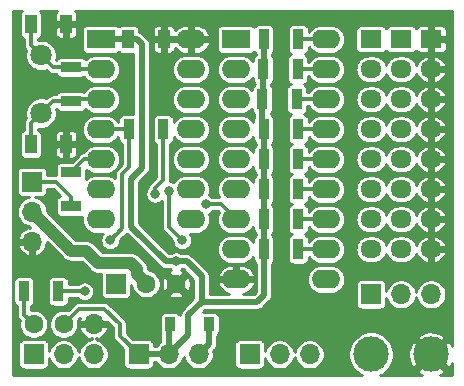
<source format=gbr>
G04 #@! TF.GenerationSoftware,KiCad,Pcbnew,(5.1.5)-3*
G04 #@! TF.CreationDate,2020-05-30T19:34:34+02:00*
G04 #@! TF.ProjectId,MutltiSwitch_Sw8,4d75746c-7469-4537-9769-7463685f5377,0.1*
G04 #@! TF.SameCoordinates,Original*
G04 #@! TF.FileFunction,Copper,L2,Bot*
G04 #@! TF.FilePolarity,Positive*
%FSLAX46Y46*%
G04 Gerber Fmt 4.6, Leading zero omitted, Abs format (unit mm)*
G04 Created by KiCad (PCBNEW (5.1.5)-3) date 2020-05-30 19:34:34*
%MOMM*%
%LPD*%
G04 APERTURE LIST*
%ADD10R,1.800000X1.500000*%
%ADD11O,1.800000X1.500000*%
%ADD12R,2.400000X1.600000*%
%ADD13O,2.400000X1.600000*%
%ADD14R,1.000000X1.600000*%
%ADD15R,0.900000X1.700000*%
%ADD16R,1.700000X1.700000*%
%ADD17O,1.700000X1.700000*%
%ADD18C,1.600000*%
%ADD19R,1.700000X0.900000*%
%ADD20R,0.900000X1.200000*%
%ADD21C,3.000000*%
%ADD22C,1.800000*%
%ADD23C,0.800000*%
%ADD24C,0.500000*%
%ADD25C,0.310000*%
%ADD26C,1.000000*%
%ADD27C,0.250000*%
G04 APERTURE END LIST*
D10*
X169545000Y-91440000D03*
D11*
X169545000Y-93980000D03*
X169545000Y-96520000D03*
X169545000Y-99060000D03*
X169545000Y-101600000D03*
X169545000Y-104140000D03*
X169545000Y-106680000D03*
X169545000Y-109220000D03*
D10*
X167005000Y-91440000D03*
D11*
X167005000Y-93980000D03*
X167005000Y-96520000D03*
X167005000Y-99060000D03*
X167005000Y-101600000D03*
X167005000Y-104140000D03*
X167005000Y-106680000D03*
X167005000Y-109220000D03*
D12*
X141605000Y-91440000D03*
D13*
X149225000Y-106680000D03*
X141605000Y-93980000D03*
X149225000Y-104140000D03*
X141605000Y-96520000D03*
X149225000Y-101600000D03*
X141605000Y-99060000D03*
X149225000Y-99060000D03*
X141605000Y-101600000D03*
X149225000Y-96520000D03*
X141605000Y-104140000D03*
X149225000Y-93980000D03*
X141605000Y-106680000D03*
X149225000Y-91440000D03*
D10*
X164465000Y-91440000D03*
D11*
X164465000Y-93980000D03*
X164465000Y-96520000D03*
X164465000Y-99060000D03*
X164465000Y-101600000D03*
X164465000Y-104140000D03*
X164465000Y-106680000D03*
X164465000Y-109220000D03*
D14*
X143915000Y-91440000D03*
X146915000Y-91440000D03*
X135660000Y-100330000D03*
X138660000Y-100330000D03*
X135660000Y-90170000D03*
X138660000Y-90170000D03*
D15*
X143965000Y-99060000D03*
X146865000Y-99060000D03*
D12*
X153035000Y-91440000D03*
D13*
X160655000Y-111760000D03*
X153035000Y-93980000D03*
X160655000Y-109220000D03*
X153035000Y-96520000D03*
X160655000Y-106680000D03*
X153035000Y-99060000D03*
X160655000Y-104140000D03*
X153035000Y-101600000D03*
X160655000Y-101600000D03*
X153035000Y-104140000D03*
X160655000Y-99060000D03*
X153035000Y-106680000D03*
X160655000Y-96520000D03*
X153035000Y-109220000D03*
X160655000Y-93980000D03*
X153035000Y-111760000D03*
X160655000Y-91440000D03*
D16*
X144780000Y-118110000D03*
D17*
X147320000Y-118110000D03*
X149860000Y-118110000D03*
D16*
X135763000Y-103505000D03*
D17*
X135763000Y-106045000D03*
X135763000Y-108585000D03*
D16*
X142875000Y-112141000D03*
D18*
X145415000Y-112141000D03*
X147955000Y-112141000D03*
D16*
X164465000Y-113030000D03*
D17*
X167005000Y-113030000D03*
X169545000Y-113030000D03*
D19*
X139065000Y-105590000D03*
X139065000Y-102690000D03*
D16*
X154178000Y-118110000D03*
D17*
X156718000Y-118110000D03*
X159258000Y-118110000D03*
D15*
X135075000Y-112776000D03*
X137975000Y-112776000D03*
D16*
X135890000Y-118110000D03*
D18*
X135890000Y-115570000D03*
D17*
X138430000Y-118110000D03*
D18*
X138430000Y-115570000D03*
D17*
X140970000Y-118110000D03*
X140970000Y-115570000D03*
D19*
X139065000Y-96700000D03*
X139065000Y-93800000D03*
D15*
X155395000Y-91440000D03*
X158295000Y-91440000D03*
X155342000Y-93980000D03*
X158242000Y-93980000D03*
X155268000Y-96520000D03*
X158168000Y-96520000D03*
X155395000Y-99060000D03*
X158295000Y-99060000D03*
X155395000Y-101600000D03*
X158295000Y-101600000D03*
X155395000Y-104140000D03*
X158295000Y-104140000D03*
X155395000Y-106680000D03*
X158295000Y-106680000D03*
X155395000Y-109220000D03*
X158295000Y-109220000D03*
D20*
X150748000Y-115570000D03*
X147448000Y-115570000D03*
D21*
X164465000Y-118110000D03*
X169545000Y-118110000D03*
D22*
X136525000Y-97690000D03*
X136525000Y-92810000D03*
D23*
X139192000Y-107061000D03*
X146304000Y-97409000D03*
X147955000Y-110236000D03*
X142367000Y-108458000D03*
X148463000Y-108458000D03*
X147320000Y-104267000D03*
X150495000Y-105410000D03*
X140208000Y-112776000D03*
X146177000Y-104521000D03*
D24*
X146915000Y-91440000D02*
X149225000Y-91440000D01*
X148971000Y-116459000D02*
X147320000Y-118110000D01*
X150114000Y-113665000D02*
X148971000Y-114808000D01*
X148971000Y-114808000D02*
X148971000Y-116459000D01*
X144780000Y-118110000D02*
X147320000Y-118110000D01*
X147448000Y-117982000D02*
X147320000Y-118110000D01*
X143915000Y-91440000D02*
X141605000Y-91440000D01*
X155395000Y-93927000D02*
X155342000Y-93980000D01*
X155395000Y-91440000D02*
X155395000Y-93927000D01*
X155342000Y-96446000D02*
X155268000Y-96520000D01*
X155342000Y-93980000D02*
X155342000Y-96446000D01*
X155268000Y-98933000D02*
X155395000Y-99060000D01*
X155268000Y-96520000D02*
X155268000Y-98933000D01*
X155395000Y-99060000D02*
X155395000Y-101600000D01*
X155395000Y-101600000D02*
X155395000Y-104140000D01*
X155395000Y-104140000D02*
X155395000Y-106680000D01*
X155395000Y-106680000D02*
X155395000Y-109220000D01*
X155395000Y-109220000D02*
X155395000Y-113083000D01*
X154813000Y-113665000D02*
X150114000Y-113665000D01*
X155395000Y-113083000D02*
X154813000Y-113665000D01*
X150114000Y-111506000D02*
X150114000Y-113665000D01*
X148844000Y-110236000D02*
X150114000Y-111506000D01*
X147955000Y-110236000D02*
X148844000Y-110236000D01*
X147066000Y-110236000D02*
X147955000Y-110236000D01*
X143915000Y-91440000D02*
X144653000Y-91440000D01*
X144653000Y-91440000D02*
X145034000Y-91821000D01*
X145034000Y-102362000D02*
X144145000Y-103251000D01*
X144145000Y-103251000D02*
X144145000Y-107315000D01*
X145034000Y-91821000D02*
X145034000Y-102362000D01*
X144145000Y-107315000D02*
X147066000Y-110236000D01*
D25*
X138430000Y-115570000D02*
X139763500Y-114236500D01*
X139763500Y-114236500D02*
X141859000Y-114236500D01*
X141859000Y-114236500D02*
X143192500Y-115570000D01*
X143192500Y-116522500D02*
X144780000Y-118110000D01*
X143192500Y-115570000D02*
X143192500Y-116522500D01*
D24*
X147320000Y-115698000D02*
X147448000Y-115570000D01*
X147320000Y-118110000D02*
X147320000Y-115698000D01*
D25*
X139065000Y-96700000D02*
X137515000Y-96700000D01*
X137515000Y-96700000D02*
X136525000Y-97690000D01*
X141605000Y-96520000D02*
X139245000Y-96520000D01*
X139245000Y-96520000D02*
X139065000Y-96700000D01*
X135660000Y-100330000D02*
X135660000Y-98555000D01*
X135660000Y-98555000D02*
X136525000Y-97690000D01*
X143965000Y-99060000D02*
X141605000Y-99060000D01*
X143002000Y-107823000D02*
X142367000Y-108458000D01*
X143965000Y-102235000D02*
X143383000Y-102817000D01*
X143965000Y-99060000D02*
X143965000Y-102235000D01*
X143383000Y-107442000D02*
X143002000Y-107823000D01*
X143383000Y-102817000D02*
X143383000Y-107442000D01*
X141605000Y-101600000D02*
X140155000Y-101600000D01*
X140155000Y-101600000D02*
X139065000Y-102690000D01*
X147320000Y-107315000D02*
X147447000Y-107442000D01*
X147320000Y-104267000D02*
X147320000Y-107315000D01*
X147447000Y-107442000D02*
X148463000Y-108458000D01*
X151765000Y-105410000D02*
X153035000Y-106680000D01*
X150495000Y-105410000D02*
X151765000Y-105410000D01*
X139065000Y-93800000D02*
X137515000Y-93800000D01*
X137515000Y-93800000D02*
X136525000Y-92810000D01*
X141605000Y-93980000D02*
X139245000Y-93980000D01*
X139245000Y-93980000D02*
X139065000Y-93800000D01*
X135660000Y-90170000D02*
X135660000Y-91945000D01*
X135660000Y-91945000D02*
X136525000Y-92810000D01*
X158295000Y-109220000D02*
X160655000Y-109220000D01*
X158295000Y-106680000D02*
X160655000Y-106680000D01*
X158295000Y-104140000D02*
X160655000Y-104140000D01*
X158295000Y-101600000D02*
X160655000Y-101600000D01*
X158295000Y-99060000D02*
X160655000Y-99060000D01*
X158168000Y-96520000D02*
X160655000Y-96520000D01*
X158242000Y-93980000D02*
X160655000Y-93980000D01*
X158295000Y-91440000D02*
X160655000Y-91440000D01*
X140208000Y-112776000D02*
X137975000Y-112776000D01*
X139065000Y-105590000D02*
X139065000Y-104775000D01*
X139065000Y-104775000D02*
X137795000Y-103505000D01*
X137795000Y-103505000D02*
X135763000Y-103505000D01*
D24*
X150748000Y-117222000D02*
X149860000Y-118110000D01*
D26*
X144615001Y-111341001D02*
X145415000Y-112141000D01*
X135763000Y-106045000D02*
X139065000Y-109347000D01*
X139065000Y-109347000D02*
X140347802Y-109347000D01*
X140347802Y-109347000D02*
X141363802Y-110363000D01*
X141363802Y-110363000D02*
X144132198Y-110363000D01*
X144132198Y-110363000D02*
X144615001Y-110845803D01*
X144615001Y-110845803D02*
X144615001Y-111341001D01*
D24*
X150748000Y-117222000D02*
X150748000Y-115570000D01*
D25*
X135075000Y-112776000D02*
X135075000Y-114755000D01*
X135075000Y-114755000D02*
X135890000Y-115570000D01*
X146685000Y-99240000D02*
X146865000Y-99060000D01*
X146177000Y-104013000D02*
X146177000Y-104521000D01*
X146865000Y-103325000D02*
X146177000Y-104013000D01*
X146865000Y-99060000D02*
X146865000Y-103325000D01*
D27*
G36*
X134850921Y-89060921D02*
G01*
X134796561Y-89127158D01*
X134756169Y-89202728D01*
X134731295Y-89284725D01*
X134722896Y-89370000D01*
X134722896Y-90970000D01*
X134731295Y-91055275D01*
X134756169Y-91137272D01*
X134796561Y-91212842D01*
X134850921Y-91279079D01*
X134917158Y-91333439D01*
X134992728Y-91373831D01*
X135070001Y-91397272D01*
X135070001Y-91916022D01*
X135067147Y-91945000D01*
X135078538Y-92060660D01*
X135099405Y-92129449D01*
X135112275Y-92171875D01*
X135167061Y-92274372D01*
X135240790Y-92364211D01*
X135258604Y-92378830D01*
X135241304Y-92420595D01*
X135190000Y-92678514D01*
X135190000Y-92941486D01*
X135241304Y-93199405D01*
X135341939Y-93442359D01*
X135488038Y-93661013D01*
X135673987Y-93846962D01*
X135892641Y-93993061D01*
X136135595Y-94093696D01*
X136393514Y-94145000D01*
X136656486Y-94145000D01*
X136914405Y-94093696D01*
X136956764Y-94076150D01*
X137077317Y-94196703D01*
X137095789Y-94219211D01*
X137185628Y-94292940D01*
X137288125Y-94347726D01*
X137350913Y-94366772D01*
X137399339Y-94381462D01*
X137410607Y-94382572D01*
X137486024Y-94390000D01*
X137486031Y-94390000D01*
X137514999Y-94392853D01*
X137543967Y-94390000D01*
X137802896Y-94390000D01*
X137811169Y-94417272D01*
X137851561Y-94492842D01*
X137905921Y-94559079D01*
X137972158Y-94613439D01*
X138047728Y-94653831D01*
X138129725Y-94678705D01*
X138215000Y-94687104D01*
X139915000Y-94687104D01*
X140000275Y-94678705D01*
X140082272Y-94653831D01*
X140146476Y-94619514D01*
X140173167Y-94669449D01*
X140327498Y-94857502D01*
X140515551Y-95011833D01*
X140730099Y-95126511D01*
X140962898Y-95197130D01*
X141144335Y-95215000D01*
X142065665Y-95215000D01*
X142247102Y-95197130D01*
X142479901Y-95126511D01*
X142694449Y-95011833D01*
X142882502Y-94857502D01*
X143036833Y-94669449D01*
X143151511Y-94454901D01*
X143222130Y-94222102D01*
X143245975Y-93980000D01*
X143222130Y-93737898D01*
X143151511Y-93505099D01*
X143036833Y-93290551D01*
X142882502Y-93102498D01*
X142694449Y-92948167D01*
X142479901Y-92833489D01*
X142247102Y-92762870D01*
X142065665Y-92745000D01*
X141144335Y-92745000D01*
X140962898Y-92762870D01*
X140730099Y-92833489D01*
X140515551Y-92948167D01*
X140327498Y-93102498D01*
X140296280Y-93140537D01*
X140278439Y-93107158D01*
X140224079Y-93040921D01*
X140157842Y-92986561D01*
X140082272Y-92946169D01*
X140000275Y-92921295D01*
X139915000Y-92912896D01*
X138215000Y-92912896D01*
X138129725Y-92921295D01*
X138047728Y-92946169D01*
X137972158Y-92986561D01*
X137905921Y-93040921D01*
X137851561Y-93107158D01*
X137812514Y-93180212D01*
X137860000Y-92941486D01*
X137860000Y-92678514D01*
X137808696Y-92420595D01*
X137708061Y-92177641D01*
X137561962Y-91958987D01*
X137376013Y-91773038D01*
X137157359Y-91626939D01*
X136914405Y-91526304D01*
X136656486Y-91475000D01*
X136393514Y-91475000D01*
X136250000Y-91503547D01*
X136250000Y-91397272D01*
X136327272Y-91373831D01*
X136402842Y-91333439D01*
X136469079Y-91279079D01*
X136523439Y-91212842D01*
X136563831Y-91137272D01*
X136588705Y-91055275D01*
X136597104Y-90970000D01*
X137732944Y-90970000D01*
X137741150Y-91053314D01*
X137765452Y-91133427D01*
X137804916Y-91207260D01*
X137858026Y-91271974D01*
X137922740Y-91325084D01*
X137996573Y-91364548D01*
X138076686Y-91388850D01*
X138160000Y-91397056D01*
X138378750Y-91395000D01*
X138485000Y-91288750D01*
X138485000Y-90345000D01*
X138835000Y-90345000D01*
X138835000Y-91288750D01*
X138941250Y-91395000D01*
X139160000Y-91397056D01*
X139243314Y-91388850D01*
X139323427Y-91364548D01*
X139397260Y-91325084D01*
X139461974Y-91271974D01*
X139515084Y-91207260D01*
X139554548Y-91133427D01*
X139578850Y-91053314D01*
X139587056Y-90970000D01*
X139585000Y-90451250D01*
X139478750Y-90345000D01*
X138835000Y-90345000D01*
X138485000Y-90345000D01*
X137841250Y-90345000D01*
X137735000Y-90451250D01*
X137732944Y-90970000D01*
X136597104Y-90970000D01*
X136597104Y-89370000D01*
X136588705Y-89284725D01*
X136563831Y-89202728D01*
X136523439Y-89127158D01*
X136469079Y-89060921D01*
X136425310Y-89025000D01*
X137910453Y-89025000D01*
X137858026Y-89068026D01*
X137804916Y-89132740D01*
X137765452Y-89206573D01*
X137741150Y-89286686D01*
X137732944Y-89370000D01*
X137735000Y-89888750D01*
X137841250Y-89995000D01*
X138485000Y-89995000D01*
X138485000Y-89975000D01*
X138835000Y-89975000D01*
X138835000Y-89995000D01*
X139478750Y-89995000D01*
X139585000Y-89888750D01*
X139587056Y-89370000D01*
X139578850Y-89286686D01*
X139554548Y-89206573D01*
X139515084Y-89132740D01*
X139461974Y-89068026D01*
X139409547Y-89025000D01*
X171325000Y-89025000D01*
X171325000Y-117371359D01*
X171291743Y-117279063D01*
X171206337Y-117119280D01*
X170955443Y-116947044D01*
X169792487Y-118110000D01*
X170955443Y-119272956D01*
X171206337Y-119100720D01*
X171325000Y-118848369D01*
X171325000Y-119890000D01*
X170283641Y-119890000D01*
X170375937Y-119856743D01*
X170535720Y-119771337D01*
X170707956Y-119520443D01*
X169545000Y-118357487D01*
X168382044Y-119520443D01*
X168554280Y-119771337D01*
X168806631Y-119890000D01*
X165224099Y-119890000D01*
X165381566Y-119824775D01*
X165698491Y-119613013D01*
X165968013Y-119343491D01*
X166179775Y-119026566D01*
X166325639Y-118674419D01*
X166400000Y-118300581D01*
X166400000Y-118209236D01*
X167613234Y-118209236D01*
X167669713Y-118584198D01*
X167798257Y-118940937D01*
X167883663Y-119100720D01*
X168134557Y-119272956D01*
X169297513Y-118110000D01*
X168134557Y-116947044D01*
X167883663Y-117119280D01*
X167722305Y-117462427D01*
X167630993Y-117830460D01*
X167613234Y-118209236D01*
X166400000Y-118209236D01*
X166400000Y-117919419D01*
X166325639Y-117545581D01*
X166179775Y-117193434D01*
X165968013Y-116876509D01*
X165791061Y-116699557D01*
X168382044Y-116699557D01*
X169545000Y-117862513D01*
X170707956Y-116699557D01*
X170535720Y-116448663D01*
X170192573Y-116287305D01*
X169824540Y-116195993D01*
X169445764Y-116178234D01*
X169070802Y-116234713D01*
X168714063Y-116363257D01*
X168554280Y-116448663D01*
X168382044Y-116699557D01*
X165791061Y-116699557D01*
X165698491Y-116606987D01*
X165381566Y-116395225D01*
X165029419Y-116249361D01*
X164655581Y-116175000D01*
X164274419Y-116175000D01*
X163900581Y-116249361D01*
X163548434Y-116395225D01*
X163231509Y-116606987D01*
X162961987Y-116876509D01*
X162750225Y-117193434D01*
X162604361Y-117545581D01*
X162530000Y-117919419D01*
X162530000Y-118300581D01*
X162604361Y-118674419D01*
X162750225Y-119026566D01*
X162961987Y-119343491D01*
X163231509Y-119613013D01*
X163548434Y-119824775D01*
X163705901Y-119890000D01*
X134110000Y-119890000D01*
X134110000Y-117260000D01*
X134602896Y-117260000D01*
X134602896Y-118960000D01*
X134611295Y-119045275D01*
X134636169Y-119127272D01*
X134676561Y-119202842D01*
X134730921Y-119269079D01*
X134797158Y-119323439D01*
X134872728Y-119363831D01*
X134954725Y-119388705D01*
X135040000Y-119397104D01*
X136740000Y-119397104D01*
X136825275Y-119388705D01*
X136907272Y-119363831D01*
X136982842Y-119323439D01*
X137049079Y-119269079D01*
X137103439Y-119202842D01*
X137143831Y-119127272D01*
X137168705Y-119045275D01*
X137177104Y-118960000D01*
X137177104Y-118397962D01*
X137194381Y-118484821D01*
X137291247Y-118718676D01*
X137431875Y-118929140D01*
X137610860Y-119108125D01*
X137821324Y-119248753D01*
X138055179Y-119345619D01*
X138303439Y-119395000D01*
X138556561Y-119395000D01*
X138804821Y-119345619D01*
X139038676Y-119248753D01*
X139249140Y-119108125D01*
X139428125Y-118929140D01*
X139568753Y-118718676D01*
X139665619Y-118484821D01*
X139700000Y-118311973D01*
X139734381Y-118484821D01*
X139831247Y-118718676D01*
X139971875Y-118929140D01*
X140150860Y-119108125D01*
X140361324Y-119248753D01*
X140595179Y-119345619D01*
X140843439Y-119395000D01*
X141096561Y-119395000D01*
X141344821Y-119345619D01*
X141578676Y-119248753D01*
X141789140Y-119108125D01*
X141968125Y-118929140D01*
X142108753Y-118718676D01*
X142205619Y-118484821D01*
X142255000Y-118236561D01*
X142255000Y-117983439D01*
X142205619Y-117735179D01*
X142108753Y-117501324D01*
X141968125Y-117290860D01*
X141789140Y-117111875D01*
X141578676Y-116971247D01*
X141344821Y-116874381D01*
X141145002Y-116834635D01*
X141145002Y-116725575D01*
X141340412Y-116790008D01*
X141570760Y-116694603D01*
X141778616Y-116555792D01*
X141955397Y-116379097D01*
X142094310Y-116171309D01*
X142190016Y-115940413D01*
X142126691Y-115745000D01*
X141145000Y-115745000D01*
X141145000Y-115765000D01*
X140795000Y-115765000D01*
X140795000Y-115745000D01*
X139813309Y-115745000D01*
X139749984Y-115940413D01*
X139845690Y-116171309D01*
X139984603Y-116379097D01*
X140161384Y-116555792D01*
X140369240Y-116694603D01*
X140599588Y-116790008D01*
X140794998Y-116725575D01*
X140794998Y-116834635D01*
X140595179Y-116874381D01*
X140361324Y-116971247D01*
X140150860Y-117111875D01*
X139971875Y-117290860D01*
X139831247Y-117501324D01*
X139734381Y-117735179D01*
X139700000Y-117908027D01*
X139665619Y-117735179D01*
X139568753Y-117501324D01*
X139428125Y-117290860D01*
X139249140Y-117111875D01*
X139038676Y-116971247D01*
X138804821Y-116874381D01*
X138556561Y-116825000D01*
X138303439Y-116825000D01*
X138055179Y-116874381D01*
X137821324Y-116971247D01*
X137610860Y-117111875D01*
X137431875Y-117290860D01*
X137291247Y-117501324D01*
X137194381Y-117735179D01*
X137177104Y-117822038D01*
X137177104Y-117260000D01*
X137168705Y-117174725D01*
X137143831Y-117092728D01*
X137103439Y-117017158D01*
X137049079Y-116950921D01*
X136982842Y-116896561D01*
X136907272Y-116856169D01*
X136825275Y-116831295D01*
X136740000Y-116822896D01*
X135040000Y-116822896D01*
X134954725Y-116831295D01*
X134872728Y-116856169D01*
X134797158Y-116896561D01*
X134730921Y-116950921D01*
X134676561Y-117017158D01*
X134636169Y-117092728D01*
X134611295Y-117174725D01*
X134602896Y-117260000D01*
X134110000Y-117260000D01*
X134110000Y-111926000D01*
X134187896Y-111926000D01*
X134187896Y-113626000D01*
X134196295Y-113711275D01*
X134221169Y-113793272D01*
X134261561Y-113868842D01*
X134315921Y-113935079D01*
X134382158Y-113989439D01*
X134457728Y-114029831D01*
X134485001Y-114038104D01*
X134485001Y-114726022D01*
X134482147Y-114755000D01*
X134493538Y-114870660D01*
X134527275Y-114981875D01*
X134582061Y-115084372D01*
X134655790Y-115174211D01*
X134678297Y-115192682D01*
X134701285Y-115215670D01*
X134655000Y-115448363D01*
X134655000Y-115691637D01*
X134702460Y-115930236D01*
X134795557Y-116154992D01*
X134930713Y-116357267D01*
X135102733Y-116529287D01*
X135305008Y-116664443D01*
X135529764Y-116757540D01*
X135768363Y-116805000D01*
X136011637Y-116805000D01*
X136250236Y-116757540D01*
X136474992Y-116664443D01*
X136677267Y-116529287D01*
X136849287Y-116357267D01*
X136984443Y-116154992D01*
X137077540Y-115930236D01*
X137125000Y-115691637D01*
X137125000Y-115448363D01*
X137077540Y-115209764D01*
X136984443Y-114985008D01*
X136849287Y-114782733D01*
X136677267Y-114610713D01*
X136474992Y-114475557D01*
X136250236Y-114382460D01*
X136011637Y-114335000D01*
X135768363Y-114335000D01*
X135665000Y-114355560D01*
X135665000Y-114038104D01*
X135692272Y-114029831D01*
X135767842Y-113989439D01*
X135834079Y-113935079D01*
X135888439Y-113868842D01*
X135928831Y-113793272D01*
X135953705Y-113711275D01*
X135962104Y-113626000D01*
X135962104Y-111926000D01*
X137087896Y-111926000D01*
X137087896Y-113626000D01*
X137096295Y-113711275D01*
X137121169Y-113793272D01*
X137161561Y-113868842D01*
X137215921Y-113935079D01*
X137282158Y-113989439D01*
X137357728Y-114029831D01*
X137439725Y-114054705D01*
X137525000Y-114063104D01*
X138425000Y-114063104D01*
X138510275Y-114054705D01*
X138592272Y-114029831D01*
X138667842Y-113989439D01*
X138734079Y-113935079D01*
X138788439Y-113868842D01*
X138828831Y-113793272D01*
X138853705Y-113711275D01*
X138862104Y-113626000D01*
X138862104Y-113366000D01*
X139617132Y-113366000D01*
X139675719Y-113424587D01*
X139812479Y-113515967D01*
X139964440Y-113578911D01*
X140125760Y-113611000D01*
X140290240Y-113611000D01*
X140451560Y-113578911D01*
X140603521Y-113515967D01*
X140740281Y-113424587D01*
X140856587Y-113308281D01*
X140947967Y-113171521D01*
X141010911Y-113019560D01*
X141043000Y-112858240D01*
X141043000Y-112693760D01*
X141010911Y-112532440D01*
X140947967Y-112380479D01*
X140856587Y-112243719D01*
X140740281Y-112127413D01*
X140603521Y-112036033D01*
X140451560Y-111973089D01*
X140290240Y-111941000D01*
X140125760Y-111941000D01*
X139964440Y-111973089D01*
X139812479Y-112036033D01*
X139675719Y-112127413D01*
X139617132Y-112186000D01*
X138862104Y-112186000D01*
X138862104Y-111926000D01*
X138853705Y-111840725D01*
X138828831Y-111758728D01*
X138788439Y-111683158D01*
X138734079Y-111616921D01*
X138667842Y-111562561D01*
X138592272Y-111522169D01*
X138510275Y-111497295D01*
X138425000Y-111488896D01*
X137525000Y-111488896D01*
X137439725Y-111497295D01*
X137357728Y-111522169D01*
X137282158Y-111562561D01*
X137215921Y-111616921D01*
X137161561Y-111683158D01*
X137121169Y-111758728D01*
X137096295Y-111840725D01*
X137087896Y-111926000D01*
X135962104Y-111926000D01*
X135953705Y-111840725D01*
X135928831Y-111758728D01*
X135888439Y-111683158D01*
X135834079Y-111616921D01*
X135767842Y-111562561D01*
X135692272Y-111522169D01*
X135610275Y-111497295D01*
X135525000Y-111488896D01*
X134625000Y-111488896D01*
X134539725Y-111497295D01*
X134457728Y-111522169D01*
X134382158Y-111562561D01*
X134315921Y-111616921D01*
X134261561Y-111683158D01*
X134221169Y-111758728D01*
X134196295Y-111840725D01*
X134187896Y-111926000D01*
X134110000Y-111926000D01*
X134110000Y-108955412D01*
X134542992Y-108955412D01*
X134638397Y-109185760D01*
X134777208Y-109393616D01*
X134953903Y-109570397D01*
X135161691Y-109709310D01*
X135392587Y-109805016D01*
X135588000Y-109741691D01*
X135588000Y-108760000D01*
X134607426Y-108760000D01*
X134542992Y-108955412D01*
X134110000Y-108955412D01*
X134110000Y-102655000D01*
X134475896Y-102655000D01*
X134475896Y-104355000D01*
X134484295Y-104440275D01*
X134509169Y-104522272D01*
X134549561Y-104597842D01*
X134603921Y-104664079D01*
X134670158Y-104718439D01*
X134745728Y-104758831D01*
X134827725Y-104783705D01*
X134913000Y-104792104D01*
X135475038Y-104792104D01*
X135388179Y-104809381D01*
X135154324Y-104906247D01*
X134943860Y-105046875D01*
X134764875Y-105225860D01*
X134624247Y-105436324D01*
X134527381Y-105670179D01*
X134478000Y-105918439D01*
X134478000Y-106171561D01*
X134527381Y-106419821D01*
X134624247Y-106653676D01*
X134764875Y-106864140D01*
X134943860Y-107043125D01*
X135154324Y-107183753D01*
X135388179Y-107280619D01*
X135587998Y-107320365D01*
X135587998Y-107428308D01*
X135392587Y-107364984D01*
X135161691Y-107460690D01*
X134953903Y-107599603D01*
X134777208Y-107776384D01*
X134638397Y-107984240D01*
X134542992Y-108214588D01*
X134607426Y-108410000D01*
X135588000Y-108410000D01*
X135588000Y-108390000D01*
X135938000Y-108390000D01*
X135938000Y-108410000D01*
X135958000Y-108410000D01*
X135958000Y-108760000D01*
X135938000Y-108760000D01*
X135938000Y-109741691D01*
X136133413Y-109805016D01*
X136364309Y-109709310D01*
X136572097Y-109570397D01*
X136748792Y-109393616D01*
X136887603Y-109185760D01*
X136983008Y-108955412D01*
X136918575Y-108760002D01*
X137038000Y-108760002D01*
X137038000Y-108642290D01*
X138371374Y-109975664D01*
X138400656Y-110011344D01*
X138543028Y-110128186D01*
X138705460Y-110215007D01*
X138826860Y-110251833D01*
X138881707Y-110268471D01*
X139064999Y-110286524D01*
X139110931Y-110282000D01*
X139960513Y-110282000D01*
X140670172Y-110991659D01*
X140699458Y-111027344D01*
X140841830Y-111144186D01*
X141004262Y-111231007D01*
X141180510Y-111284471D01*
X141363802Y-111302524D01*
X141409734Y-111298000D01*
X141587896Y-111298000D01*
X141587896Y-112991000D01*
X141596295Y-113076275D01*
X141621169Y-113158272D01*
X141661561Y-113233842D01*
X141715921Y-113300079D01*
X141782158Y-113354439D01*
X141857728Y-113394831D01*
X141939725Y-113419705D01*
X142025000Y-113428104D01*
X143725000Y-113428104D01*
X143810275Y-113419705D01*
X143892272Y-113394831D01*
X143967842Y-113354439D01*
X144034079Y-113300079D01*
X144088439Y-113233842D01*
X144128831Y-113158272D01*
X144153705Y-113076275D01*
X144162104Y-112991000D01*
X144162104Y-112210393D01*
X144180000Y-112228289D01*
X144180000Y-112262637D01*
X144227460Y-112501236D01*
X144320557Y-112725992D01*
X144455713Y-112928267D01*
X144627733Y-113100287D01*
X144830008Y-113235443D01*
X145054764Y-113328540D01*
X145293363Y-113376000D01*
X145536637Y-113376000D01*
X145775236Y-113328540D01*
X145999992Y-113235443D01*
X146202267Y-113100287D01*
X146252230Y-113050324D01*
X147293163Y-113050324D01*
X147380406Y-113229588D01*
X147603820Y-113320769D01*
X147840729Y-113366612D01*
X148082030Y-113365355D01*
X148318449Y-113317048D01*
X148529594Y-113229588D01*
X148616837Y-113050324D01*
X147955000Y-112388487D01*
X147293163Y-113050324D01*
X146252230Y-113050324D01*
X146374287Y-112928267D01*
X146509443Y-112725992D01*
X146602540Y-112501236D01*
X146650000Y-112262637D01*
X146650000Y-112026729D01*
X146729388Y-112026729D01*
X146730645Y-112268030D01*
X146778952Y-112504449D01*
X146866412Y-112715594D01*
X147045676Y-112802837D01*
X147707513Y-112141000D01*
X148202487Y-112141000D01*
X148864324Y-112802837D01*
X149043588Y-112715594D01*
X149134769Y-112492180D01*
X149180612Y-112255271D01*
X149179355Y-112013970D01*
X149131048Y-111777551D01*
X149043588Y-111566406D01*
X148864324Y-111479163D01*
X148202487Y-112141000D01*
X147707513Y-112141000D01*
X147045676Y-111479163D01*
X146866412Y-111566406D01*
X146775231Y-111789820D01*
X146729388Y-112026729D01*
X146650000Y-112026729D01*
X146650000Y-112019363D01*
X146602540Y-111780764D01*
X146509443Y-111556008D01*
X146374287Y-111353733D01*
X146202267Y-111181713D01*
X145999992Y-111046557D01*
X145775236Y-110953460D01*
X145550001Y-110908658D01*
X145550001Y-110891738D01*
X145554525Y-110845803D01*
X145536473Y-110662511D01*
X145483008Y-110486262D01*
X145454773Y-110433439D01*
X145396187Y-110323831D01*
X145279345Y-110181459D01*
X145243656Y-110152170D01*
X144825829Y-109734342D01*
X144796542Y-109698656D01*
X144654170Y-109581814D01*
X144491738Y-109494993D01*
X144315490Y-109441529D01*
X144178130Y-109428000D01*
X144132198Y-109423476D01*
X144086266Y-109428000D01*
X141751091Y-109428000D01*
X141041432Y-108718341D01*
X141012146Y-108682656D01*
X140869774Y-108565814D01*
X140707342Y-108478993D01*
X140531094Y-108425529D01*
X140393734Y-108412000D01*
X140347802Y-108407476D01*
X140301870Y-108412000D01*
X139452290Y-108412000D01*
X137048000Y-106007711D01*
X137048000Y-105918439D01*
X136998619Y-105670179D01*
X136901753Y-105436324D01*
X136761125Y-105225860D01*
X136582140Y-105046875D01*
X136371676Y-104906247D01*
X136137821Y-104809381D01*
X136050962Y-104792104D01*
X136613000Y-104792104D01*
X136698275Y-104783705D01*
X136780272Y-104758831D01*
X136855842Y-104718439D01*
X136922079Y-104664079D01*
X136976439Y-104597842D01*
X137016831Y-104522272D01*
X137041705Y-104440275D01*
X137050104Y-104355000D01*
X137050104Y-104095000D01*
X137550615Y-104095000D01*
X138163575Y-104707961D01*
X138129725Y-104711295D01*
X138047728Y-104736169D01*
X137972158Y-104776561D01*
X137905921Y-104830921D01*
X137851561Y-104897158D01*
X137811169Y-104972728D01*
X137786295Y-105054725D01*
X137777896Y-105140000D01*
X137777896Y-106040000D01*
X137786295Y-106125275D01*
X137811169Y-106207272D01*
X137851561Y-106282842D01*
X137905921Y-106349079D01*
X137972158Y-106403439D01*
X138047728Y-106443831D01*
X138129725Y-106468705D01*
X138215000Y-106477104D01*
X139915000Y-106477104D01*
X139984685Y-106470241D01*
X139964025Y-106680000D01*
X139987870Y-106922102D01*
X140058489Y-107154901D01*
X140173167Y-107369449D01*
X140327498Y-107557502D01*
X140515551Y-107711833D01*
X140730099Y-107826511D01*
X140962898Y-107897130D01*
X141144335Y-107915000D01*
X141729132Y-107915000D01*
X141718413Y-107925719D01*
X141627033Y-108062479D01*
X141564089Y-108214440D01*
X141532000Y-108375760D01*
X141532000Y-108540240D01*
X141564089Y-108701560D01*
X141627033Y-108853521D01*
X141718413Y-108990281D01*
X141834719Y-109106587D01*
X141971479Y-109197967D01*
X142123440Y-109260911D01*
X142284760Y-109293000D01*
X142449240Y-109293000D01*
X142610560Y-109260911D01*
X142762521Y-109197967D01*
X142899281Y-109106587D01*
X143015587Y-108990281D01*
X143106967Y-108853521D01*
X143169911Y-108701560D01*
X143202000Y-108540240D01*
X143202000Y-108457386D01*
X143439682Y-108219704D01*
X143439687Y-108219698D01*
X143760325Y-107899061D01*
X146557840Y-110696576D01*
X146579289Y-110722711D01*
X146683593Y-110808312D01*
X146802594Y-110871919D01*
X146931717Y-110911088D01*
X147032353Y-110921000D01*
X147032361Y-110921000D01*
X147066000Y-110924313D01*
X147099639Y-110921000D01*
X147477215Y-110921000D01*
X147559479Y-110975967D01*
X147562219Y-110977102D01*
X147380406Y-111052412D01*
X147293163Y-111231676D01*
X147955000Y-111893513D01*
X148616837Y-111231676D01*
X148529594Y-111052412D01*
X148346434Y-110977660D01*
X148350521Y-110975967D01*
X148432785Y-110921000D01*
X148560264Y-110921000D01*
X149429000Y-111789737D01*
X149429001Y-113381262D01*
X148510418Y-114299846D01*
X148484289Y-114321290D01*
X148462846Y-114347418D01*
X148462840Y-114347424D01*
X148428525Y-114389238D01*
X148398688Y-114425594D01*
X148335081Y-114544595D01*
X148295912Y-114673718D01*
X148286103Y-114773303D01*
X148261439Y-114727158D01*
X148207079Y-114660921D01*
X148140842Y-114606561D01*
X148065272Y-114566169D01*
X147983275Y-114541295D01*
X147898000Y-114532896D01*
X146998000Y-114532896D01*
X146912725Y-114541295D01*
X146830728Y-114566169D01*
X146755158Y-114606561D01*
X146688921Y-114660921D01*
X146634561Y-114727158D01*
X146594169Y-114802728D01*
X146569295Y-114884725D01*
X146560896Y-114970000D01*
X146560896Y-116170000D01*
X146569295Y-116255275D01*
X146594169Y-116337272D01*
X146634561Y-116412842D01*
X146635001Y-116413378D01*
X146635000Y-117022245D01*
X146500860Y-117111875D01*
X146321875Y-117290860D01*
X146232245Y-117425000D01*
X146067104Y-117425000D01*
X146067104Y-117260000D01*
X146058705Y-117174725D01*
X146033831Y-117092728D01*
X145993439Y-117017158D01*
X145939079Y-116950921D01*
X145872842Y-116896561D01*
X145797272Y-116856169D01*
X145715275Y-116831295D01*
X145630000Y-116822896D01*
X144327281Y-116822896D01*
X143782500Y-116278115D01*
X143782500Y-115598976D01*
X143785354Y-115570000D01*
X143773962Y-115454340D01*
X143767972Y-115434594D01*
X143740226Y-115343125D01*
X143685440Y-115240628D01*
X143611711Y-115150789D01*
X143589205Y-115132319D01*
X142296687Y-113839802D01*
X142278211Y-113817289D01*
X142188372Y-113743560D01*
X142085875Y-113688774D01*
X141974660Y-113655038D01*
X141887976Y-113646500D01*
X141887968Y-113646500D01*
X141859000Y-113643647D01*
X141830032Y-113646500D01*
X139792476Y-113646500D01*
X139763500Y-113643646D01*
X139734524Y-113646500D01*
X139647840Y-113655038D01*
X139536625Y-113688774D01*
X139434128Y-113743560D01*
X139344289Y-113817289D01*
X139325818Y-113839796D01*
X138784329Y-114381285D01*
X138551637Y-114335000D01*
X138308363Y-114335000D01*
X138069764Y-114382460D01*
X137845008Y-114475557D01*
X137642733Y-114610713D01*
X137470713Y-114782733D01*
X137335557Y-114985008D01*
X137242460Y-115209764D01*
X137195000Y-115448363D01*
X137195000Y-115691637D01*
X137242460Y-115930236D01*
X137335557Y-116154992D01*
X137470713Y-116357267D01*
X137642733Y-116529287D01*
X137845008Y-116664443D01*
X138069764Y-116757540D01*
X138308363Y-116805000D01*
X138551637Y-116805000D01*
X138790236Y-116757540D01*
X139014992Y-116664443D01*
X139217267Y-116529287D01*
X139389287Y-116357267D01*
X139524443Y-116154992D01*
X139617540Y-115930236D01*
X139665000Y-115691637D01*
X139665000Y-115448363D01*
X139618715Y-115215671D01*
X139831528Y-115002858D01*
X139749984Y-115199587D01*
X139813309Y-115395000D01*
X140795000Y-115395000D01*
X140795000Y-115375000D01*
X141145000Y-115375000D01*
X141145000Y-115395000D01*
X142126691Y-115395000D01*
X142140500Y-115352386D01*
X142602500Y-115814386D01*
X142602501Y-116493522D01*
X142599647Y-116522500D01*
X142611038Y-116638160D01*
X142637555Y-116725574D01*
X142644775Y-116749375D01*
X142699561Y-116851872D01*
X142773290Y-116941711D01*
X142795797Y-116960182D01*
X143492896Y-117657281D01*
X143492896Y-118960000D01*
X143501295Y-119045275D01*
X143526169Y-119127272D01*
X143566561Y-119202842D01*
X143620921Y-119269079D01*
X143687158Y-119323439D01*
X143762728Y-119363831D01*
X143844725Y-119388705D01*
X143930000Y-119397104D01*
X145630000Y-119397104D01*
X145715275Y-119388705D01*
X145797272Y-119363831D01*
X145872842Y-119323439D01*
X145939079Y-119269079D01*
X145993439Y-119202842D01*
X146033831Y-119127272D01*
X146058705Y-119045275D01*
X146067104Y-118960000D01*
X146067104Y-118795000D01*
X146232245Y-118795000D01*
X146321875Y-118929140D01*
X146500860Y-119108125D01*
X146711324Y-119248753D01*
X146945179Y-119345619D01*
X147193439Y-119395000D01*
X147446561Y-119395000D01*
X147694821Y-119345619D01*
X147928676Y-119248753D01*
X148139140Y-119108125D01*
X148318125Y-118929140D01*
X148458753Y-118718676D01*
X148555619Y-118484821D01*
X148590000Y-118311973D01*
X148624381Y-118484821D01*
X148721247Y-118718676D01*
X148861875Y-118929140D01*
X149040860Y-119108125D01*
X149251324Y-119248753D01*
X149485179Y-119345619D01*
X149733439Y-119395000D01*
X149986561Y-119395000D01*
X150234821Y-119345619D01*
X150468676Y-119248753D01*
X150679140Y-119108125D01*
X150858125Y-118929140D01*
X150998753Y-118718676D01*
X151095619Y-118484821D01*
X151145000Y-118236561D01*
X151145000Y-117983439D01*
X151113527Y-117825209D01*
X151208582Y-117730154D01*
X151234710Y-117708711D01*
X151256154Y-117682582D01*
X151256160Y-117682576D01*
X151294546Y-117635802D01*
X151320312Y-117604407D01*
X151375411Y-117501324D01*
X151383919Y-117485407D01*
X151423088Y-117356283D01*
X151424093Y-117346082D01*
X151432571Y-117260000D01*
X152890896Y-117260000D01*
X152890896Y-118960000D01*
X152899295Y-119045275D01*
X152924169Y-119127272D01*
X152964561Y-119202842D01*
X153018921Y-119269079D01*
X153085158Y-119323439D01*
X153160728Y-119363831D01*
X153242725Y-119388705D01*
X153328000Y-119397104D01*
X155028000Y-119397104D01*
X155113275Y-119388705D01*
X155195272Y-119363831D01*
X155270842Y-119323439D01*
X155337079Y-119269079D01*
X155391439Y-119202842D01*
X155431831Y-119127272D01*
X155456705Y-119045275D01*
X155465104Y-118960000D01*
X155465104Y-118397962D01*
X155482381Y-118484821D01*
X155579247Y-118718676D01*
X155719875Y-118929140D01*
X155898860Y-119108125D01*
X156109324Y-119248753D01*
X156343179Y-119345619D01*
X156591439Y-119395000D01*
X156844561Y-119395000D01*
X157092821Y-119345619D01*
X157326676Y-119248753D01*
X157537140Y-119108125D01*
X157716125Y-118929140D01*
X157856753Y-118718676D01*
X157953619Y-118484821D01*
X157988000Y-118311973D01*
X158022381Y-118484821D01*
X158119247Y-118718676D01*
X158259875Y-118929140D01*
X158438860Y-119108125D01*
X158649324Y-119248753D01*
X158883179Y-119345619D01*
X159131439Y-119395000D01*
X159384561Y-119395000D01*
X159632821Y-119345619D01*
X159866676Y-119248753D01*
X160077140Y-119108125D01*
X160256125Y-118929140D01*
X160396753Y-118718676D01*
X160493619Y-118484821D01*
X160543000Y-118236561D01*
X160543000Y-117983439D01*
X160493619Y-117735179D01*
X160396753Y-117501324D01*
X160256125Y-117290860D01*
X160077140Y-117111875D01*
X159866676Y-116971247D01*
X159632821Y-116874381D01*
X159384561Y-116825000D01*
X159131439Y-116825000D01*
X158883179Y-116874381D01*
X158649324Y-116971247D01*
X158438860Y-117111875D01*
X158259875Y-117290860D01*
X158119247Y-117501324D01*
X158022381Y-117735179D01*
X157988000Y-117908027D01*
X157953619Y-117735179D01*
X157856753Y-117501324D01*
X157716125Y-117290860D01*
X157537140Y-117111875D01*
X157326676Y-116971247D01*
X157092821Y-116874381D01*
X156844561Y-116825000D01*
X156591439Y-116825000D01*
X156343179Y-116874381D01*
X156109324Y-116971247D01*
X155898860Y-117111875D01*
X155719875Y-117290860D01*
X155579247Y-117501324D01*
X155482381Y-117735179D01*
X155465104Y-117822038D01*
X155465104Y-117260000D01*
X155456705Y-117174725D01*
X155431831Y-117092728D01*
X155391439Y-117017158D01*
X155337079Y-116950921D01*
X155270842Y-116896561D01*
X155195272Y-116856169D01*
X155113275Y-116831295D01*
X155028000Y-116822896D01*
X153328000Y-116822896D01*
X153242725Y-116831295D01*
X153160728Y-116856169D01*
X153085158Y-116896561D01*
X153018921Y-116950921D01*
X152964561Y-117017158D01*
X152924169Y-117092728D01*
X152899295Y-117174725D01*
X152890896Y-117260000D01*
X151432571Y-117260000D01*
X151433000Y-117255647D01*
X151433000Y-117255639D01*
X151436313Y-117222000D01*
X151433000Y-117188361D01*
X151433000Y-116537631D01*
X151440842Y-116533439D01*
X151507079Y-116479079D01*
X151561439Y-116412842D01*
X151601831Y-116337272D01*
X151626705Y-116255275D01*
X151635104Y-116170000D01*
X151635104Y-114970000D01*
X151626705Y-114884725D01*
X151601831Y-114802728D01*
X151561439Y-114727158D01*
X151507079Y-114660921D01*
X151440842Y-114606561D01*
X151365272Y-114566169D01*
X151283275Y-114541295D01*
X151198000Y-114532896D01*
X150298000Y-114532896D01*
X150212725Y-114541295D01*
X150203706Y-114544031D01*
X150397737Y-114350000D01*
X154779361Y-114350000D01*
X154813000Y-114353313D01*
X154846639Y-114350000D01*
X154846647Y-114350000D01*
X154947283Y-114340088D01*
X155076406Y-114300919D01*
X155195407Y-114237312D01*
X155299711Y-114151711D01*
X155321159Y-114125577D01*
X155855578Y-113591158D01*
X155881711Y-113569711D01*
X155967312Y-113465407D01*
X156030919Y-113346406D01*
X156065065Y-113233842D01*
X156070088Y-113217284D01*
X156072262Y-113195211D01*
X156080000Y-113116647D01*
X156080000Y-113116640D01*
X156083313Y-113083001D01*
X156080000Y-113049362D01*
X156080000Y-111760000D01*
X159014025Y-111760000D01*
X159037870Y-112002102D01*
X159108489Y-112234901D01*
X159223167Y-112449449D01*
X159377498Y-112637502D01*
X159565551Y-112791833D01*
X159780099Y-112906511D01*
X160012898Y-112977130D01*
X160194335Y-112995000D01*
X161115665Y-112995000D01*
X161297102Y-112977130D01*
X161529901Y-112906511D01*
X161744449Y-112791833D01*
X161932502Y-112637502D01*
X162086833Y-112449449D01*
X162201511Y-112234901D01*
X162218165Y-112180000D01*
X163177896Y-112180000D01*
X163177896Y-113880000D01*
X163186295Y-113965275D01*
X163211169Y-114047272D01*
X163251561Y-114122842D01*
X163305921Y-114189079D01*
X163372158Y-114243439D01*
X163447728Y-114283831D01*
X163529725Y-114308705D01*
X163615000Y-114317104D01*
X165315000Y-114317104D01*
X165400275Y-114308705D01*
X165482272Y-114283831D01*
X165557842Y-114243439D01*
X165624079Y-114189079D01*
X165678439Y-114122842D01*
X165718831Y-114047272D01*
X165743705Y-113965275D01*
X165752104Y-113880000D01*
X165752104Y-113317962D01*
X165769381Y-113404821D01*
X165866247Y-113638676D01*
X166006875Y-113849140D01*
X166185860Y-114028125D01*
X166396324Y-114168753D01*
X166630179Y-114265619D01*
X166878439Y-114315000D01*
X167131561Y-114315000D01*
X167379821Y-114265619D01*
X167613676Y-114168753D01*
X167824140Y-114028125D01*
X168003125Y-113849140D01*
X168143753Y-113638676D01*
X168240619Y-113404821D01*
X168275000Y-113231973D01*
X168309381Y-113404821D01*
X168406247Y-113638676D01*
X168546875Y-113849140D01*
X168725860Y-114028125D01*
X168936324Y-114168753D01*
X169170179Y-114265619D01*
X169418439Y-114315000D01*
X169671561Y-114315000D01*
X169919821Y-114265619D01*
X170153676Y-114168753D01*
X170364140Y-114028125D01*
X170543125Y-113849140D01*
X170683753Y-113638676D01*
X170780619Y-113404821D01*
X170830000Y-113156561D01*
X170830000Y-112903439D01*
X170780619Y-112655179D01*
X170683753Y-112421324D01*
X170543125Y-112210860D01*
X170364140Y-112031875D01*
X170153676Y-111891247D01*
X169919821Y-111794381D01*
X169671561Y-111745000D01*
X169418439Y-111745000D01*
X169170179Y-111794381D01*
X168936324Y-111891247D01*
X168725860Y-112031875D01*
X168546875Y-112210860D01*
X168406247Y-112421324D01*
X168309381Y-112655179D01*
X168275000Y-112828027D01*
X168240619Y-112655179D01*
X168143753Y-112421324D01*
X168003125Y-112210860D01*
X167824140Y-112031875D01*
X167613676Y-111891247D01*
X167379821Y-111794381D01*
X167131561Y-111745000D01*
X166878439Y-111745000D01*
X166630179Y-111794381D01*
X166396324Y-111891247D01*
X166185860Y-112031875D01*
X166006875Y-112210860D01*
X165866247Y-112421324D01*
X165769381Y-112655179D01*
X165752104Y-112742038D01*
X165752104Y-112180000D01*
X165743705Y-112094725D01*
X165718831Y-112012728D01*
X165678439Y-111937158D01*
X165624079Y-111870921D01*
X165557842Y-111816561D01*
X165482272Y-111776169D01*
X165400275Y-111751295D01*
X165315000Y-111742896D01*
X163615000Y-111742896D01*
X163529725Y-111751295D01*
X163447728Y-111776169D01*
X163372158Y-111816561D01*
X163305921Y-111870921D01*
X163251561Y-111937158D01*
X163211169Y-112012728D01*
X163186295Y-112094725D01*
X163177896Y-112180000D01*
X162218165Y-112180000D01*
X162272130Y-112002102D01*
X162295975Y-111760000D01*
X162272130Y-111517898D01*
X162201511Y-111285099D01*
X162086833Y-111070551D01*
X161932502Y-110882498D01*
X161744449Y-110728167D01*
X161529901Y-110613489D01*
X161297102Y-110542870D01*
X161115665Y-110525000D01*
X160194335Y-110525000D01*
X160012898Y-110542870D01*
X159780099Y-110613489D01*
X159565551Y-110728167D01*
X159377498Y-110882498D01*
X159223167Y-111070551D01*
X159108489Y-111285099D01*
X159037870Y-111517898D01*
X159014025Y-111760000D01*
X156080000Y-111760000D01*
X156080000Y-110437631D01*
X156087842Y-110433439D01*
X156154079Y-110379079D01*
X156208439Y-110312842D01*
X156248831Y-110237272D01*
X156273705Y-110155275D01*
X156282104Y-110070000D01*
X156282104Y-108370000D01*
X156273705Y-108284725D01*
X156248831Y-108202728D01*
X156208439Y-108127158D01*
X156154079Y-108060921D01*
X156087842Y-108006561D01*
X156080000Y-108002369D01*
X156080000Y-107897631D01*
X156087842Y-107893439D01*
X156154079Y-107839079D01*
X156208439Y-107772842D01*
X156248831Y-107697272D01*
X156273705Y-107615275D01*
X156282104Y-107530000D01*
X156282104Y-105830000D01*
X156273705Y-105744725D01*
X156248831Y-105662728D01*
X156208439Y-105587158D01*
X156154079Y-105520921D01*
X156087842Y-105466561D01*
X156080000Y-105462369D01*
X156080000Y-105357631D01*
X156087842Y-105353439D01*
X156154079Y-105299079D01*
X156208439Y-105232842D01*
X156248831Y-105157272D01*
X156273705Y-105075275D01*
X156282104Y-104990000D01*
X156282104Y-103290000D01*
X156273705Y-103204725D01*
X156248831Y-103122728D01*
X156208439Y-103047158D01*
X156154079Y-102980921D01*
X156087842Y-102926561D01*
X156080000Y-102922369D01*
X156080000Y-102817631D01*
X156087842Y-102813439D01*
X156154079Y-102759079D01*
X156208439Y-102692842D01*
X156248831Y-102617272D01*
X156273705Y-102535275D01*
X156282104Y-102450000D01*
X156282104Y-100750000D01*
X156273705Y-100664725D01*
X156248831Y-100582728D01*
X156208439Y-100507158D01*
X156154079Y-100440921D01*
X156087842Y-100386561D01*
X156080000Y-100382369D01*
X156080000Y-100277631D01*
X156087842Y-100273439D01*
X156154079Y-100219079D01*
X156208439Y-100152842D01*
X156248831Y-100077272D01*
X156273705Y-99995275D01*
X156282104Y-99910000D01*
X156282104Y-98210000D01*
X156273705Y-98124725D01*
X156248831Y-98042728D01*
X156208439Y-97967158D01*
X156154079Y-97900921D01*
X156087842Y-97846561D01*
X156012272Y-97806169D01*
X155953000Y-97788189D01*
X155953000Y-97737631D01*
X155960842Y-97733439D01*
X156027079Y-97679079D01*
X156081439Y-97612842D01*
X156121831Y-97537272D01*
X156146705Y-97455275D01*
X156155104Y-97370000D01*
X156155104Y-95670000D01*
X157280896Y-95670000D01*
X157280896Y-97370000D01*
X157289295Y-97455275D01*
X157314169Y-97537272D01*
X157354561Y-97612842D01*
X157408921Y-97679079D01*
X157475158Y-97733439D01*
X157550728Y-97773831D01*
X157632725Y-97798705D01*
X157685272Y-97803881D01*
X157677728Y-97806169D01*
X157602158Y-97846561D01*
X157535921Y-97900921D01*
X157481561Y-97967158D01*
X157441169Y-98042728D01*
X157416295Y-98124725D01*
X157407896Y-98210000D01*
X157407896Y-99910000D01*
X157416295Y-99995275D01*
X157441169Y-100077272D01*
X157481561Y-100152842D01*
X157535921Y-100219079D01*
X157602158Y-100273439D01*
X157677728Y-100313831D01*
X157731029Y-100330000D01*
X157677728Y-100346169D01*
X157602158Y-100386561D01*
X157535921Y-100440921D01*
X157481561Y-100507158D01*
X157441169Y-100582728D01*
X157416295Y-100664725D01*
X157407896Y-100750000D01*
X157407896Y-102450000D01*
X157416295Y-102535275D01*
X157441169Y-102617272D01*
X157481561Y-102692842D01*
X157535921Y-102759079D01*
X157602158Y-102813439D01*
X157677728Y-102853831D01*
X157731029Y-102870000D01*
X157677728Y-102886169D01*
X157602158Y-102926561D01*
X157535921Y-102980921D01*
X157481561Y-103047158D01*
X157441169Y-103122728D01*
X157416295Y-103204725D01*
X157407896Y-103290000D01*
X157407896Y-104990000D01*
X157416295Y-105075275D01*
X157441169Y-105157272D01*
X157481561Y-105232842D01*
X157535921Y-105299079D01*
X157602158Y-105353439D01*
X157677728Y-105393831D01*
X157731029Y-105410000D01*
X157677728Y-105426169D01*
X157602158Y-105466561D01*
X157535921Y-105520921D01*
X157481561Y-105587158D01*
X157441169Y-105662728D01*
X157416295Y-105744725D01*
X157407896Y-105830000D01*
X157407896Y-107530000D01*
X157416295Y-107615275D01*
X157441169Y-107697272D01*
X157481561Y-107772842D01*
X157535921Y-107839079D01*
X157602158Y-107893439D01*
X157677728Y-107933831D01*
X157731029Y-107950000D01*
X157677728Y-107966169D01*
X157602158Y-108006561D01*
X157535921Y-108060921D01*
X157481561Y-108127158D01*
X157441169Y-108202728D01*
X157416295Y-108284725D01*
X157407896Y-108370000D01*
X157407896Y-110070000D01*
X157416295Y-110155275D01*
X157441169Y-110237272D01*
X157481561Y-110312842D01*
X157535921Y-110379079D01*
X157602158Y-110433439D01*
X157677728Y-110473831D01*
X157759725Y-110498705D01*
X157845000Y-110507104D01*
X158745000Y-110507104D01*
X158830275Y-110498705D01*
X158912272Y-110473831D01*
X158987842Y-110433439D01*
X159054079Y-110379079D01*
X159108439Y-110312842D01*
X159148831Y-110237272D01*
X159173705Y-110155275D01*
X159182104Y-110070000D01*
X159182104Y-109832625D01*
X159223167Y-109909449D01*
X159377498Y-110097502D01*
X159565551Y-110251833D01*
X159780099Y-110366511D01*
X160012898Y-110437130D01*
X160194335Y-110455000D01*
X161115665Y-110455000D01*
X161297102Y-110437130D01*
X161529901Y-110366511D01*
X161744449Y-110251833D01*
X161932502Y-110097502D01*
X162086833Y-109909449D01*
X162201511Y-109694901D01*
X162272130Y-109462102D01*
X162295975Y-109220000D01*
X163124267Y-109220000D01*
X163147147Y-109452300D01*
X163214906Y-109675674D01*
X163324942Y-109881536D01*
X163473025Y-110061975D01*
X163653464Y-110210058D01*
X163859326Y-110320094D01*
X164082700Y-110387853D01*
X164256793Y-110405000D01*
X164673207Y-110405000D01*
X164847300Y-110387853D01*
X165070674Y-110320094D01*
X165276536Y-110210058D01*
X165456975Y-110061975D01*
X165605058Y-109881536D01*
X165715094Y-109675674D01*
X165735000Y-109610052D01*
X165754906Y-109675674D01*
X165864942Y-109881536D01*
X166013025Y-110061975D01*
X166193464Y-110210058D01*
X166399326Y-110320094D01*
X166622700Y-110387853D01*
X166796793Y-110405000D01*
X167213207Y-110405000D01*
X167387300Y-110387853D01*
X167610674Y-110320094D01*
X167816536Y-110210058D01*
X167996975Y-110061975D01*
X168145058Y-109881536D01*
X168255094Y-109675674D01*
X168280953Y-109590428D01*
X168319157Y-109688443D01*
X168431218Y-109889328D01*
X168580316Y-110064492D01*
X168760722Y-110207202D01*
X168965503Y-110311975D01*
X169186789Y-110374784D01*
X169370000Y-110286888D01*
X169370000Y-109395000D01*
X169720000Y-109395000D01*
X169720000Y-110286888D01*
X169903211Y-110374784D01*
X170124497Y-110311975D01*
X170329278Y-110207202D01*
X170509684Y-110064492D01*
X170658782Y-109889328D01*
X170770843Y-109688443D01*
X170815214Y-109574606D01*
X170749325Y-109395000D01*
X169720000Y-109395000D01*
X169370000Y-109395000D01*
X169350000Y-109395000D01*
X169350000Y-109045000D01*
X169370000Y-109045000D01*
X169370000Y-108153112D01*
X169720000Y-108153112D01*
X169720000Y-109045000D01*
X170749325Y-109045000D01*
X170815214Y-108865394D01*
X170770843Y-108751557D01*
X170658782Y-108550672D01*
X170509684Y-108375508D01*
X170329278Y-108232798D01*
X170124497Y-108128025D01*
X169903211Y-108065216D01*
X169720000Y-108153112D01*
X169370000Y-108153112D01*
X169186789Y-108065216D01*
X168965503Y-108128025D01*
X168760722Y-108232798D01*
X168580316Y-108375508D01*
X168431218Y-108550672D01*
X168319157Y-108751557D01*
X168280953Y-108849572D01*
X168255094Y-108764326D01*
X168145058Y-108558464D01*
X167996975Y-108378025D01*
X167816536Y-108229942D01*
X167610674Y-108119906D01*
X167387300Y-108052147D01*
X167213207Y-108035000D01*
X166796793Y-108035000D01*
X166622700Y-108052147D01*
X166399326Y-108119906D01*
X166193464Y-108229942D01*
X166013025Y-108378025D01*
X165864942Y-108558464D01*
X165754906Y-108764326D01*
X165735000Y-108829948D01*
X165715094Y-108764326D01*
X165605058Y-108558464D01*
X165456975Y-108378025D01*
X165276536Y-108229942D01*
X165070674Y-108119906D01*
X164847300Y-108052147D01*
X164673207Y-108035000D01*
X164256793Y-108035000D01*
X164082700Y-108052147D01*
X163859326Y-108119906D01*
X163653464Y-108229942D01*
X163473025Y-108378025D01*
X163324942Y-108558464D01*
X163214906Y-108764326D01*
X163147147Y-108987700D01*
X163124267Y-109220000D01*
X162295975Y-109220000D01*
X162272130Y-108977898D01*
X162201511Y-108745099D01*
X162086833Y-108530551D01*
X161932502Y-108342498D01*
X161744449Y-108188167D01*
X161529901Y-108073489D01*
X161297102Y-108002870D01*
X161115665Y-107985000D01*
X160194335Y-107985000D01*
X160012898Y-108002870D01*
X159780099Y-108073489D01*
X159565551Y-108188167D01*
X159377498Y-108342498D01*
X159223167Y-108530551D01*
X159182104Y-108607375D01*
X159182104Y-108370000D01*
X159173705Y-108284725D01*
X159148831Y-108202728D01*
X159108439Y-108127158D01*
X159054079Y-108060921D01*
X158987842Y-108006561D01*
X158912272Y-107966169D01*
X158858971Y-107950000D01*
X158912272Y-107933831D01*
X158987842Y-107893439D01*
X159054079Y-107839079D01*
X159108439Y-107772842D01*
X159148831Y-107697272D01*
X159173705Y-107615275D01*
X159182104Y-107530000D01*
X159182104Y-107292625D01*
X159223167Y-107369449D01*
X159377498Y-107557502D01*
X159565551Y-107711833D01*
X159780099Y-107826511D01*
X160012898Y-107897130D01*
X160194335Y-107915000D01*
X161115665Y-107915000D01*
X161297102Y-107897130D01*
X161529901Y-107826511D01*
X161744449Y-107711833D01*
X161932502Y-107557502D01*
X162086833Y-107369449D01*
X162201511Y-107154901D01*
X162272130Y-106922102D01*
X162295975Y-106680000D01*
X163124267Y-106680000D01*
X163147147Y-106912300D01*
X163214906Y-107135674D01*
X163324942Y-107341536D01*
X163473025Y-107521975D01*
X163653464Y-107670058D01*
X163859326Y-107780094D01*
X164082700Y-107847853D01*
X164256793Y-107865000D01*
X164673207Y-107865000D01*
X164847300Y-107847853D01*
X165070674Y-107780094D01*
X165276536Y-107670058D01*
X165456975Y-107521975D01*
X165605058Y-107341536D01*
X165715094Y-107135674D01*
X165735000Y-107070052D01*
X165754906Y-107135674D01*
X165864942Y-107341536D01*
X166013025Y-107521975D01*
X166193464Y-107670058D01*
X166399326Y-107780094D01*
X166622700Y-107847853D01*
X166796793Y-107865000D01*
X167213207Y-107865000D01*
X167387300Y-107847853D01*
X167610674Y-107780094D01*
X167816536Y-107670058D01*
X167996975Y-107521975D01*
X168145058Y-107341536D01*
X168255094Y-107135674D01*
X168280953Y-107050428D01*
X168319157Y-107148443D01*
X168431218Y-107349328D01*
X168580316Y-107524492D01*
X168760722Y-107667202D01*
X168965503Y-107771975D01*
X169186789Y-107834784D01*
X169370000Y-107746888D01*
X169370000Y-106855000D01*
X169720000Y-106855000D01*
X169720000Y-107746888D01*
X169903211Y-107834784D01*
X170124497Y-107771975D01*
X170329278Y-107667202D01*
X170509684Y-107524492D01*
X170658782Y-107349328D01*
X170770843Y-107148443D01*
X170815214Y-107034606D01*
X170749325Y-106855000D01*
X169720000Y-106855000D01*
X169370000Y-106855000D01*
X169350000Y-106855000D01*
X169350000Y-106505000D01*
X169370000Y-106505000D01*
X169370000Y-105613112D01*
X169720000Y-105613112D01*
X169720000Y-106505000D01*
X170749325Y-106505000D01*
X170815214Y-106325394D01*
X170770843Y-106211557D01*
X170658782Y-106010672D01*
X170509684Y-105835508D01*
X170329278Y-105692798D01*
X170124497Y-105588025D01*
X169903211Y-105525216D01*
X169720000Y-105613112D01*
X169370000Y-105613112D01*
X169186789Y-105525216D01*
X168965503Y-105588025D01*
X168760722Y-105692798D01*
X168580316Y-105835508D01*
X168431218Y-106010672D01*
X168319157Y-106211557D01*
X168280953Y-106309572D01*
X168255094Y-106224326D01*
X168145058Y-106018464D01*
X167996975Y-105838025D01*
X167816536Y-105689942D01*
X167610674Y-105579906D01*
X167387300Y-105512147D01*
X167213207Y-105495000D01*
X166796793Y-105495000D01*
X166622700Y-105512147D01*
X166399326Y-105579906D01*
X166193464Y-105689942D01*
X166013025Y-105838025D01*
X165864942Y-106018464D01*
X165754906Y-106224326D01*
X165735000Y-106289948D01*
X165715094Y-106224326D01*
X165605058Y-106018464D01*
X165456975Y-105838025D01*
X165276536Y-105689942D01*
X165070674Y-105579906D01*
X164847300Y-105512147D01*
X164673207Y-105495000D01*
X164256793Y-105495000D01*
X164082700Y-105512147D01*
X163859326Y-105579906D01*
X163653464Y-105689942D01*
X163473025Y-105838025D01*
X163324942Y-106018464D01*
X163214906Y-106224326D01*
X163147147Y-106447700D01*
X163124267Y-106680000D01*
X162295975Y-106680000D01*
X162272130Y-106437898D01*
X162201511Y-106205099D01*
X162086833Y-105990551D01*
X161932502Y-105802498D01*
X161744449Y-105648167D01*
X161529901Y-105533489D01*
X161297102Y-105462870D01*
X161115665Y-105445000D01*
X160194335Y-105445000D01*
X160012898Y-105462870D01*
X159780099Y-105533489D01*
X159565551Y-105648167D01*
X159377498Y-105802498D01*
X159223167Y-105990551D01*
X159182104Y-106067375D01*
X159182104Y-105830000D01*
X159173705Y-105744725D01*
X159148831Y-105662728D01*
X159108439Y-105587158D01*
X159054079Y-105520921D01*
X158987842Y-105466561D01*
X158912272Y-105426169D01*
X158858971Y-105410000D01*
X158912272Y-105393831D01*
X158987842Y-105353439D01*
X159054079Y-105299079D01*
X159108439Y-105232842D01*
X159148831Y-105157272D01*
X159173705Y-105075275D01*
X159182104Y-104990000D01*
X159182104Y-104752625D01*
X159223167Y-104829449D01*
X159377498Y-105017502D01*
X159565551Y-105171833D01*
X159780099Y-105286511D01*
X160012898Y-105357130D01*
X160194335Y-105375000D01*
X161115665Y-105375000D01*
X161297102Y-105357130D01*
X161529901Y-105286511D01*
X161744449Y-105171833D01*
X161932502Y-105017502D01*
X162086833Y-104829449D01*
X162201511Y-104614901D01*
X162272130Y-104382102D01*
X162295975Y-104140000D01*
X163124267Y-104140000D01*
X163147147Y-104372300D01*
X163214906Y-104595674D01*
X163324942Y-104801536D01*
X163473025Y-104981975D01*
X163653464Y-105130058D01*
X163859326Y-105240094D01*
X164082700Y-105307853D01*
X164256793Y-105325000D01*
X164673207Y-105325000D01*
X164847300Y-105307853D01*
X165070674Y-105240094D01*
X165276536Y-105130058D01*
X165456975Y-104981975D01*
X165605058Y-104801536D01*
X165715094Y-104595674D01*
X165735000Y-104530052D01*
X165754906Y-104595674D01*
X165864942Y-104801536D01*
X166013025Y-104981975D01*
X166193464Y-105130058D01*
X166399326Y-105240094D01*
X166622700Y-105307853D01*
X166796793Y-105325000D01*
X167213207Y-105325000D01*
X167387300Y-105307853D01*
X167610674Y-105240094D01*
X167816536Y-105130058D01*
X167996975Y-104981975D01*
X168145058Y-104801536D01*
X168255094Y-104595674D01*
X168280953Y-104510428D01*
X168319157Y-104608443D01*
X168431218Y-104809328D01*
X168580316Y-104984492D01*
X168760722Y-105127202D01*
X168965503Y-105231975D01*
X169186789Y-105294784D01*
X169370000Y-105206888D01*
X169370000Y-104315000D01*
X169720000Y-104315000D01*
X169720000Y-105206888D01*
X169903211Y-105294784D01*
X170124497Y-105231975D01*
X170329278Y-105127202D01*
X170509684Y-104984492D01*
X170658782Y-104809328D01*
X170770843Y-104608443D01*
X170815214Y-104494606D01*
X170749325Y-104315000D01*
X169720000Y-104315000D01*
X169370000Y-104315000D01*
X169350000Y-104315000D01*
X169350000Y-103965000D01*
X169370000Y-103965000D01*
X169370000Y-103073112D01*
X169720000Y-103073112D01*
X169720000Y-103965000D01*
X170749325Y-103965000D01*
X170815214Y-103785394D01*
X170770843Y-103671557D01*
X170658782Y-103470672D01*
X170509684Y-103295508D01*
X170329278Y-103152798D01*
X170124497Y-103048025D01*
X169903211Y-102985216D01*
X169720000Y-103073112D01*
X169370000Y-103073112D01*
X169186789Y-102985216D01*
X168965503Y-103048025D01*
X168760722Y-103152798D01*
X168580316Y-103295508D01*
X168431218Y-103470672D01*
X168319157Y-103671557D01*
X168280953Y-103769572D01*
X168255094Y-103684326D01*
X168145058Y-103478464D01*
X167996975Y-103298025D01*
X167816536Y-103149942D01*
X167610674Y-103039906D01*
X167387300Y-102972147D01*
X167213207Y-102955000D01*
X166796793Y-102955000D01*
X166622700Y-102972147D01*
X166399326Y-103039906D01*
X166193464Y-103149942D01*
X166013025Y-103298025D01*
X165864942Y-103478464D01*
X165754906Y-103684326D01*
X165735000Y-103749948D01*
X165715094Y-103684326D01*
X165605058Y-103478464D01*
X165456975Y-103298025D01*
X165276536Y-103149942D01*
X165070674Y-103039906D01*
X164847300Y-102972147D01*
X164673207Y-102955000D01*
X164256793Y-102955000D01*
X164082700Y-102972147D01*
X163859326Y-103039906D01*
X163653464Y-103149942D01*
X163473025Y-103298025D01*
X163324942Y-103478464D01*
X163214906Y-103684326D01*
X163147147Y-103907700D01*
X163124267Y-104140000D01*
X162295975Y-104140000D01*
X162272130Y-103897898D01*
X162201511Y-103665099D01*
X162086833Y-103450551D01*
X161932502Y-103262498D01*
X161744449Y-103108167D01*
X161529901Y-102993489D01*
X161297102Y-102922870D01*
X161115665Y-102905000D01*
X160194335Y-102905000D01*
X160012898Y-102922870D01*
X159780099Y-102993489D01*
X159565551Y-103108167D01*
X159377498Y-103262498D01*
X159223167Y-103450551D01*
X159182104Y-103527375D01*
X159182104Y-103290000D01*
X159173705Y-103204725D01*
X159148831Y-103122728D01*
X159108439Y-103047158D01*
X159054079Y-102980921D01*
X158987842Y-102926561D01*
X158912272Y-102886169D01*
X158858971Y-102870000D01*
X158912272Y-102853831D01*
X158987842Y-102813439D01*
X159054079Y-102759079D01*
X159108439Y-102692842D01*
X159148831Y-102617272D01*
X159173705Y-102535275D01*
X159182104Y-102450000D01*
X159182104Y-102212625D01*
X159223167Y-102289449D01*
X159377498Y-102477502D01*
X159565551Y-102631833D01*
X159780099Y-102746511D01*
X160012898Y-102817130D01*
X160194335Y-102835000D01*
X161115665Y-102835000D01*
X161297102Y-102817130D01*
X161529901Y-102746511D01*
X161744449Y-102631833D01*
X161932502Y-102477502D01*
X162086833Y-102289449D01*
X162201511Y-102074901D01*
X162272130Y-101842102D01*
X162295975Y-101600000D01*
X163124267Y-101600000D01*
X163147147Y-101832300D01*
X163214906Y-102055674D01*
X163324942Y-102261536D01*
X163473025Y-102441975D01*
X163653464Y-102590058D01*
X163859326Y-102700094D01*
X164082700Y-102767853D01*
X164256793Y-102785000D01*
X164673207Y-102785000D01*
X164847300Y-102767853D01*
X165070674Y-102700094D01*
X165276536Y-102590058D01*
X165456975Y-102441975D01*
X165605058Y-102261536D01*
X165715094Y-102055674D01*
X165735000Y-101990052D01*
X165754906Y-102055674D01*
X165864942Y-102261536D01*
X166013025Y-102441975D01*
X166193464Y-102590058D01*
X166399326Y-102700094D01*
X166622700Y-102767853D01*
X166796793Y-102785000D01*
X167213207Y-102785000D01*
X167387300Y-102767853D01*
X167610674Y-102700094D01*
X167816536Y-102590058D01*
X167996975Y-102441975D01*
X168145058Y-102261536D01*
X168255094Y-102055674D01*
X168280953Y-101970428D01*
X168319157Y-102068443D01*
X168431218Y-102269328D01*
X168580316Y-102444492D01*
X168760722Y-102587202D01*
X168965503Y-102691975D01*
X169186789Y-102754784D01*
X169370000Y-102666888D01*
X169370000Y-101775000D01*
X169720000Y-101775000D01*
X169720000Y-102666888D01*
X169903211Y-102754784D01*
X170124497Y-102691975D01*
X170329278Y-102587202D01*
X170509684Y-102444492D01*
X170658782Y-102269328D01*
X170770843Y-102068443D01*
X170815214Y-101954606D01*
X170749325Y-101775000D01*
X169720000Y-101775000D01*
X169370000Y-101775000D01*
X169350000Y-101775000D01*
X169350000Y-101425000D01*
X169370000Y-101425000D01*
X169370000Y-100533112D01*
X169720000Y-100533112D01*
X169720000Y-101425000D01*
X170749325Y-101425000D01*
X170815214Y-101245394D01*
X170770843Y-101131557D01*
X170658782Y-100930672D01*
X170509684Y-100755508D01*
X170329278Y-100612798D01*
X170124497Y-100508025D01*
X169903211Y-100445216D01*
X169720000Y-100533112D01*
X169370000Y-100533112D01*
X169186789Y-100445216D01*
X168965503Y-100508025D01*
X168760722Y-100612798D01*
X168580316Y-100755508D01*
X168431218Y-100930672D01*
X168319157Y-101131557D01*
X168280953Y-101229572D01*
X168255094Y-101144326D01*
X168145058Y-100938464D01*
X167996975Y-100758025D01*
X167816536Y-100609942D01*
X167610674Y-100499906D01*
X167387300Y-100432147D01*
X167213207Y-100415000D01*
X166796793Y-100415000D01*
X166622700Y-100432147D01*
X166399326Y-100499906D01*
X166193464Y-100609942D01*
X166013025Y-100758025D01*
X165864942Y-100938464D01*
X165754906Y-101144326D01*
X165735000Y-101209948D01*
X165715094Y-101144326D01*
X165605058Y-100938464D01*
X165456975Y-100758025D01*
X165276536Y-100609942D01*
X165070674Y-100499906D01*
X164847300Y-100432147D01*
X164673207Y-100415000D01*
X164256793Y-100415000D01*
X164082700Y-100432147D01*
X163859326Y-100499906D01*
X163653464Y-100609942D01*
X163473025Y-100758025D01*
X163324942Y-100938464D01*
X163214906Y-101144326D01*
X163147147Y-101367700D01*
X163124267Y-101600000D01*
X162295975Y-101600000D01*
X162272130Y-101357898D01*
X162201511Y-101125099D01*
X162086833Y-100910551D01*
X161932502Y-100722498D01*
X161744449Y-100568167D01*
X161529901Y-100453489D01*
X161297102Y-100382870D01*
X161115665Y-100365000D01*
X160194335Y-100365000D01*
X160012898Y-100382870D01*
X159780099Y-100453489D01*
X159565551Y-100568167D01*
X159377498Y-100722498D01*
X159223167Y-100910551D01*
X159182104Y-100987375D01*
X159182104Y-100750000D01*
X159173705Y-100664725D01*
X159148831Y-100582728D01*
X159108439Y-100507158D01*
X159054079Y-100440921D01*
X158987842Y-100386561D01*
X158912272Y-100346169D01*
X158858971Y-100330000D01*
X158912272Y-100313831D01*
X158987842Y-100273439D01*
X159054079Y-100219079D01*
X159108439Y-100152842D01*
X159148831Y-100077272D01*
X159173705Y-99995275D01*
X159182104Y-99910000D01*
X159182104Y-99672625D01*
X159223167Y-99749449D01*
X159377498Y-99937502D01*
X159565551Y-100091833D01*
X159780099Y-100206511D01*
X160012898Y-100277130D01*
X160194335Y-100295000D01*
X161115665Y-100295000D01*
X161297102Y-100277130D01*
X161529901Y-100206511D01*
X161744449Y-100091833D01*
X161932502Y-99937502D01*
X162086833Y-99749449D01*
X162201511Y-99534901D01*
X162272130Y-99302102D01*
X162295975Y-99060000D01*
X163124267Y-99060000D01*
X163147147Y-99292300D01*
X163214906Y-99515674D01*
X163324942Y-99721536D01*
X163473025Y-99901975D01*
X163653464Y-100050058D01*
X163859326Y-100160094D01*
X164082700Y-100227853D01*
X164256793Y-100245000D01*
X164673207Y-100245000D01*
X164847300Y-100227853D01*
X165070674Y-100160094D01*
X165276536Y-100050058D01*
X165456975Y-99901975D01*
X165605058Y-99721536D01*
X165715094Y-99515674D01*
X165735000Y-99450052D01*
X165754906Y-99515674D01*
X165864942Y-99721536D01*
X166013025Y-99901975D01*
X166193464Y-100050058D01*
X166399326Y-100160094D01*
X166622700Y-100227853D01*
X166796793Y-100245000D01*
X167213207Y-100245000D01*
X167387300Y-100227853D01*
X167610674Y-100160094D01*
X167816536Y-100050058D01*
X167996975Y-99901975D01*
X168145058Y-99721536D01*
X168255094Y-99515674D01*
X168280953Y-99430428D01*
X168319157Y-99528443D01*
X168431218Y-99729328D01*
X168580316Y-99904492D01*
X168760722Y-100047202D01*
X168965503Y-100151975D01*
X169186789Y-100214784D01*
X169370000Y-100126888D01*
X169370000Y-99235000D01*
X169720000Y-99235000D01*
X169720000Y-100126888D01*
X169903211Y-100214784D01*
X170124497Y-100151975D01*
X170329278Y-100047202D01*
X170509684Y-99904492D01*
X170658782Y-99729328D01*
X170770843Y-99528443D01*
X170815214Y-99414606D01*
X170749325Y-99235000D01*
X169720000Y-99235000D01*
X169370000Y-99235000D01*
X169350000Y-99235000D01*
X169350000Y-98885000D01*
X169370000Y-98885000D01*
X169370000Y-97993112D01*
X169720000Y-97993112D01*
X169720000Y-98885000D01*
X170749325Y-98885000D01*
X170815214Y-98705394D01*
X170770843Y-98591557D01*
X170658782Y-98390672D01*
X170509684Y-98215508D01*
X170329278Y-98072798D01*
X170124497Y-97968025D01*
X169903211Y-97905216D01*
X169720000Y-97993112D01*
X169370000Y-97993112D01*
X169186789Y-97905216D01*
X168965503Y-97968025D01*
X168760722Y-98072798D01*
X168580316Y-98215508D01*
X168431218Y-98390672D01*
X168319157Y-98591557D01*
X168280953Y-98689572D01*
X168255094Y-98604326D01*
X168145058Y-98398464D01*
X167996975Y-98218025D01*
X167816536Y-98069942D01*
X167610674Y-97959906D01*
X167387300Y-97892147D01*
X167213207Y-97875000D01*
X166796793Y-97875000D01*
X166622700Y-97892147D01*
X166399326Y-97959906D01*
X166193464Y-98069942D01*
X166013025Y-98218025D01*
X165864942Y-98398464D01*
X165754906Y-98604326D01*
X165735000Y-98669948D01*
X165715094Y-98604326D01*
X165605058Y-98398464D01*
X165456975Y-98218025D01*
X165276536Y-98069942D01*
X165070674Y-97959906D01*
X164847300Y-97892147D01*
X164673207Y-97875000D01*
X164256793Y-97875000D01*
X164082700Y-97892147D01*
X163859326Y-97959906D01*
X163653464Y-98069942D01*
X163473025Y-98218025D01*
X163324942Y-98398464D01*
X163214906Y-98604326D01*
X163147147Y-98827700D01*
X163124267Y-99060000D01*
X162295975Y-99060000D01*
X162272130Y-98817898D01*
X162201511Y-98585099D01*
X162086833Y-98370551D01*
X161932502Y-98182498D01*
X161744449Y-98028167D01*
X161529901Y-97913489D01*
X161297102Y-97842870D01*
X161115665Y-97825000D01*
X160194335Y-97825000D01*
X160012898Y-97842870D01*
X159780099Y-97913489D01*
X159565551Y-98028167D01*
X159377498Y-98182498D01*
X159223167Y-98370551D01*
X159182104Y-98447375D01*
X159182104Y-98210000D01*
X159173705Y-98124725D01*
X159148831Y-98042728D01*
X159108439Y-97967158D01*
X159054079Y-97900921D01*
X158987842Y-97846561D01*
X158912272Y-97806169D01*
X158830275Y-97781295D01*
X158777728Y-97776119D01*
X158785272Y-97773831D01*
X158860842Y-97733439D01*
X158927079Y-97679079D01*
X158981439Y-97612842D01*
X159021831Y-97537272D01*
X159046705Y-97455275D01*
X159055104Y-97370000D01*
X159055104Y-97110000D01*
X159170011Y-97110000D01*
X159223167Y-97209449D01*
X159377498Y-97397502D01*
X159565551Y-97551833D01*
X159780099Y-97666511D01*
X160012898Y-97737130D01*
X160194335Y-97755000D01*
X161115665Y-97755000D01*
X161297102Y-97737130D01*
X161529901Y-97666511D01*
X161744449Y-97551833D01*
X161932502Y-97397502D01*
X162086833Y-97209449D01*
X162201511Y-96994901D01*
X162272130Y-96762102D01*
X162295975Y-96520000D01*
X163124267Y-96520000D01*
X163147147Y-96752300D01*
X163214906Y-96975674D01*
X163324942Y-97181536D01*
X163473025Y-97361975D01*
X163653464Y-97510058D01*
X163859326Y-97620094D01*
X164082700Y-97687853D01*
X164256793Y-97705000D01*
X164673207Y-97705000D01*
X164847300Y-97687853D01*
X165070674Y-97620094D01*
X165276536Y-97510058D01*
X165456975Y-97361975D01*
X165605058Y-97181536D01*
X165715094Y-96975674D01*
X165735000Y-96910052D01*
X165754906Y-96975674D01*
X165864942Y-97181536D01*
X166013025Y-97361975D01*
X166193464Y-97510058D01*
X166399326Y-97620094D01*
X166622700Y-97687853D01*
X166796793Y-97705000D01*
X167213207Y-97705000D01*
X167387300Y-97687853D01*
X167610674Y-97620094D01*
X167816536Y-97510058D01*
X167996975Y-97361975D01*
X168145058Y-97181536D01*
X168255094Y-96975674D01*
X168280953Y-96890428D01*
X168319157Y-96988443D01*
X168431218Y-97189328D01*
X168580316Y-97364492D01*
X168760722Y-97507202D01*
X168965503Y-97611975D01*
X169186789Y-97674784D01*
X169370000Y-97586888D01*
X169370000Y-96695000D01*
X169720000Y-96695000D01*
X169720000Y-97586888D01*
X169903211Y-97674784D01*
X170124497Y-97611975D01*
X170329278Y-97507202D01*
X170509684Y-97364492D01*
X170658782Y-97189328D01*
X170770843Y-96988443D01*
X170815214Y-96874606D01*
X170749325Y-96695000D01*
X169720000Y-96695000D01*
X169370000Y-96695000D01*
X169350000Y-96695000D01*
X169350000Y-96345000D01*
X169370000Y-96345000D01*
X169370000Y-95453112D01*
X169720000Y-95453112D01*
X169720000Y-96345000D01*
X170749325Y-96345000D01*
X170815214Y-96165394D01*
X170770843Y-96051557D01*
X170658782Y-95850672D01*
X170509684Y-95675508D01*
X170329278Y-95532798D01*
X170124497Y-95428025D01*
X169903211Y-95365216D01*
X169720000Y-95453112D01*
X169370000Y-95453112D01*
X169186789Y-95365216D01*
X168965503Y-95428025D01*
X168760722Y-95532798D01*
X168580316Y-95675508D01*
X168431218Y-95850672D01*
X168319157Y-96051557D01*
X168280953Y-96149572D01*
X168255094Y-96064326D01*
X168145058Y-95858464D01*
X167996975Y-95678025D01*
X167816536Y-95529942D01*
X167610674Y-95419906D01*
X167387300Y-95352147D01*
X167213207Y-95335000D01*
X166796793Y-95335000D01*
X166622700Y-95352147D01*
X166399326Y-95419906D01*
X166193464Y-95529942D01*
X166013025Y-95678025D01*
X165864942Y-95858464D01*
X165754906Y-96064326D01*
X165735000Y-96129948D01*
X165715094Y-96064326D01*
X165605058Y-95858464D01*
X165456975Y-95678025D01*
X165276536Y-95529942D01*
X165070674Y-95419906D01*
X164847300Y-95352147D01*
X164673207Y-95335000D01*
X164256793Y-95335000D01*
X164082700Y-95352147D01*
X163859326Y-95419906D01*
X163653464Y-95529942D01*
X163473025Y-95678025D01*
X163324942Y-95858464D01*
X163214906Y-96064326D01*
X163147147Y-96287700D01*
X163124267Y-96520000D01*
X162295975Y-96520000D01*
X162272130Y-96277898D01*
X162201511Y-96045099D01*
X162086833Y-95830551D01*
X161932502Y-95642498D01*
X161744449Y-95488167D01*
X161529901Y-95373489D01*
X161297102Y-95302870D01*
X161115665Y-95285000D01*
X160194335Y-95285000D01*
X160012898Y-95302870D01*
X159780099Y-95373489D01*
X159565551Y-95488167D01*
X159377498Y-95642498D01*
X159223167Y-95830551D01*
X159170011Y-95930000D01*
X159055104Y-95930000D01*
X159055104Y-95670000D01*
X159046705Y-95584725D01*
X159021831Y-95502728D01*
X158981439Y-95427158D01*
X158927079Y-95360921D01*
X158860842Y-95306561D01*
X158785272Y-95266169D01*
X158764738Y-95259940D01*
X158777275Y-95258705D01*
X158859272Y-95233831D01*
X158934842Y-95193439D01*
X159001079Y-95139079D01*
X159055439Y-95072842D01*
X159095831Y-94997272D01*
X159120705Y-94915275D01*
X159129104Y-94830000D01*
X159129104Y-94570000D01*
X159170011Y-94570000D01*
X159223167Y-94669449D01*
X159377498Y-94857502D01*
X159565551Y-95011833D01*
X159780099Y-95126511D01*
X160012898Y-95197130D01*
X160194335Y-95215000D01*
X161115665Y-95215000D01*
X161297102Y-95197130D01*
X161529901Y-95126511D01*
X161744449Y-95011833D01*
X161932502Y-94857502D01*
X162086833Y-94669449D01*
X162201511Y-94454901D01*
X162272130Y-94222102D01*
X162295975Y-93980000D01*
X163124267Y-93980000D01*
X163147147Y-94212300D01*
X163214906Y-94435674D01*
X163324942Y-94641536D01*
X163473025Y-94821975D01*
X163653464Y-94970058D01*
X163859326Y-95080094D01*
X164082700Y-95147853D01*
X164256793Y-95165000D01*
X164673207Y-95165000D01*
X164847300Y-95147853D01*
X165070674Y-95080094D01*
X165276536Y-94970058D01*
X165456975Y-94821975D01*
X165605058Y-94641536D01*
X165715094Y-94435674D01*
X165735000Y-94370052D01*
X165754906Y-94435674D01*
X165864942Y-94641536D01*
X166013025Y-94821975D01*
X166193464Y-94970058D01*
X166399326Y-95080094D01*
X166622700Y-95147853D01*
X166796793Y-95165000D01*
X167213207Y-95165000D01*
X167387300Y-95147853D01*
X167610674Y-95080094D01*
X167816536Y-94970058D01*
X167996975Y-94821975D01*
X168145058Y-94641536D01*
X168255094Y-94435674D01*
X168280953Y-94350428D01*
X168319157Y-94448443D01*
X168431218Y-94649328D01*
X168580316Y-94824492D01*
X168760722Y-94967202D01*
X168965503Y-95071975D01*
X169186789Y-95134784D01*
X169370000Y-95046888D01*
X169370000Y-94155000D01*
X169720000Y-94155000D01*
X169720000Y-95046888D01*
X169903211Y-95134784D01*
X170124497Y-95071975D01*
X170329278Y-94967202D01*
X170509684Y-94824492D01*
X170658782Y-94649328D01*
X170770843Y-94448443D01*
X170815214Y-94334606D01*
X170749325Y-94155000D01*
X169720000Y-94155000D01*
X169370000Y-94155000D01*
X169350000Y-94155000D01*
X169350000Y-93805000D01*
X169370000Y-93805000D01*
X169370000Y-92913112D01*
X169720000Y-92913112D01*
X169720000Y-93805000D01*
X170749325Y-93805000D01*
X170815214Y-93625394D01*
X170770843Y-93511557D01*
X170658782Y-93310672D01*
X170509684Y-93135508D01*
X170329278Y-92992798D01*
X170124497Y-92888025D01*
X169903211Y-92825216D01*
X169720000Y-92913112D01*
X169370000Y-92913112D01*
X169186789Y-92825216D01*
X168965503Y-92888025D01*
X168760722Y-92992798D01*
X168580316Y-93135508D01*
X168431218Y-93310672D01*
X168319157Y-93511557D01*
X168280953Y-93609572D01*
X168255094Y-93524326D01*
X168145058Y-93318464D01*
X167996975Y-93138025D01*
X167816536Y-92989942D01*
X167610674Y-92879906D01*
X167387300Y-92812147D01*
X167213207Y-92795000D01*
X166796793Y-92795000D01*
X166622700Y-92812147D01*
X166399326Y-92879906D01*
X166193464Y-92989942D01*
X166013025Y-93138025D01*
X165864942Y-93318464D01*
X165754906Y-93524326D01*
X165735000Y-93589948D01*
X165715094Y-93524326D01*
X165605058Y-93318464D01*
X165456975Y-93138025D01*
X165276536Y-92989942D01*
X165070674Y-92879906D01*
X164847300Y-92812147D01*
X164673207Y-92795000D01*
X164256793Y-92795000D01*
X164082700Y-92812147D01*
X163859326Y-92879906D01*
X163653464Y-92989942D01*
X163473025Y-93138025D01*
X163324942Y-93318464D01*
X163214906Y-93524326D01*
X163147147Y-93747700D01*
X163124267Y-93980000D01*
X162295975Y-93980000D01*
X162272130Y-93737898D01*
X162201511Y-93505099D01*
X162086833Y-93290551D01*
X161932502Y-93102498D01*
X161744449Y-92948167D01*
X161529901Y-92833489D01*
X161297102Y-92762870D01*
X161115665Y-92745000D01*
X160194335Y-92745000D01*
X160012898Y-92762870D01*
X159780099Y-92833489D01*
X159565551Y-92948167D01*
X159377498Y-93102498D01*
X159223167Y-93290551D01*
X159170011Y-93390000D01*
X159129104Y-93390000D01*
X159129104Y-93130000D01*
X159120705Y-93044725D01*
X159095831Y-92962728D01*
X159055439Y-92887158D01*
X159001079Y-92820921D01*
X158934842Y-92766561D01*
X158859272Y-92726169D01*
X158832471Y-92718039D01*
X158912272Y-92693831D01*
X158987842Y-92653439D01*
X159054079Y-92599079D01*
X159108439Y-92532842D01*
X159148831Y-92457272D01*
X159173705Y-92375275D01*
X159182104Y-92290000D01*
X159182104Y-92052625D01*
X159223167Y-92129449D01*
X159377498Y-92317502D01*
X159565551Y-92471833D01*
X159780099Y-92586511D01*
X160012898Y-92657130D01*
X160194335Y-92675000D01*
X161115665Y-92675000D01*
X161297102Y-92657130D01*
X161529901Y-92586511D01*
X161744449Y-92471833D01*
X161932502Y-92317502D01*
X162086833Y-92129449D01*
X162201511Y-91914901D01*
X162272130Y-91682102D01*
X162295975Y-91440000D01*
X162272130Y-91197898D01*
X162201511Y-90965099D01*
X162086833Y-90750551D01*
X162037141Y-90690000D01*
X163127896Y-90690000D01*
X163127896Y-92190000D01*
X163136295Y-92275275D01*
X163161169Y-92357272D01*
X163201561Y-92432842D01*
X163255921Y-92499079D01*
X163322158Y-92553439D01*
X163397728Y-92593831D01*
X163479725Y-92618705D01*
X163565000Y-92627104D01*
X165365000Y-92627104D01*
X165450275Y-92618705D01*
X165532272Y-92593831D01*
X165607842Y-92553439D01*
X165674079Y-92499079D01*
X165728439Y-92432842D01*
X165735000Y-92420567D01*
X165741561Y-92432842D01*
X165795921Y-92499079D01*
X165862158Y-92553439D01*
X165937728Y-92593831D01*
X166019725Y-92618705D01*
X166105000Y-92627104D01*
X167905000Y-92627104D01*
X167990275Y-92618705D01*
X168072272Y-92593831D01*
X168147842Y-92553439D01*
X168214079Y-92499079D01*
X168268439Y-92432842D01*
X168280669Y-92409960D01*
X168289916Y-92427260D01*
X168343026Y-92491974D01*
X168407740Y-92545084D01*
X168481573Y-92584548D01*
X168561686Y-92608850D01*
X168645000Y-92617056D01*
X169263750Y-92615000D01*
X169370000Y-92508750D01*
X169370000Y-91615000D01*
X169720000Y-91615000D01*
X169720000Y-92508750D01*
X169826250Y-92615000D01*
X170445000Y-92617056D01*
X170528314Y-92608850D01*
X170608427Y-92584548D01*
X170682260Y-92545084D01*
X170746974Y-92491974D01*
X170800084Y-92427260D01*
X170839548Y-92353427D01*
X170863850Y-92273314D01*
X170872056Y-92190000D01*
X170870000Y-91721250D01*
X170763750Y-91615000D01*
X169720000Y-91615000D01*
X169370000Y-91615000D01*
X169350000Y-91615000D01*
X169350000Y-91265000D01*
X169370000Y-91265000D01*
X169370000Y-90371250D01*
X169720000Y-90371250D01*
X169720000Y-91265000D01*
X170763750Y-91265000D01*
X170870000Y-91158750D01*
X170872056Y-90690000D01*
X170863850Y-90606686D01*
X170839548Y-90526573D01*
X170800084Y-90452740D01*
X170746974Y-90388026D01*
X170682260Y-90334916D01*
X170608427Y-90295452D01*
X170528314Y-90271150D01*
X170445000Y-90262944D01*
X169826250Y-90265000D01*
X169720000Y-90371250D01*
X169370000Y-90371250D01*
X169263750Y-90265000D01*
X168645000Y-90262944D01*
X168561686Y-90271150D01*
X168481573Y-90295452D01*
X168407740Y-90334916D01*
X168343026Y-90388026D01*
X168289916Y-90452740D01*
X168280669Y-90470040D01*
X168268439Y-90447158D01*
X168214079Y-90380921D01*
X168147842Y-90326561D01*
X168072272Y-90286169D01*
X167990275Y-90261295D01*
X167905000Y-90252896D01*
X166105000Y-90252896D01*
X166019725Y-90261295D01*
X165937728Y-90286169D01*
X165862158Y-90326561D01*
X165795921Y-90380921D01*
X165741561Y-90447158D01*
X165735000Y-90459433D01*
X165728439Y-90447158D01*
X165674079Y-90380921D01*
X165607842Y-90326561D01*
X165532272Y-90286169D01*
X165450275Y-90261295D01*
X165365000Y-90252896D01*
X163565000Y-90252896D01*
X163479725Y-90261295D01*
X163397728Y-90286169D01*
X163322158Y-90326561D01*
X163255921Y-90380921D01*
X163201561Y-90447158D01*
X163161169Y-90522728D01*
X163136295Y-90604725D01*
X163127896Y-90690000D01*
X162037141Y-90690000D01*
X161932502Y-90562498D01*
X161744449Y-90408167D01*
X161529901Y-90293489D01*
X161297102Y-90222870D01*
X161115665Y-90205000D01*
X160194335Y-90205000D01*
X160012898Y-90222870D01*
X159780099Y-90293489D01*
X159565551Y-90408167D01*
X159377498Y-90562498D01*
X159223167Y-90750551D01*
X159182104Y-90827375D01*
X159182104Y-90590000D01*
X159173705Y-90504725D01*
X159148831Y-90422728D01*
X159108439Y-90347158D01*
X159054079Y-90280921D01*
X158987842Y-90226561D01*
X158912272Y-90186169D01*
X158830275Y-90161295D01*
X158745000Y-90152896D01*
X157845000Y-90152896D01*
X157759725Y-90161295D01*
X157677728Y-90186169D01*
X157602158Y-90226561D01*
X157535921Y-90280921D01*
X157481561Y-90347158D01*
X157441169Y-90422728D01*
X157416295Y-90504725D01*
X157407896Y-90590000D01*
X157407896Y-92290000D01*
X157416295Y-92375275D01*
X157441169Y-92457272D01*
X157481561Y-92532842D01*
X157535921Y-92599079D01*
X157602158Y-92653439D01*
X157677728Y-92693831D01*
X157704529Y-92701961D01*
X157624728Y-92726169D01*
X157549158Y-92766561D01*
X157482921Y-92820921D01*
X157428561Y-92887158D01*
X157388169Y-92962728D01*
X157363295Y-93044725D01*
X157354896Y-93130000D01*
X157354896Y-94830000D01*
X157363295Y-94915275D01*
X157388169Y-94997272D01*
X157428561Y-95072842D01*
X157482921Y-95139079D01*
X157549158Y-95193439D01*
X157624728Y-95233831D01*
X157645262Y-95240060D01*
X157632725Y-95241295D01*
X157550728Y-95266169D01*
X157475158Y-95306561D01*
X157408921Y-95360921D01*
X157354561Y-95427158D01*
X157314169Y-95502728D01*
X157289295Y-95584725D01*
X157280896Y-95670000D01*
X156155104Y-95670000D01*
X156146705Y-95584725D01*
X156121831Y-95502728D01*
X156081439Y-95427158D01*
X156027079Y-95360921D01*
X156027000Y-95360856D01*
X156027000Y-95197631D01*
X156034842Y-95193439D01*
X156101079Y-95139079D01*
X156155439Y-95072842D01*
X156195831Y-94997272D01*
X156220705Y-94915275D01*
X156229104Y-94830000D01*
X156229104Y-93130000D01*
X156220705Y-93044725D01*
X156195831Y-92962728D01*
X156155439Y-92887158D01*
X156101079Y-92820921D01*
X156080000Y-92803622D01*
X156080000Y-92657631D01*
X156087842Y-92653439D01*
X156154079Y-92599079D01*
X156208439Y-92532842D01*
X156248831Y-92457272D01*
X156273705Y-92375275D01*
X156282104Y-92290000D01*
X156282104Y-90590000D01*
X156273705Y-90504725D01*
X156248831Y-90422728D01*
X156208439Y-90347158D01*
X156154079Y-90280921D01*
X156087842Y-90226561D01*
X156012272Y-90186169D01*
X155930275Y-90161295D01*
X155845000Y-90152896D01*
X154945000Y-90152896D01*
X154859725Y-90161295D01*
X154777728Y-90186169D01*
X154702158Y-90226561D01*
X154635921Y-90280921D01*
X154581561Y-90347158D01*
X154572033Y-90364983D01*
X154544079Y-90330921D01*
X154477842Y-90276561D01*
X154402272Y-90236169D01*
X154320275Y-90211295D01*
X154235000Y-90202896D01*
X151835000Y-90202896D01*
X151749725Y-90211295D01*
X151667728Y-90236169D01*
X151592158Y-90276561D01*
X151525921Y-90330921D01*
X151471561Y-90397158D01*
X151431169Y-90472728D01*
X151406295Y-90554725D01*
X151397896Y-90640000D01*
X151397896Y-92240000D01*
X151406295Y-92325275D01*
X151431169Y-92407272D01*
X151471561Y-92482842D01*
X151525921Y-92549079D01*
X151592158Y-92603439D01*
X151667728Y-92643831D01*
X151749725Y-92668705D01*
X151835000Y-92677104D01*
X154235000Y-92677104D01*
X154320275Y-92668705D01*
X154402272Y-92643831D01*
X154477842Y-92603439D01*
X154544079Y-92549079D01*
X154572033Y-92515017D01*
X154581561Y-92532842D01*
X154635921Y-92599079D01*
X154702158Y-92653439D01*
X154710000Y-92657631D01*
X154710001Y-92734041D01*
X154649158Y-92766561D01*
X154582921Y-92820921D01*
X154528561Y-92887158D01*
X154488169Y-92962728D01*
X154463295Y-93044725D01*
X154454896Y-93130000D01*
X154454896Y-93276006D01*
X154312502Y-93102498D01*
X154124449Y-92948167D01*
X153909901Y-92833489D01*
X153677102Y-92762870D01*
X153495665Y-92745000D01*
X152574335Y-92745000D01*
X152392898Y-92762870D01*
X152160099Y-92833489D01*
X151945551Y-92948167D01*
X151757498Y-93102498D01*
X151603167Y-93290551D01*
X151488489Y-93505099D01*
X151417870Y-93737898D01*
X151394025Y-93980000D01*
X151417870Y-94222102D01*
X151488489Y-94454901D01*
X151603167Y-94669449D01*
X151757498Y-94857502D01*
X151945551Y-95011833D01*
X152160099Y-95126511D01*
X152392898Y-95197130D01*
X152574335Y-95215000D01*
X153495665Y-95215000D01*
X153677102Y-95197130D01*
X153909901Y-95126511D01*
X154124449Y-95011833D01*
X154312502Y-94857502D01*
X154454896Y-94683994D01*
X154454896Y-94830000D01*
X154463295Y-94915275D01*
X154488169Y-94997272D01*
X154528561Y-95072842D01*
X154582921Y-95139079D01*
X154649158Y-95193439D01*
X154657000Y-95197631D01*
X154657001Y-95264266D01*
X154650728Y-95266169D01*
X154575158Y-95306561D01*
X154508921Y-95360921D01*
X154454561Y-95427158D01*
X154414169Y-95502728D01*
X154389295Y-95584725D01*
X154380896Y-95670000D01*
X154380896Y-95725836D01*
X154312502Y-95642498D01*
X154124449Y-95488167D01*
X153909901Y-95373489D01*
X153677102Y-95302870D01*
X153495665Y-95285000D01*
X152574335Y-95285000D01*
X152392898Y-95302870D01*
X152160099Y-95373489D01*
X151945551Y-95488167D01*
X151757498Y-95642498D01*
X151603167Y-95830551D01*
X151488489Y-96045099D01*
X151417870Y-96277898D01*
X151394025Y-96520000D01*
X151417870Y-96762102D01*
X151488489Y-96994901D01*
X151603167Y-97209449D01*
X151757498Y-97397502D01*
X151945551Y-97551833D01*
X152160099Y-97666511D01*
X152392898Y-97737130D01*
X152574335Y-97755000D01*
X153495665Y-97755000D01*
X153677102Y-97737130D01*
X153909901Y-97666511D01*
X154124449Y-97551833D01*
X154312502Y-97397502D01*
X154380896Y-97314164D01*
X154380896Y-97370000D01*
X154389295Y-97455275D01*
X154414169Y-97537272D01*
X154454561Y-97612842D01*
X154508921Y-97679079D01*
X154575158Y-97733439D01*
X154583001Y-97737631D01*
X154583001Y-97965404D01*
X154581561Y-97967158D01*
X154541169Y-98042728D01*
X154516295Y-98124725D01*
X154507896Y-98210000D01*
X154507896Y-98447375D01*
X154466833Y-98370551D01*
X154312502Y-98182498D01*
X154124449Y-98028167D01*
X153909901Y-97913489D01*
X153677102Y-97842870D01*
X153495665Y-97825000D01*
X152574335Y-97825000D01*
X152392898Y-97842870D01*
X152160099Y-97913489D01*
X151945551Y-98028167D01*
X151757498Y-98182498D01*
X151603167Y-98370551D01*
X151488489Y-98585099D01*
X151417870Y-98817898D01*
X151394025Y-99060000D01*
X151417870Y-99302102D01*
X151488489Y-99534901D01*
X151603167Y-99749449D01*
X151757498Y-99937502D01*
X151945551Y-100091833D01*
X152160099Y-100206511D01*
X152392898Y-100277130D01*
X152574335Y-100295000D01*
X153495665Y-100295000D01*
X153677102Y-100277130D01*
X153909901Y-100206511D01*
X154124449Y-100091833D01*
X154312502Y-99937502D01*
X154466833Y-99749449D01*
X154507896Y-99672625D01*
X154507896Y-99910000D01*
X154516295Y-99995275D01*
X154541169Y-100077272D01*
X154581561Y-100152842D01*
X154635921Y-100219079D01*
X154702158Y-100273439D01*
X154710000Y-100277631D01*
X154710001Y-100382369D01*
X154702158Y-100386561D01*
X154635921Y-100440921D01*
X154581561Y-100507158D01*
X154541169Y-100582728D01*
X154516295Y-100664725D01*
X154507896Y-100750000D01*
X154507896Y-100987375D01*
X154466833Y-100910551D01*
X154312502Y-100722498D01*
X154124449Y-100568167D01*
X153909901Y-100453489D01*
X153677102Y-100382870D01*
X153495665Y-100365000D01*
X152574335Y-100365000D01*
X152392898Y-100382870D01*
X152160099Y-100453489D01*
X151945551Y-100568167D01*
X151757498Y-100722498D01*
X151603167Y-100910551D01*
X151488489Y-101125099D01*
X151417870Y-101357898D01*
X151394025Y-101600000D01*
X151417870Y-101842102D01*
X151488489Y-102074901D01*
X151603167Y-102289449D01*
X151757498Y-102477502D01*
X151945551Y-102631833D01*
X152160099Y-102746511D01*
X152392898Y-102817130D01*
X152574335Y-102835000D01*
X153495665Y-102835000D01*
X153677102Y-102817130D01*
X153909901Y-102746511D01*
X154124449Y-102631833D01*
X154312502Y-102477502D01*
X154466833Y-102289449D01*
X154507896Y-102212625D01*
X154507896Y-102450000D01*
X154516295Y-102535275D01*
X154541169Y-102617272D01*
X154581561Y-102692842D01*
X154635921Y-102759079D01*
X154702158Y-102813439D01*
X154710000Y-102817631D01*
X154710001Y-102922369D01*
X154702158Y-102926561D01*
X154635921Y-102980921D01*
X154581561Y-103047158D01*
X154541169Y-103122728D01*
X154516295Y-103204725D01*
X154507896Y-103290000D01*
X154507896Y-103527375D01*
X154466833Y-103450551D01*
X154312502Y-103262498D01*
X154124449Y-103108167D01*
X153909901Y-102993489D01*
X153677102Y-102922870D01*
X153495665Y-102905000D01*
X152574335Y-102905000D01*
X152392898Y-102922870D01*
X152160099Y-102993489D01*
X151945551Y-103108167D01*
X151757498Y-103262498D01*
X151603167Y-103450551D01*
X151488489Y-103665099D01*
X151417870Y-103897898D01*
X151394025Y-104140000D01*
X151417870Y-104382102D01*
X151488489Y-104614901D01*
X151598116Y-104820000D01*
X151085868Y-104820000D01*
X151027281Y-104761413D01*
X150890521Y-104670033D01*
X150768957Y-104619680D01*
X150771511Y-104614901D01*
X150842130Y-104382102D01*
X150865975Y-104140000D01*
X150842130Y-103897898D01*
X150771511Y-103665099D01*
X150656833Y-103450551D01*
X150502502Y-103262498D01*
X150314449Y-103108167D01*
X150099901Y-102993489D01*
X149867102Y-102922870D01*
X149685665Y-102905000D01*
X148764335Y-102905000D01*
X148582898Y-102922870D01*
X148350099Y-102993489D01*
X148135551Y-103108167D01*
X147947498Y-103262498D01*
X147793167Y-103450551D01*
X147742611Y-103545134D01*
X147715521Y-103527033D01*
X147563560Y-103464089D01*
X147446423Y-103440789D01*
X147446462Y-103440660D01*
X147455000Y-103353976D01*
X147455000Y-103353968D01*
X147457853Y-103325000D01*
X147455000Y-103296032D01*
X147455000Y-101600000D01*
X147584025Y-101600000D01*
X147607870Y-101842102D01*
X147678489Y-102074901D01*
X147793167Y-102289449D01*
X147947498Y-102477502D01*
X148135551Y-102631833D01*
X148350099Y-102746511D01*
X148582898Y-102817130D01*
X148764335Y-102835000D01*
X149685665Y-102835000D01*
X149867102Y-102817130D01*
X150099901Y-102746511D01*
X150314449Y-102631833D01*
X150502502Y-102477502D01*
X150656833Y-102289449D01*
X150771511Y-102074901D01*
X150842130Y-101842102D01*
X150865975Y-101600000D01*
X150842130Y-101357898D01*
X150771511Y-101125099D01*
X150656833Y-100910551D01*
X150502502Y-100722498D01*
X150314449Y-100568167D01*
X150099901Y-100453489D01*
X149867102Y-100382870D01*
X149685665Y-100365000D01*
X148764335Y-100365000D01*
X148582898Y-100382870D01*
X148350099Y-100453489D01*
X148135551Y-100568167D01*
X147947498Y-100722498D01*
X147793167Y-100910551D01*
X147678489Y-101125099D01*
X147607870Y-101357898D01*
X147584025Y-101600000D01*
X147455000Y-101600000D01*
X147455000Y-100322104D01*
X147482272Y-100313831D01*
X147557842Y-100273439D01*
X147624079Y-100219079D01*
X147678439Y-100152842D01*
X147718831Y-100077272D01*
X147743705Y-99995275D01*
X147752104Y-99910000D01*
X147752104Y-99672625D01*
X147793167Y-99749449D01*
X147947498Y-99937502D01*
X148135551Y-100091833D01*
X148350099Y-100206511D01*
X148582898Y-100277130D01*
X148764335Y-100295000D01*
X149685665Y-100295000D01*
X149867102Y-100277130D01*
X150099901Y-100206511D01*
X150314449Y-100091833D01*
X150502502Y-99937502D01*
X150656833Y-99749449D01*
X150771511Y-99534901D01*
X150842130Y-99302102D01*
X150865975Y-99060000D01*
X150842130Y-98817898D01*
X150771511Y-98585099D01*
X150656833Y-98370551D01*
X150502502Y-98182498D01*
X150314449Y-98028167D01*
X150099901Y-97913489D01*
X149867102Y-97842870D01*
X149685665Y-97825000D01*
X148764335Y-97825000D01*
X148582898Y-97842870D01*
X148350099Y-97913489D01*
X148135551Y-98028167D01*
X147947498Y-98182498D01*
X147793167Y-98370551D01*
X147752104Y-98447375D01*
X147752104Y-98210000D01*
X147743705Y-98124725D01*
X147718831Y-98042728D01*
X147678439Y-97967158D01*
X147624079Y-97900921D01*
X147557842Y-97846561D01*
X147482272Y-97806169D01*
X147400275Y-97781295D01*
X147315000Y-97772896D01*
X146415000Y-97772896D01*
X146329725Y-97781295D01*
X146247728Y-97806169D01*
X146172158Y-97846561D01*
X146105921Y-97900921D01*
X146051561Y-97967158D01*
X146011169Y-98042728D01*
X145986295Y-98124725D01*
X145977896Y-98210000D01*
X145977896Y-99910000D01*
X145986295Y-99995275D01*
X146011169Y-100077272D01*
X146051561Y-100152842D01*
X146105921Y-100219079D01*
X146172158Y-100273439D01*
X146247728Y-100313831D01*
X146275000Y-100322104D01*
X146275001Y-103080613D01*
X145780301Y-103575314D01*
X145757789Y-103593789D01*
X145684060Y-103683629D01*
X145629274Y-103786126D01*
X145595538Y-103897341D01*
X145592888Y-103924244D01*
X145528413Y-103988719D01*
X145437033Y-104125479D01*
X145374089Y-104277440D01*
X145342000Y-104438760D01*
X145342000Y-104603240D01*
X145374089Y-104764560D01*
X145437033Y-104916521D01*
X145528413Y-105053281D01*
X145644719Y-105169587D01*
X145781479Y-105260967D01*
X145933440Y-105323911D01*
X146094760Y-105356000D01*
X146259240Y-105356000D01*
X146420560Y-105323911D01*
X146572521Y-105260967D01*
X146709281Y-105169587D01*
X146730000Y-105148868D01*
X146730001Y-107286022D01*
X146727147Y-107315000D01*
X146738538Y-107430660D01*
X146767002Y-107524492D01*
X146772275Y-107541875D01*
X146827061Y-107644372D01*
X146847172Y-107668877D01*
X146878738Y-107707340D01*
X146900790Y-107734211D01*
X146923297Y-107752682D01*
X147009318Y-107838703D01*
X147628000Y-108457386D01*
X147628000Y-108540240D01*
X147660089Y-108701560D01*
X147723033Y-108853521D01*
X147814413Y-108990281D01*
X147930719Y-109106587D01*
X148067479Y-109197967D01*
X148219440Y-109260911D01*
X148380760Y-109293000D01*
X148545240Y-109293000D01*
X148706560Y-109260911D01*
X148858521Y-109197967D01*
X148995281Y-109106587D01*
X149111587Y-108990281D01*
X149202967Y-108853521D01*
X149265911Y-108701560D01*
X149298000Y-108540240D01*
X149298000Y-108375760D01*
X149265911Y-108214440D01*
X149202967Y-108062479D01*
X149111587Y-107925719D01*
X149100868Y-107915000D01*
X149685665Y-107915000D01*
X149867102Y-107897130D01*
X150099901Y-107826511D01*
X150314449Y-107711833D01*
X150502502Y-107557502D01*
X150656833Y-107369449D01*
X150771511Y-107154901D01*
X150842130Y-106922102D01*
X150865975Y-106680000D01*
X150842130Y-106437898D01*
X150771511Y-106205099D01*
X150768957Y-106200320D01*
X150890521Y-106149967D01*
X151027281Y-106058587D01*
X151085868Y-106000000D01*
X151520615Y-106000000D01*
X151571121Y-106050506D01*
X151488489Y-106205099D01*
X151417870Y-106437898D01*
X151394025Y-106680000D01*
X151417870Y-106922102D01*
X151488489Y-107154901D01*
X151603167Y-107369449D01*
X151757498Y-107557502D01*
X151945551Y-107711833D01*
X152160099Y-107826511D01*
X152392898Y-107897130D01*
X152574335Y-107915000D01*
X153495665Y-107915000D01*
X153677102Y-107897130D01*
X153909901Y-107826511D01*
X154124449Y-107711833D01*
X154312502Y-107557502D01*
X154466833Y-107369449D01*
X154507896Y-107292625D01*
X154507896Y-107530000D01*
X154516295Y-107615275D01*
X154541169Y-107697272D01*
X154581561Y-107772842D01*
X154635921Y-107839079D01*
X154702158Y-107893439D01*
X154710000Y-107897631D01*
X154710001Y-108002369D01*
X154702158Y-108006561D01*
X154635921Y-108060921D01*
X154581561Y-108127158D01*
X154541169Y-108202728D01*
X154516295Y-108284725D01*
X154507896Y-108370000D01*
X154507896Y-108607375D01*
X154466833Y-108530551D01*
X154312502Y-108342498D01*
X154124449Y-108188167D01*
X153909901Y-108073489D01*
X153677102Y-108002870D01*
X153495665Y-107985000D01*
X152574335Y-107985000D01*
X152392898Y-108002870D01*
X152160099Y-108073489D01*
X151945551Y-108188167D01*
X151757498Y-108342498D01*
X151603167Y-108530551D01*
X151488489Y-108745099D01*
X151417870Y-108977898D01*
X151394025Y-109220000D01*
X151417870Y-109462102D01*
X151488489Y-109694901D01*
X151603167Y-109909449D01*
X151757498Y-110097502D01*
X151945551Y-110251833D01*
X152160099Y-110366511D01*
X152392898Y-110437130D01*
X152574335Y-110455000D01*
X153495665Y-110455000D01*
X153677102Y-110437130D01*
X153909901Y-110366511D01*
X154124449Y-110251833D01*
X154312502Y-110097502D01*
X154466833Y-109909449D01*
X154507896Y-109832625D01*
X154507896Y-110070000D01*
X154516295Y-110155275D01*
X154541169Y-110237272D01*
X154581561Y-110312842D01*
X154635921Y-110379079D01*
X154702158Y-110433439D01*
X154710000Y-110437631D01*
X154710001Y-112799263D01*
X154529264Y-112980000D01*
X153630425Y-112980000D01*
X153845623Y-112927321D01*
X154065466Y-112824783D01*
X154261081Y-112681326D01*
X154424950Y-112502463D01*
X154550776Y-112295067D01*
X154605133Y-112122512D01*
X154539978Y-111935000D01*
X153210000Y-111935000D01*
X153210000Y-111955000D01*
X152860000Y-111955000D01*
X152860000Y-111935000D01*
X151530022Y-111935000D01*
X151464867Y-112122512D01*
X151519224Y-112295067D01*
X151645050Y-112502463D01*
X151808919Y-112681326D01*
X152004534Y-112824783D01*
X152224377Y-112927321D01*
X152439575Y-112980000D01*
X150799000Y-112980000D01*
X150799000Y-111539638D01*
X150802313Y-111505999D01*
X150799000Y-111472360D01*
X150799000Y-111472353D01*
X150791627Y-111397488D01*
X151464867Y-111397488D01*
X151530022Y-111585000D01*
X152860000Y-111585000D01*
X152860000Y-110535000D01*
X153210000Y-110535000D01*
X153210000Y-111585000D01*
X154539978Y-111585000D01*
X154605133Y-111397488D01*
X154550776Y-111224933D01*
X154424950Y-111017537D01*
X154261081Y-110838674D01*
X154065466Y-110695217D01*
X153845623Y-110592679D01*
X153610000Y-110535000D01*
X153210000Y-110535000D01*
X152860000Y-110535000D01*
X152460000Y-110535000D01*
X152224377Y-110592679D01*
X152004534Y-110695217D01*
X151808919Y-110838674D01*
X151645050Y-111017537D01*
X151519224Y-111224933D01*
X151464867Y-111397488D01*
X150791627Y-111397488D01*
X150789088Y-111371717D01*
X150749919Y-111242594D01*
X150686312Y-111123593D01*
X150680778Y-111116850D01*
X150622160Y-111045423D01*
X150622149Y-111045412D01*
X150600710Y-111019289D01*
X150574588Y-110997851D01*
X149352158Y-109775422D01*
X149330711Y-109749289D01*
X149226407Y-109663688D01*
X149107406Y-109600081D01*
X148978283Y-109560912D01*
X148877647Y-109551000D01*
X148877639Y-109551000D01*
X148844000Y-109547687D01*
X148810361Y-109551000D01*
X148432785Y-109551000D01*
X148350521Y-109496033D01*
X148198560Y-109433089D01*
X148037240Y-109401000D01*
X147872760Y-109401000D01*
X147711440Y-109433089D01*
X147559479Y-109496033D01*
X147477215Y-109551000D01*
X147349736Y-109551000D01*
X144830000Y-107031264D01*
X144830000Y-103534736D01*
X145494583Y-102870154D01*
X145520711Y-102848711D01*
X145542154Y-102822583D01*
X145542160Y-102822577D01*
X145589995Y-102764289D01*
X145606312Y-102744407D01*
X145669919Y-102625406D01*
X145709088Y-102496283D01*
X145719000Y-102395647D01*
X145719000Y-102395640D01*
X145722313Y-102362000D01*
X145719000Y-102328361D01*
X145719000Y-96520000D01*
X147584025Y-96520000D01*
X147607870Y-96762102D01*
X147678489Y-96994901D01*
X147793167Y-97209449D01*
X147947498Y-97397502D01*
X148135551Y-97551833D01*
X148350099Y-97666511D01*
X148582898Y-97737130D01*
X148764335Y-97755000D01*
X149685665Y-97755000D01*
X149867102Y-97737130D01*
X150099901Y-97666511D01*
X150314449Y-97551833D01*
X150502502Y-97397502D01*
X150656833Y-97209449D01*
X150771511Y-96994901D01*
X150842130Y-96762102D01*
X150865975Y-96520000D01*
X150842130Y-96277898D01*
X150771511Y-96045099D01*
X150656833Y-95830551D01*
X150502502Y-95642498D01*
X150314449Y-95488167D01*
X150099901Y-95373489D01*
X149867102Y-95302870D01*
X149685665Y-95285000D01*
X148764335Y-95285000D01*
X148582898Y-95302870D01*
X148350099Y-95373489D01*
X148135551Y-95488167D01*
X147947498Y-95642498D01*
X147793167Y-95830551D01*
X147678489Y-96045099D01*
X147607870Y-96277898D01*
X147584025Y-96520000D01*
X145719000Y-96520000D01*
X145719000Y-93980000D01*
X147584025Y-93980000D01*
X147607870Y-94222102D01*
X147678489Y-94454901D01*
X147793167Y-94669449D01*
X147947498Y-94857502D01*
X148135551Y-95011833D01*
X148350099Y-95126511D01*
X148582898Y-95197130D01*
X148764335Y-95215000D01*
X149685665Y-95215000D01*
X149867102Y-95197130D01*
X150099901Y-95126511D01*
X150314449Y-95011833D01*
X150502502Y-94857502D01*
X150656833Y-94669449D01*
X150771511Y-94454901D01*
X150842130Y-94222102D01*
X150865975Y-93980000D01*
X150842130Y-93737898D01*
X150771511Y-93505099D01*
X150656833Y-93290551D01*
X150502502Y-93102498D01*
X150314449Y-92948167D01*
X150099901Y-92833489D01*
X149867102Y-92762870D01*
X149685665Y-92745000D01*
X148764335Y-92745000D01*
X148582898Y-92762870D01*
X148350099Y-92833489D01*
X148135551Y-92948167D01*
X147947498Y-93102498D01*
X147793167Y-93290551D01*
X147678489Y-93505099D01*
X147607870Y-93737898D01*
X147584025Y-93980000D01*
X145719000Y-93980000D01*
X145719000Y-92240000D01*
X145987944Y-92240000D01*
X145996150Y-92323314D01*
X146020452Y-92403427D01*
X146059916Y-92477260D01*
X146113026Y-92541974D01*
X146177740Y-92595084D01*
X146251573Y-92634548D01*
X146331686Y-92658850D01*
X146415000Y-92667056D01*
X146633750Y-92665000D01*
X146740000Y-92558750D01*
X146740000Y-91615000D01*
X147090000Y-91615000D01*
X147090000Y-92558750D01*
X147196250Y-92665000D01*
X147415000Y-92667056D01*
X147498314Y-92658850D01*
X147578427Y-92634548D01*
X147652260Y-92595084D01*
X147716974Y-92541974D01*
X147770084Y-92477260D01*
X147809548Y-92403427D01*
X147833850Y-92323314D01*
X147842056Y-92240000D01*
X147841857Y-92189893D01*
X147998919Y-92361326D01*
X148194534Y-92504783D01*
X148414377Y-92607321D01*
X148650000Y-92665000D01*
X149050000Y-92665000D01*
X149050000Y-91615000D01*
X149400000Y-91615000D01*
X149400000Y-92665000D01*
X149800000Y-92665000D01*
X150035623Y-92607321D01*
X150255466Y-92504783D01*
X150451081Y-92361326D01*
X150614950Y-92182463D01*
X150740776Y-91975067D01*
X150795133Y-91802512D01*
X150729978Y-91615000D01*
X149400000Y-91615000D01*
X149050000Y-91615000D01*
X147090000Y-91615000D01*
X146740000Y-91615000D01*
X146096250Y-91615000D01*
X145990000Y-91721250D01*
X145987944Y-92240000D01*
X145719000Y-92240000D01*
X145719000Y-91854638D01*
X145722313Y-91820999D01*
X145719000Y-91787360D01*
X145719000Y-91787353D01*
X145709088Y-91686717D01*
X145669919Y-91557594D01*
X145606312Y-91438593D01*
X145520710Y-91334289D01*
X145494577Y-91312842D01*
X145161159Y-90979423D01*
X145139711Y-90953289D01*
X145035407Y-90867688D01*
X144916406Y-90804081D01*
X144852104Y-90784575D01*
X144852104Y-90640000D01*
X145987944Y-90640000D01*
X145990000Y-91158750D01*
X146096250Y-91265000D01*
X146740000Y-91265000D01*
X146740000Y-90321250D01*
X147090000Y-90321250D01*
X147090000Y-91265000D01*
X149050000Y-91265000D01*
X149050000Y-90215000D01*
X149400000Y-90215000D01*
X149400000Y-91265000D01*
X150729978Y-91265000D01*
X150795133Y-91077488D01*
X150740776Y-90904933D01*
X150614950Y-90697537D01*
X150451081Y-90518674D01*
X150255466Y-90375217D01*
X150035623Y-90272679D01*
X149800000Y-90215000D01*
X149400000Y-90215000D01*
X149050000Y-90215000D01*
X148650000Y-90215000D01*
X148414377Y-90272679D01*
X148194534Y-90375217D01*
X147998919Y-90518674D01*
X147841857Y-90690107D01*
X147842056Y-90640000D01*
X147833850Y-90556686D01*
X147809548Y-90476573D01*
X147770084Y-90402740D01*
X147716974Y-90338026D01*
X147652260Y-90284916D01*
X147578427Y-90245452D01*
X147498314Y-90221150D01*
X147415000Y-90212944D01*
X147196250Y-90215000D01*
X147090000Y-90321250D01*
X146740000Y-90321250D01*
X146633750Y-90215000D01*
X146415000Y-90212944D01*
X146331686Y-90221150D01*
X146251573Y-90245452D01*
X146177740Y-90284916D01*
X146113026Y-90338026D01*
X146059916Y-90402740D01*
X146020452Y-90476573D01*
X145996150Y-90556686D01*
X145987944Y-90640000D01*
X144852104Y-90640000D01*
X144843705Y-90554725D01*
X144818831Y-90472728D01*
X144778439Y-90397158D01*
X144724079Y-90330921D01*
X144657842Y-90276561D01*
X144582272Y-90236169D01*
X144500275Y-90211295D01*
X144415000Y-90202896D01*
X143415000Y-90202896D01*
X143329725Y-90211295D01*
X143247728Y-90236169D01*
X143172158Y-90276561D01*
X143110000Y-90327573D01*
X143047842Y-90276561D01*
X142972272Y-90236169D01*
X142890275Y-90211295D01*
X142805000Y-90202896D01*
X140405000Y-90202896D01*
X140319725Y-90211295D01*
X140237728Y-90236169D01*
X140162158Y-90276561D01*
X140095921Y-90330921D01*
X140041561Y-90397158D01*
X140001169Y-90472728D01*
X139976295Y-90554725D01*
X139967896Y-90640000D01*
X139967896Y-92240000D01*
X139976295Y-92325275D01*
X140001169Y-92407272D01*
X140041561Y-92482842D01*
X140095921Y-92549079D01*
X140162158Y-92603439D01*
X140237728Y-92643831D01*
X140319725Y-92668705D01*
X140405000Y-92677104D01*
X142805000Y-92677104D01*
X142890275Y-92668705D01*
X142972272Y-92643831D01*
X143047842Y-92603439D01*
X143110000Y-92552427D01*
X143172158Y-92603439D01*
X143247728Y-92643831D01*
X143329725Y-92668705D01*
X143415000Y-92677104D01*
X144349000Y-92677104D01*
X144349001Y-97772896D01*
X143515000Y-97772896D01*
X143429725Y-97781295D01*
X143347728Y-97806169D01*
X143272158Y-97846561D01*
X143205921Y-97900921D01*
X143151561Y-97967158D01*
X143111169Y-98042728D01*
X143086295Y-98124725D01*
X143077896Y-98210000D01*
X143077896Y-98447375D01*
X143036833Y-98370551D01*
X142882502Y-98182498D01*
X142694449Y-98028167D01*
X142479901Y-97913489D01*
X142247102Y-97842870D01*
X142065665Y-97825000D01*
X141144335Y-97825000D01*
X140962898Y-97842870D01*
X140730099Y-97913489D01*
X140515551Y-98028167D01*
X140327498Y-98182498D01*
X140173167Y-98370551D01*
X140058489Y-98585099D01*
X139987870Y-98817898D01*
X139964025Y-99060000D01*
X139987870Y-99302102D01*
X140058489Y-99534901D01*
X140173167Y-99749449D01*
X140327498Y-99937502D01*
X140515551Y-100091833D01*
X140730099Y-100206511D01*
X140962898Y-100277130D01*
X141144335Y-100295000D01*
X142065665Y-100295000D01*
X142247102Y-100277130D01*
X142479901Y-100206511D01*
X142694449Y-100091833D01*
X142882502Y-99937502D01*
X143036833Y-99749449D01*
X143077896Y-99672625D01*
X143077896Y-99910000D01*
X143086295Y-99995275D01*
X143111169Y-100077272D01*
X143151561Y-100152842D01*
X143205921Y-100219079D01*
X143272158Y-100273439D01*
X143347728Y-100313831D01*
X143375000Y-100322104D01*
X143375001Y-101990613D01*
X142986301Y-102379314D01*
X142963789Y-102397789D01*
X142890060Y-102487629D01*
X142835274Y-102590126D01*
X142815595Y-102655000D01*
X142808410Y-102678688D01*
X142801538Y-102701341D01*
X142793000Y-102788025D01*
X142793000Y-102788032D01*
X142790147Y-102817000D01*
X142793000Y-102845968D01*
X142793000Y-103189046D01*
X142694449Y-103108167D01*
X142479901Y-102993489D01*
X142247102Y-102922870D01*
X142065665Y-102905000D01*
X141144335Y-102905000D01*
X140962898Y-102922870D01*
X140730099Y-102993489D01*
X140515551Y-103108167D01*
X140334043Y-103257127D01*
X140343705Y-103225275D01*
X140352104Y-103140000D01*
X140352104Y-102497696D01*
X140515551Y-102631833D01*
X140730099Y-102746511D01*
X140962898Y-102817130D01*
X141144335Y-102835000D01*
X142065665Y-102835000D01*
X142247102Y-102817130D01*
X142479901Y-102746511D01*
X142694449Y-102631833D01*
X142882502Y-102477502D01*
X143036833Y-102289449D01*
X143151511Y-102074901D01*
X143222130Y-101842102D01*
X143245975Y-101600000D01*
X143222130Y-101357898D01*
X143151511Y-101125099D01*
X143036833Y-100910551D01*
X142882502Y-100722498D01*
X142694449Y-100568167D01*
X142479901Y-100453489D01*
X142247102Y-100382870D01*
X142065665Y-100365000D01*
X141144335Y-100365000D01*
X140962898Y-100382870D01*
X140730099Y-100453489D01*
X140515551Y-100568167D01*
X140327498Y-100722498D01*
X140173167Y-100910551D01*
X140119676Y-101010625D01*
X140039340Y-101018538D01*
X139928125Y-101052274D01*
X139825628Y-101107060D01*
X139735789Y-101180789D01*
X139717318Y-101203296D01*
X139117719Y-101802896D01*
X138215000Y-101802896D01*
X138129725Y-101811295D01*
X138047728Y-101836169D01*
X137972158Y-101876561D01*
X137905921Y-101930921D01*
X137851561Y-101997158D01*
X137811169Y-102072728D01*
X137786295Y-102154725D01*
X137777896Y-102240000D01*
X137777896Y-102913832D01*
X137766032Y-102915000D01*
X137050104Y-102915000D01*
X137050104Y-102655000D01*
X137041705Y-102569725D01*
X137016831Y-102487728D01*
X136976439Y-102412158D01*
X136922079Y-102345921D01*
X136855842Y-102291561D01*
X136780272Y-102251169D01*
X136698275Y-102226295D01*
X136613000Y-102217896D01*
X134913000Y-102217896D01*
X134827725Y-102226295D01*
X134745728Y-102251169D01*
X134670158Y-102291561D01*
X134603921Y-102345921D01*
X134549561Y-102412158D01*
X134509169Y-102487728D01*
X134484295Y-102569725D01*
X134475896Y-102655000D01*
X134110000Y-102655000D01*
X134110000Y-99530000D01*
X134722896Y-99530000D01*
X134722896Y-101130000D01*
X134731295Y-101215275D01*
X134756169Y-101297272D01*
X134796561Y-101372842D01*
X134850921Y-101439079D01*
X134917158Y-101493439D01*
X134992728Y-101533831D01*
X135074725Y-101558705D01*
X135160000Y-101567104D01*
X136160000Y-101567104D01*
X136245275Y-101558705D01*
X136327272Y-101533831D01*
X136402842Y-101493439D01*
X136469079Y-101439079D01*
X136523439Y-101372842D01*
X136563831Y-101297272D01*
X136588705Y-101215275D01*
X136597104Y-101130000D01*
X137732944Y-101130000D01*
X137741150Y-101213314D01*
X137765452Y-101293427D01*
X137804916Y-101367260D01*
X137858026Y-101431974D01*
X137922740Y-101485084D01*
X137996573Y-101524548D01*
X138076686Y-101548850D01*
X138160000Y-101557056D01*
X138378750Y-101555000D01*
X138485000Y-101448750D01*
X138485000Y-100505000D01*
X138835000Y-100505000D01*
X138835000Y-101448750D01*
X138941250Y-101555000D01*
X139160000Y-101557056D01*
X139243314Y-101548850D01*
X139323427Y-101524548D01*
X139397260Y-101485084D01*
X139461974Y-101431974D01*
X139515084Y-101367260D01*
X139554548Y-101293427D01*
X139578850Y-101213314D01*
X139587056Y-101130000D01*
X139585000Y-100611250D01*
X139478750Y-100505000D01*
X138835000Y-100505000D01*
X138485000Y-100505000D01*
X137841250Y-100505000D01*
X137735000Y-100611250D01*
X137732944Y-101130000D01*
X136597104Y-101130000D01*
X136597104Y-99530000D01*
X137732944Y-99530000D01*
X137735000Y-100048750D01*
X137841250Y-100155000D01*
X138485000Y-100155000D01*
X138485000Y-99211250D01*
X138835000Y-99211250D01*
X138835000Y-100155000D01*
X139478750Y-100155000D01*
X139585000Y-100048750D01*
X139587056Y-99530000D01*
X139578850Y-99446686D01*
X139554548Y-99366573D01*
X139515084Y-99292740D01*
X139461974Y-99228026D01*
X139397260Y-99174916D01*
X139323427Y-99135452D01*
X139243314Y-99111150D01*
X139160000Y-99102944D01*
X138941250Y-99105000D01*
X138835000Y-99211250D01*
X138485000Y-99211250D01*
X138378750Y-99105000D01*
X138160000Y-99102944D01*
X138076686Y-99111150D01*
X137996573Y-99135452D01*
X137922740Y-99174916D01*
X137858026Y-99228026D01*
X137804916Y-99292740D01*
X137765452Y-99366573D01*
X137741150Y-99446686D01*
X137732944Y-99530000D01*
X136597104Y-99530000D01*
X136588705Y-99444725D01*
X136563831Y-99362728D01*
X136523439Y-99287158D01*
X136469079Y-99220921D01*
X136402842Y-99166561D01*
X136327272Y-99126169D01*
X136250000Y-99102728D01*
X136250000Y-98996453D01*
X136393514Y-99025000D01*
X136656486Y-99025000D01*
X136914405Y-98973696D01*
X137157359Y-98873061D01*
X137376013Y-98726962D01*
X137561962Y-98541013D01*
X137708061Y-98322359D01*
X137808696Y-98079405D01*
X137860000Y-97821486D01*
X137860000Y-97558514D01*
X137812514Y-97319788D01*
X137851561Y-97392842D01*
X137905921Y-97459079D01*
X137972158Y-97513439D01*
X138047728Y-97553831D01*
X138129725Y-97578705D01*
X138215000Y-97587104D01*
X139915000Y-97587104D01*
X140000275Y-97578705D01*
X140082272Y-97553831D01*
X140157842Y-97513439D01*
X140224079Y-97459079D01*
X140278439Y-97392842D01*
X140296280Y-97359463D01*
X140327498Y-97397502D01*
X140515551Y-97551833D01*
X140730099Y-97666511D01*
X140962898Y-97737130D01*
X141144335Y-97755000D01*
X142065665Y-97755000D01*
X142247102Y-97737130D01*
X142479901Y-97666511D01*
X142694449Y-97551833D01*
X142882502Y-97397502D01*
X143036833Y-97209449D01*
X143151511Y-96994901D01*
X143222130Y-96762102D01*
X143245975Y-96520000D01*
X143222130Y-96277898D01*
X143151511Y-96045099D01*
X143036833Y-95830551D01*
X142882502Y-95642498D01*
X142694449Y-95488167D01*
X142479901Y-95373489D01*
X142247102Y-95302870D01*
X142065665Y-95285000D01*
X141144335Y-95285000D01*
X140962898Y-95302870D01*
X140730099Y-95373489D01*
X140515551Y-95488167D01*
X140327498Y-95642498D01*
X140173167Y-95830551D01*
X140146476Y-95880486D01*
X140082272Y-95846169D01*
X140000275Y-95821295D01*
X139915000Y-95812896D01*
X138215000Y-95812896D01*
X138129725Y-95821295D01*
X138047728Y-95846169D01*
X137972158Y-95886561D01*
X137905921Y-95940921D01*
X137851561Y-96007158D01*
X137811169Y-96082728D01*
X137802896Y-96110000D01*
X137543967Y-96110000D01*
X137514999Y-96107147D01*
X137486031Y-96110000D01*
X137486024Y-96110000D01*
X137410607Y-96117428D01*
X137399339Y-96118538D01*
X137350913Y-96133228D01*
X137288125Y-96152274D01*
X137185628Y-96207060D01*
X137095789Y-96280789D01*
X137077318Y-96303296D01*
X136956764Y-96423850D01*
X136914405Y-96406304D01*
X136656486Y-96355000D01*
X136393514Y-96355000D01*
X136135595Y-96406304D01*
X135892641Y-96506939D01*
X135673987Y-96653038D01*
X135488038Y-96838987D01*
X135341939Y-97057641D01*
X135241304Y-97300595D01*
X135190000Y-97558514D01*
X135190000Y-97821486D01*
X135241304Y-98079405D01*
X135258604Y-98121170D01*
X135240790Y-98135789D01*
X135167061Y-98225628D01*
X135128868Y-98297082D01*
X135112275Y-98328125D01*
X135078538Y-98439340D01*
X135067147Y-98555000D01*
X135070001Y-98583978D01*
X135070001Y-99102728D01*
X134992728Y-99126169D01*
X134917158Y-99166561D01*
X134850921Y-99220921D01*
X134796561Y-99287158D01*
X134756169Y-99362728D01*
X134731295Y-99444725D01*
X134722896Y-99530000D01*
X134110000Y-99530000D01*
X134110000Y-89025000D01*
X134894690Y-89025000D01*
X134850921Y-89060921D01*
G37*
X134850921Y-89060921D02*
X134796561Y-89127158D01*
X134756169Y-89202728D01*
X134731295Y-89284725D01*
X134722896Y-89370000D01*
X134722896Y-90970000D01*
X134731295Y-91055275D01*
X134756169Y-91137272D01*
X134796561Y-91212842D01*
X134850921Y-91279079D01*
X134917158Y-91333439D01*
X134992728Y-91373831D01*
X135070001Y-91397272D01*
X135070001Y-91916022D01*
X135067147Y-91945000D01*
X135078538Y-92060660D01*
X135099405Y-92129449D01*
X135112275Y-92171875D01*
X135167061Y-92274372D01*
X135240790Y-92364211D01*
X135258604Y-92378830D01*
X135241304Y-92420595D01*
X135190000Y-92678514D01*
X135190000Y-92941486D01*
X135241304Y-93199405D01*
X135341939Y-93442359D01*
X135488038Y-93661013D01*
X135673987Y-93846962D01*
X135892641Y-93993061D01*
X136135595Y-94093696D01*
X136393514Y-94145000D01*
X136656486Y-94145000D01*
X136914405Y-94093696D01*
X136956764Y-94076150D01*
X137077317Y-94196703D01*
X137095789Y-94219211D01*
X137185628Y-94292940D01*
X137288125Y-94347726D01*
X137350913Y-94366772D01*
X137399339Y-94381462D01*
X137410607Y-94382572D01*
X137486024Y-94390000D01*
X137486031Y-94390000D01*
X137514999Y-94392853D01*
X137543967Y-94390000D01*
X137802896Y-94390000D01*
X137811169Y-94417272D01*
X137851561Y-94492842D01*
X137905921Y-94559079D01*
X137972158Y-94613439D01*
X138047728Y-94653831D01*
X138129725Y-94678705D01*
X138215000Y-94687104D01*
X139915000Y-94687104D01*
X140000275Y-94678705D01*
X140082272Y-94653831D01*
X140146476Y-94619514D01*
X140173167Y-94669449D01*
X140327498Y-94857502D01*
X140515551Y-95011833D01*
X140730099Y-95126511D01*
X140962898Y-95197130D01*
X141144335Y-95215000D01*
X142065665Y-95215000D01*
X142247102Y-95197130D01*
X142479901Y-95126511D01*
X142694449Y-95011833D01*
X142882502Y-94857502D01*
X143036833Y-94669449D01*
X143151511Y-94454901D01*
X143222130Y-94222102D01*
X143245975Y-93980000D01*
X143222130Y-93737898D01*
X143151511Y-93505099D01*
X143036833Y-93290551D01*
X142882502Y-93102498D01*
X142694449Y-92948167D01*
X142479901Y-92833489D01*
X142247102Y-92762870D01*
X142065665Y-92745000D01*
X141144335Y-92745000D01*
X140962898Y-92762870D01*
X140730099Y-92833489D01*
X140515551Y-92948167D01*
X140327498Y-93102498D01*
X140296280Y-93140537D01*
X140278439Y-93107158D01*
X140224079Y-93040921D01*
X140157842Y-92986561D01*
X140082272Y-92946169D01*
X140000275Y-92921295D01*
X139915000Y-92912896D01*
X138215000Y-92912896D01*
X138129725Y-92921295D01*
X138047728Y-92946169D01*
X137972158Y-92986561D01*
X137905921Y-93040921D01*
X137851561Y-93107158D01*
X137812514Y-93180212D01*
X137860000Y-92941486D01*
X137860000Y-92678514D01*
X137808696Y-92420595D01*
X137708061Y-92177641D01*
X137561962Y-91958987D01*
X137376013Y-91773038D01*
X137157359Y-91626939D01*
X136914405Y-91526304D01*
X136656486Y-91475000D01*
X136393514Y-91475000D01*
X136250000Y-91503547D01*
X136250000Y-91397272D01*
X136327272Y-91373831D01*
X136402842Y-91333439D01*
X136469079Y-91279079D01*
X136523439Y-91212842D01*
X136563831Y-91137272D01*
X136588705Y-91055275D01*
X136597104Y-90970000D01*
X137732944Y-90970000D01*
X137741150Y-91053314D01*
X137765452Y-91133427D01*
X137804916Y-91207260D01*
X137858026Y-91271974D01*
X137922740Y-91325084D01*
X137996573Y-91364548D01*
X138076686Y-91388850D01*
X138160000Y-91397056D01*
X138378750Y-91395000D01*
X138485000Y-91288750D01*
X138485000Y-90345000D01*
X138835000Y-90345000D01*
X138835000Y-91288750D01*
X138941250Y-91395000D01*
X139160000Y-91397056D01*
X139243314Y-91388850D01*
X139323427Y-91364548D01*
X139397260Y-91325084D01*
X139461974Y-91271974D01*
X139515084Y-91207260D01*
X139554548Y-91133427D01*
X139578850Y-91053314D01*
X139587056Y-90970000D01*
X139585000Y-90451250D01*
X139478750Y-90345000D01*
X138835000Y-90345000D01*
X138485000Y-90345000D01*
X137841250Y-90345000D01*
X137735000Y-90451250D01*
X137732944Y-90970000D01*
X136597104Y-90970000D01*
X136597104Y-89370000D01*
X136588705Y-89284725D01*
X136563831Y-89202728D01*
X136523439Y-89127158D01*
X136469079Y-89060921D01*
X136425310Y-89025000D01*
X137910453Y-89025000D01*
X137858026Y-89068026D01*
X137804916Y-89132740D01*
X137765452Y-89206573D01*
X137741150Y-89286686D01*
X137732944Y-89370000D01*
X137735000Y-89888750D01*
X137841250Y-89995000D01*
X138485000Y-89995000D01*
X138485000Y-89975000D01*
X138835000Y-89975000D01*
X138835000Y-89995000D01*
X139478750Y-89995000D01*
X139585000Y-89888750D01*
X139587056Y-89370000D01*
X139578850Y-89286686D01*
X139554548Y-89206573D01*
X139515084Y-89132740D01*
X139461974Y-89068026D01*
X139409547Y-89025000D01*
X171325000Y-89025000D01*
X171325000Y-117371359D01*
X171291743Y-117279063D01*
X171206337Y-117119280D01*
X170955443Y-116947044D01*
X169792487Y-118110000D01*
X170955443Y-119272956D01*
X171206337Y-119100720D01*
X171325000Y-118848369D01*
X171325000Y-119890000D01*
X170283641Y-119890000D01*
X170375937Y-119856743D01*
X170535720Y-119771337D01*
X170707956Y-119520443D01*
X169545000Y-118357487D01*
X168382044Y-119520443D01*
X168554280Y-119771337D01*
X168806631Y-119890000D01*
X165224099Y-119890000D01*
X165381566Y-119824775D01*
X165698491Y-119613013D01*
X165968013Y-119343491D01*
X166179775Y-119026566D01*
X166325639Y-118674419D01*
X166400000Y-118300581D01*
X166400000Y-118209236D01*
X167613234Y-118209236D01*
X167669713Y-118584198D01*
X167798257Y-118940937D01*
X167883663Y-119100720D01*
X168134557Y-119272956D01*
X169297513Y-118110000D01*
X168134557Y-116947044D01*
X167883663Y-117119280D01*
X167722305Y-117462427D01*
X167630993Y-117830460D01*
X167613234Y-118209236D01*
X166400000Y-118209236D01*
X166400000Y-117919419D01*
X166325639Y-117545581D01*
X166179775Y-117193434D01*
X165968013Y-116876509D01*
X165791061Y-116699557D01*
X168382044Y-116699557D01*
X169545000Y-117862513D01*
X170707956Y-116699557D01*
X170535720Y-116448663D01*
X170192573Y-116287305D01*
X169824540Y-116195993D01*
X169445764Y-116178234D01*
X169070802Y-116234713D01*
X168714063Y-116363257D01*
X168554280Y-116448663D01*
X168382044Y-116699557D01*
X165791061Y-116699557D01*
X165698491Y-116606987D01*
X165381566Y-116395225D01*
X165029419Y-116249361D01*
X164655581Y-116175000D01*
X164274419Y-116175000D01*
X163900581Y-116249361D01*
X163548434Y-116395225D01*
X163231509Y-116606987D01*
X162961987Y-116876509D01*
X162750225Y-117193434D01*
X162604361Y-117545581D01*
X162530000Y-117919419D01*
X162530000Y-118300581D01*
X162604361Y-118674419D01*
X162750225Y-119026566D01*
X162961987Y-119343491D01*
X163231509Y-119613013D01*
X163548434Y-119824775D01*
X163705901Y-119890000D01*
X134110000Y-119890000D01*
X134110000Y-117260000D01*
X134602896Y-117260000D01*
X134602896Y-118960000D01*
X134611295Y-119045275D01*
X134636169Y-119127272D01*
X134676561Y-119202842D01*
X134730921Y-119269079D01*
X134797158Y-119323439D01*
X134872728Y-119363831D01*
X134954725Y-119388705D01*
X135040000Y-119397104D01*
X136740000Y-119397104D01*
X136825275Y-119388705D01*
X136907272Y-119363831D01*
X136982842Y-119323439D01*
X137049079Y-119269079D01*
X137103439Y-119202842D01*
X137143831Y-119127272D01*
X137168705Y-119045275D01*
X137177104Y-118960000D01*
X137177104Y-118397962D01*
X137194381Y-118484821D01*
X137291247Y-118718676D01*
X137431875Y-118929140D01*
X137610860Y-119108125D01*
X137821324Y-119248753D01*
X138055179Y-119345619D01*
X138303439Y-119395000D01*
X138556561Y-119395000D01*
X138804821Y-119345619D01*
X139038676Y-119248753D01*
X139249140Y-119108125D01*
X139428125Y-118929140D01*
X139568753Y-118718676D01*
X139665619Y-118484821D01*
X139700000Y-118311973D01*
X139734381Y-118484821D01*
X139831247Y-118718676D01*
X139971875Y-118929140D01*
X140150860Y-119108125D01*
X140361324Y-119248753D01*
X140595179Y-119345619D01*
X140843439Y-119395000D01*
X141096561Y-119395000D01*
X141344821Y-119345619D01*
X141578676Y-119248753D01*
X141789140Y-119108125D01*
X141968125Y-118929140D01*
X142108753Y-118718676D01*
X142205619Y-118484821D01*
X142255000Y-118236561D01*
X142255000Y-117983439D01*
X142205619Y-117735179D01*
X142108753Y-117501324D01*
X141968125Y-117290860D01*
X141789140Y-117111875D01*
X141578676Y-116971247D01*
X141344821Y-116874381D01*
X141145002Y-116834635D01*
X141145002Y-116725575D01*
X141340412Y-116790008D01*
X141570760Y-116694603D01*
X141778616Y-116555792D01*
X141955397Y-116379097D01*
X142094310Y-116171309D01*
X142190016Y-115940413D01*
X142126691Y-115745000D01*
X141145000Y-115745000D01*
X141145000Y-115765000D01*
X140795000Y-115765000D01*
X140795000Y-115745000D01*
X139813309Y-115745000D01*
X139749984Y-115940413D01*
X139845690Y-116171309D01*
X139984603Y-116379097D01*
X140161384Y-116555792D01*
X140369240Y-116694603D01*
X140599588Y-116790008D01*
X140794998Y-116725575D01*
X140794998Y-116834635D01*
X140595179Y-116874381D01*
X140361324Y-116971247D01*
X140150860Y-117111875D01*
X139971875Y-117290860D01*
X139831247Y-117501324D01*
X139734381Y-117735179D01*
X139700000Y-117908027D01*
X139665619Y-117735179D01*
X139568753Y-117501324D01*
X139428125Y-117290860D01*
X139249140Y-117111875D01*
X139038676Y-116971247D01*
X138804821Y-116874381D01*
X138556561Y-116825000D01*
X138303439Y-116825000D01*
X138055179Y-116874381D01*
X137821324Y-116971247D01*
X137610860Y-117111875D01*
X137431875Y-117290860D01*
X137291247Y-117501324D01*
X137194381Y-117735179D01*
X137177104Y-117822038D01*
X137177104Y-117260000D01*
X137168705Y-117174725D01*
X137143831Y-117092728D01*
X137103439Y-117017158D01*
X137049079Y-116950921D01*
X136982842Y-116896561D01*
X136907272Y-116856169D01*
X136825275Y-116831295D01*
X136740000Y-116822896D01*
X135040000Y-116822896D01*
X134954725Y-116831295D01*
X134872728Y-116856169D01*
X134797158Y-116896561D01*
X134730921Y-116950921D01*
X134676561Y-117017158D01*
X134636169Y-117092728D01*
X134611295Y-117174725D01*
X134602896Y-117260000D01*
X134110000Y-117260000D01*
X134110000Y-111926000D01*
X134187896Y-111926000D01*
X134187896Y-113626000D01*
X134196295Y-113711275D01*
X134221169Y-113793272D01*
X134261561Y-113868842D01*
X134315921Y-113935079D01*
X134382158Y-113989439D01*
X134457728Y-114029831D01*
X134485001Y-114038104D01*
X134485001Y-114726022D01*
X134482147Y-114755000D01*
X134493538Y-114870660D01*
X134527275Y-114981875D01*
X134582061Y-115084372D01*
X134655790Y-115174211D01*
X134678297Y-115192682D01*
X134701285Y-115215670D01*
X134655000Y-115448363D01*
X134655000Y-115691637D01*
X134702460Y-115930236D01*
X134795557Y-116154992D01*
X134930713Y-116357267D01*
X135102733Y-116529287D01*
X135305008Y-116664443D01*
X135529764Y-116757540D01*
X135768363Y-116805000D01*
X136011637Y-116805000D01*
X136250236Y-116757540D01*
X136474992Y-116664443D01*
X136677267Y-116529287D01*
X136849287Y-116357267D01*
X136984443Y-116154992D01*
X137077540Y-115930236D01*
X137125000Y-115691637D01*
X137125000Y-115448363D01*
X137077540Y-115209764D01*
X136984443Y-114985008D01*
X136849287Y-114782733D01*
X136677267Y-114610713D01*
X136474992Y-114475557D01*
X136250236Y-114382460D01*
X136011637Y-114335000D01*
X135768363Y-114335000D01*
X135665000Y-114355560D01*
X135665000Y-114038104D01*
X135692272Y-114029831D01*
X135767842Y-113989439D01*
X135834079Y-113935079D01*
X135888439Y-113868842D01*
X135928831Y-113793272D01*
X135953705Y-113711275D01*
X135962104Y-113626000D01*
X135962104Y-111926000D01*
X137087896Y-111926000D01*
X137087896Y-113626000D01*
X137096295Y-113711275D01*
X137121169Y-113793272D01*
X137161561Y-113868842D01*
X137215921Y-113935079D01*
X137282158Y-113989439D01*
X137357728Y-114029831D01*
X137439725Y-114054705D01*
X137525000Y-114063104D01*
X138425000Y-114063104D01*
X138510275Y-114054705D01*
X138592272Y-114029831D01*
X138667842Y-113989439D01*
X138734079Y-113935079D01*
X138788439Y-113868842D01*
X138828831Y-113793272D01*
X138853705Y-113711275D01*
X138862104Y-113626000D01*
X138862104Y-113366000D01*
X139617132Y-113366000D01*
X139675719Y-113424587D01*
X139812479Y-113515967D01*
X139964440Y-113578911D01*
X140125760Y-113611000D01*
X140290240Y-113611000D01*
X140451560Y-113578911D01*
X140603521Y-113515967D01*
X140740281Y-113424587D01*
X140856587Y-113308281D01*
X140947967Y-113171521D01*
X141010911Y-113019560D01*
X141043000Y-112858240D01*
X141043000Y-112693760D01*
X141010911Y-112532440D01*
X140947967Y-112380479D01*
X140856587Y-112243719D01*
X140740281Y-112127413D01*
X140603521Y-112036033D01*
X140451560Y-111973089D01*
X140290240Y-111941000D01*
X140125760Y-111941000D01*
X139964440Y-111973089D01*
X139812479Y-112036033D01*
X139675719Y-112127413D01*
X139617132Y-112186000D01*
X138862104Y-112186000D01*
X138862104Y-111926000D01*
X138853705Y-111840725D01*
X138828831Y-111758728D01*
X138788439Y-111683158D01*
X138734079Y-111616921D01*
X138667842Y-111562561D01*
X138592272Y-111522169D01*
X138510275Y-111497295D01*
X138425000Y-111488896D01*
X137525000Y-111488896D01*
X137439725Y-111497295D01*
X137357728Y-111522169D01*
X137282158Y-111562561D01*
X137215921Y-111616921D01*
X137161561Y-111683158D01*
X137121169Y-111758728D01*
X137096295Y-111840725D01*
X137087896Y-111926000D01*
X135962104Y-111926000D01*
X135953705Y-111840725D01*
X135928831Y-111758728D01*
X135888439Y-111683158D01*
X135834079Y-111616921D01*
X135767842Y-111562561D01*
X135692272Y-111522169D01*
X135610275Y-111497295D01*
X135525000Y-111488896D01*
X134625000Y-111488896D01*
X134539725Y-111497295D01*
X134457728Y-111522169D01*
X134382158Y-111562561D01*
X134315921Y-111616921D01*
X134261561Y-111683158D01*
X134221169Y-111758728D01*
X134196295Y-111840725D01*
X134187896Y-111926000D01*
X134110000Y-111926000D01*
X134110000Y-108955412D01*
X134542992Y-108955412D01*
X134638397Y-109185760D01*
X134777208Y-109393616D01*
X134953903Y-109570397D01*
X135161691Y-109709310D01*
X135392587Y-109805016D01*
X135588000Y-109741691D01*
X135588000Y-108760000D01*
X134607426Y-108760000D01*
X134542992Y-108955412D01*
X134110000Y-108955412D01*
X134110000Y-102655000D01*
X134475896Y-102655000D01*
X134475896Y-104355000D01*
X134484295Y-104440275D01*
X134509169Y-104522272D01*
X134549561Y-104597842D01*
X134603921Y-104664079D01*
X134670158Y-104718439D01*
X134745728Y-104758831D01*
X134827725Y-104783705D01*
X134913000Y-104792104D01*
X135475038Y-104792104D01*
X135388179Y-104809381D01*
X135154324Y-104906247D01*
X134943860Y-105046875D01*
X134764875Y-105225860D01*
X134624247Y-105436324D01*
X134527381Y-105670179D01*
X134478000Y-105918439D01*
X134478000Y-106171561D01*
X134527381Y-106419821D01*
X134624247Y-106653676D01*
X134764875Y-106864140D01*
X134943860Y-107043125D01*
X135154324Y-107183753D01*
X135388179Y-107280619D01*
X135587998Y-107320365D01*
X135587998Y-107428308D01*
X135392587Y-107364984D01*
X135161691Y-107460690D01*
X134953903Y-107599603D01*
X134777208Y-107776384D01*
X134638397Y-107984240D01*
X134542992Y-108214588D01*
X134607426Y-108410000D01*
X135588000Y-108410000D01*
X135588000Y-108390000D01*
X135938000Y-108390000D01*
X135938000Y-108410000D01*
X135958000Y-108410000D01*
X135958000Y-108760000D01*
X135938000Y-108760000D01*
X135938000Y-109741691D01*
X136133413Y-109805016D01*
X136364309Y-109709310D01*
X136572097Y-109570397D01*
X136748792Y-109393616D01*
X136887603Y-109185760D01*
X136983008Y-108955412D01*
X136918575Y-108760002D01*
X137038000Y-108760002D01*
X137038000Y-108642290D01*
X138371374Y-109975664D01*
X138400656Y-110011344D01*
X138543028Y-110128186D01*
X138705460Y-110215007D01*
X138826860Y-110251833D01*
X138881707Y-110268471D01*
X139064999Y-110286524D01*
X139110931Y-110282000D01*
X139960513Y-110282000D01*
X140670172Y-110991659D01*
X140699458Y-111027344D01*
X140841830Y-111144186D01*
X141004262Y-111231007D01*
X141180510Y-111284471D01*
X141363802Y-111302524D01*
X141409734Y-111298000D01*
X141587896Y-111298000D01*
X141587896Y-112991000D01*
X141596295Y-113076275D01*
X141621169Y-113158272D01*
X141661561Y-113233842D01*
X141715921Y-113300079D01*
X141782158Y-113354439D01*
X141857728Y-113394831D01*
X141939725Y-113419705D01*
X142025000Y-113428104D01*
X143725000Y-113428104D01*
X143810275Y-113419705D01*
X143892272Y-113394831D01*
X143967842Y-113354439D01*
X144034079Y-113300079D01*
X144088439Y-113233842D01*
X144128831Y-113158272D01*
X144153705Y-113076275D01*
X144162104Y-112991000D01*
X144162104Y-112210393D01*
X144180000Y-112228289D01*
X144180000Y-112262637D01*
X144227460Y-112501236D01*
X144320557Y-112725992D01*
X144455713Y-112928267D01*
X144627733Y-113100287D01*
X144830008Y-113235443D01*
X145054764Y-113328540D01*
X145293363Y-113376000D01*
X145536637Y-113376000D01*
X145775236Y-113328540D01*
X145999992Y-113235443D01*
X146202267Y-113100287D01*
X146252230Y-113050324D01*
X147293163Y-113050324D01*
X147380406Y-113229588D01*
X147603820Y-113320769D01*
X147840729Y-113366612D01*
X148082030Y-113365355D01*
X148318449Y-113317048D01*
X148529594Y-113229588D01*
X148616837Y-113050324D01*
X147955000Y-112388487D01*
X147293163Y-113050324D01*
X146252230Y-113050324D01*
X146374287Y-112928267D01*
X146509443Y-112725992D01*
X146602540Y-112501236D01*
X146650000Y-112262637D01*
X146650000Y-112026729D01*
X146729388Y-112026729D01*
X146730645Y-112268030D01*
X146778952Y-112504449D01*
X146866412Y-112715594D01*
X147045676Y-112802837D01*
X147707513Y-112141000D01*
X148202487Y-112141000D01*
X148864324Y-112802837D01*
X149043588Y-112715594D01*
X149134769Y-112492180D01*
X149180612Y-112255271D01*
X149179355Y-112013970D01*
X149131048Y-111777551D01*
X149043588Y-111566406D01*
X148864324Y-111479163D01*
X148202487Y-112141000D01*
X147707513Y-112141000D01*
X147045676Y-111479163D01*
X146866412Y-111566406D01*
X146775231Y-111789820D01*
X146729388Y-112026729D01*
X146650000Y-112026729D01*
X146650000Y-112019363D01*
X146602540Y-111780764D01*
X146509443Y-111556008D01*
X146374287Y-111353733D01*
X146202267Y-111181713D01*
X145999992Y-111046557D01*
X145775236Y-110953460D01*
X145550001Y-110908658D01*
X145550001Y-110891738D01*
X145554525Y-110845803D01*
X145536473Y-110662511D01*
X145483008Y-110486262D01*
X145454773Y-110433439D01*
X145396187Y-110323831D01*
X145279345Y-110181459D01*
X145243656Y-110152170D01*
X144825829Y-109734342D01*
X144796542Y-109698656D01*
X144654170Y-109581814D01*
X144491738Y-109494993D01*
X144315490Y-109441529D01*
X144178130Y-109428000D01*
X144132198Y-109423476D01*
X144086266Y-109428000D01*
X141751091Y-109428000D01*
X141041432Y-108718341D01*
X141012146Y-108682656D01*
X140869774Y-108565814D01*
X140707342Y-108478993D01*
X140531094Y-108425529D01*
X140393734Y-108412000D01*
X140347802Y-108407476D01*
X140301870Y-108412000D01*
X139452290Y-108412000D01*
X137048000Y-106007711D01*
X137048000Y-105918439D01*
X136998619Y-105670179D01*
X136901753Y-105436324D01*
X136761125Y-105225860D01*
X136582140Y-105046875D01*
X136371676Y-104906247D01*
X136137821Y-104809381D01*
X136050962Y-104792104D01*
X136613000Y-104792104D01*
X136698275Y-104783705D01*
X136780272Y-104758831D01*
X136855842Y-104718439D01*
X136922079Y-104664079D01*
X136976439Y-104597842D01*
X137016831Y-104522272D01*
X137041705Y-104440275D01*
X137050104Y-104355000D01*
X137050104Y-104095000D01*
X137550615Y-104095000D01*
X138163575Y-104707961D01*
X138129725Y-104711295D01*
X138047728Y-104736169D01*
X137972158Y-104776561D01*
X137905921Y-104830921D01*
X137851561Y-104897158D01*
X137811169Y-104972728D01*
X137786295Y-105054725D01*
X137777896Y-105140000D01*
X137777896Y-106040000D01*
X137786295Y-106125275D01*
X137811169Y-106207272D01*
X137851561Y-106282842D01*
X137905921Y-106349079D01*
X137972158Y-106403439D01*
X138047728Y-106443831D01*
X138129725Y-106468705D01*
X138215000Y-106477104D01*
X139915000Y-106477104D01*
X139984685Y-106470241D01*
X139964025Y-106680000D01*
X139987870Y-106922102D01*
X140058489Y-107154901D01*
X140173167Y-107369449D01*
X140327498Y-107557502D01*
X140515551Y-107711833D01*
X140730099Y-107826511D01*
X140962898Y-107897130D01*
X141144335Y-107915000D01*
X141729132Y-107915000D01*
X141718413Y-107925719D01*
X141627033Y-108062479D01*
X141564089Y-108214440D01*
X141532000Y-108375760D01*
X141532000Y-108540240D01*
X141564089Y-108701560D01*
X141627033Y-108853521D01*
X141718413Y-108990281D01*
X141834719Y-109106587D01*
X141971479Y-109197967D01*
X142123440Y-109260911D01*
X142284760Y-109293000D01*
X142449240Y-109293000D01*
X142610560Y-109260911D01*
X142762521Y-109197967D01*
X142899281Y-109106587D01*
X143015587Y-108990281D01*
X143106967Y-108853521D01*
X143169911Y-108701560D01*
X143202000Y-108540240D01*
X143202000Y-108457386D01*
X143439682Y-108219704D01*
X143439687Y-108219698D01*
X143760325Y-107899061D01*
X146557840Y-110696576D01*
X146579289Y-110722711D01*
X146683593Y-110808312D01*
X146802594Y-110871919D01*
X146931717Y-110911088D01*
X147032353Y-110921000D01*
X147032361Y-110921000D01*
X147066000Y-110924313D01*
X147099639Y-110921000D01*
X147477215Y-110921000D01*
X147559479Y-110975967D01*
X147562219Y-110977102D01*
X147380406Y-111052412D01*
X147293163Y-111231676D01*
X147955000Y-111893513D01*
X148616837Y-111231676D01*
X148529594Y-111052412D01*
X148346434Y-110977660D01*
X148350521Y-110975967D01*
X148432785Y-110921000D01*
X148560264Y-110921000D01*
X149429000Y-111789737D01*
X149429001Y-113381262D01*
X148510418Y-114299846D01*
X148484289Y-114321290D01*
X148462846Y-114347418D01*
X148462840Y-114347424D01*
X148428525Y-114389238D01*
X148398688Y-114425594D01*
X148335081Y-114544595D01*
X148295912Y-114673718D01*
X148286103Y-114773303D01*
X148261439Y-114727158D01*
X148207079Y-114660921D01*
X148140842Y-114606561D01*
X148065272Y-114566169D01*
X147983275Y-114541295D01*
X147898000Y-114532896D01*
X146998000Y-114532896D01*
X146912725Y-114541295D01*
X146830728Y-114566169D01*
X146755158Y-114606561D01*
X146688921Y-114660921D01*
X146634561Y-114727158D01*
X146594169Y-114802728D01*
X146569295Y-114884725D01*
X146560896Y-114970000D01*
X146560896Y-116170000D01*
X146569295Y-116255275D01*
X146594169Y-116337272D01*
X146634561Y-116412842D01*
X146635001Y-116413378D01*
X146635000Y-117022245D01*
X146500860Y-117111875D01*
X146321875Y-117290860D01*
X146232245Y-117425000D01*
X146067104Y-117425000D01*
X146067104Y-117260000D01*
X146058705Y-117174725D01*
X146033831Y-117092728D01*
X145993439Y-117017158D01*
X145939079Y-116950921D01*
X145872842Y-116896561D01*
X145797272Y-116856169D01*
X145715275Y-116831295D01*
X145630000Y-116822896D01*
X144327281Y-116822896D01*
X143782500Y-116278115D01*
X143782500Y-115598976D01*
X143785354Y-115570000D01*
X143773962Y-115454340D01*
X143767972Y-115434594D01*
X143740226Y-115343125D01*
X143685440Y-115240628D01*
X143611711Y-115150789D01*
X143589205Y-115132319D01*
X142296687Y-113839802D01*
X142278211Y-113817289D01*
X142188372Y-113743560D01*
X142085875Y-113688774D01*
X141974660Y-113655038D01*
X141887976Y-113646500D01*
X141887968Y-113646500D01*
X141859000Y-113643647D01*
X141830032Y-113646500D01*
X139792476Y-113646500D01*
X139763500Y-113643646D01*
X139734524Y-113646500D01*
X139647840Y-113655038D01*
X139536625Y-113688774D01*
X139434128Y-113743560D01*
X139344289Y-113817289D01*
X139325818Y-113839796D01*
X138784329Y-114381285D01*
X138551637Y-114335000D01*
X138308363Y-114335000D01*
X138069764Y-114382460D01*
X137845008Y-114475557D01*
X137642733Y-114610713D01*
X137470713Y-114782733D01*
X137335557Y-114985008D01*
X137242460Y-115209764D01*
X137195000Y-115448363D01*
X137195000Y-115691637D01*
X137242460Y-115930236D01*
X137335557Y-116154992D01*
X137470713Y-116357267D01*
X137642733Y-116529287D01*
X137845008Y-116664443D01*
X138069764Y-116757540D01*
X138308363Y-116805000D01*
X138551637Y-116805000D01*
X138790236Y-116757540D01*
X139014992Y-116664443D01*
X139217267Y-116529287D01*
X139389287Y-116357267D01*
X139524443Y-116154992D01*
X139617540Y-115930236D01*
X139665000Y-115691637D01*
X139665000Y-115448363D01*
X139618715Y-115215671D01*
X139831528Y-115002858D01*
X139749984Y-115199587D01*
X139813309Y-115395000D01*
X140795000Y-115395000D01*
X140795000Y-115375000D01*
X141145000Y-115375000D01*
X141145000Y-115395000D01*
X142126691Y-115395000D01*
X142140500Y-115352386D01*
X142602500Y-115814386D01*
X142602501Y-116493522D01*
X142599647Y-116522500D01*
X142611038Y-116638160D01*
X142637555Y-116725574D01*
X142644775Y-116749375D01*
X142699561Y-116851872D01*
X142773290Y-116941711D01*
X142795797Y-116960182D01*
X143492896Y-117657281D01*
X143492896Y-118960000D01*
X143501295Y-119045275D01*
X143526169Y-119127272D01*
X143566561Y-119202842D01*
X143620921Y-119269079D01*
X143687158Y-119323439D01*
X143762728Y-119363831D01*
X143844725Y-119388705D01*
X143930000Y-119397104D01*
X145630000Y-119397104D01*
X145715275Y-119388705D01*
X145797272Y-119363831D01*
X145872842Y-119323439D01*
X145939079Y-119269079D01*
X145993439Y-119202842D01*
X146033831Y-119127272D01*
X146058705Y-119045275D01*
X146067104Y-118960000D01*
X146067104Y-118795000D01*
X146232245Y-118795000D01*
X146321875Y-118929140D01*
X146500860Y-119108125D01*
X146711324Y-119248753D01*
X146945179Y-119345619D01*
X147193439Y-119395000D01*
X147446561Y-119395000D01*
X147694821Y-119345619D01*
X147928676Y-119248753D01*
X148139140Y-119108125D01*
X148318125Y-118929140D01*
X148458753Y-118718676D01*
X148555619Y-118484821D01*
X148590000Y-118311973D01*
X148624381Y-118484821D01*
X148721247Y-118718676D01*
X148861875Y-118929140D01*
X149040860Y-119108125D01*
X149251324Y-119248753D01*
X149485179Y-119345619D01*
X149733439Y-119395000D01*
X149986561Y-119395000D01*
X150234821Y-119345619D01*
X150468676Y-119248753D01*
X150679140Y-119108125D01*
X150858125Y-118929140D01*
X150998753Y-118718676D01*
X151095619Y-118484821D01*
X151145000Y-118236561D01*
X151145000Y-117983439D01*
X151113527Y-117825209D01*
X151208582Y-117730154D01*
X151234710Y-117708711D01*
X151256154Y-117682582D01*
X151256160Y-117682576D01*
X151294546Y-117635802D01*
X151320312Y-117604407D01*
X151375411Y-117501324D01*
X151383919Y-117485407D01*
X151423088Y-117356283D01*
X151424093Y-117346082D01*
X151432571Y-117260000D01*
X152890896Y-117260000D01*
X152890896Y-118960000D01*
X152899295Y-119045275D01*
X152924169Y-119127272D01*
X152964561Y-119202842D01*
X153018921Y-119269079D01*
X153085158Y-119323439D01*
X153160728Y-119363831D01*
X153242725Y-119388705D01*
X153328000Y-119397104D01*
X155028000Y-119397104D01*
X155113275Y-119388705D01*
X155195272Y-119363831D01*
X155270842Y-119323439D01*
X155337079Y-119269079D01*
X155391439Y-119202842D01*
X155431831Y-119127272D01*
X155456705Y-119045275D01*
X155465104Y-118960000D01*
X155465104Y-118397962D01*
X155482381Y-118484821D01*
X155579247Y-118718676D01*
X155719875Y-118929140D01*
X155898860Y-119108125D01*
X156109324Y-119248753D01*
X156343179Y-119345619D01*
X156591439Y-119395000D01*
X156844561Y-119395000D01*
X157092821Y-119345619D01*
X157326676Y-119248753D01*
X157537140Y-119108125D01*
X157716125Y-118929140D01*
X157856753Y-118718676D01*
X157953619Y-118484821D01*
X157988000Y-118311973D01*
X158022381Y-118484821D01*
X158119247Y-118718676D01*
X158259875Y-118929140D01*
X158438860Y-119108125D01*
X158649324Y-119248753D01*
X158883179Y-119345619D01*
X159131439Y-119395000D01*
X159384561Y-119395000D01*
X159632821Y-119345619D01*
X159866676Y-119248753D01*
X160077140Y-119108125D01*
X160256125Y-118929140D01*
X160396753Y-118718676D01*
X160493619Y-118484821D01*
X160543000Y-118236561D01*
X160543000Y-117983439D01*
X160493619Y-117735179D01*
X160396753Y-117501324D01*
X160256125Y-117290860D01*
X160077140Y-117111875D01*
X159866676Y-116971247D01*
X159632821Y-116874381D01*
X159384561Y-116825000D01*
X159131439Y-116825000D01*
X158883179Y-116874381D01*
X158649324Y-116971247D01*
X158438860Y-117111875D01*
X158259875Y-117290860D01*
X158119247Y-117501324D01*
X158022381Y-117735179D01*
X157988000Y-117908027D01*
X157953619Y-117735179D01*
X157856753Y-117501324D01*
X157716125Y-117290860D01*
X157537140Y-117111875D01*
X157326676Y-116971247D01*
X157092821Y-116874381D01*
X156844561Y-116825000D01*
X156591439Y-116825000D01*
X156343179Y-116874381D01*
X156109324Y-116971247D01*
X155898860Y-117111875D01*
X155719875Y-117290860D01*
X155579247Y-117501324D01*
X155482381Y-117735179D01*
X155465104Y-117822038D01*
X155465104Y-117260000D01*
X155456705Y-117174725D01*
X155431831Y-117092728D01*
X155391439Y-117017158D01*
X155337079Y-116950921D01*
X155270842Y-116896561D01*
X155195272Y-116856169D01*
X155113275Y-116831295D01*
X155028000Y-116822896D01*
X153328000Y-116822896D01*
X153242725Y-116831295D01*
X153160728Y-116856169D01*
X153085158Y-116896561D01*
X153018921Y-116950921D01*
X152964561Y-117017158D01*
X152924169Y-117092728D01*
X152899295Y-117174725D01*
X152890896Y-117260000D01*
X151432571Y-117260000D01*
X151433000Y-117255647D01*
X151433000Y-117255639D01*
X151436313Y-117222000D01*
X151433000Y-117188361D01*
X151433000Y-116537631D01*
X151440842Y-116533439D01*
X151507079Y-116479079D01*
X151561439Y-116412842D01*
X151601831Y-116337272D01*
X151626705Y-116255275D01*
X151635104Y-116170000D01*
X151635104Y-114970000D01*
X151626705Y-114884725D01*
X151601831Y-114802728D01*
X151561439Y-114727158D01*
X151507079Y-114660921D01*
X151440842Y-114606561D01*
X151365272Y-114566169D01*
X151283275Y-114541295D01*
X151198000Y-114532896D01*
X150298000Y-114532896D01*
X150212725Y-114541295D01*
X150203706Y-114544031D01*
X150397737Y-114350000D01*
X154779361Y-114350000D01*
X154813000Y-114353313D01*
X154846639Y-114350000D01*
X154846647Y-114350000D01*
X154947283Y-114340088D01*
X155076406Y-114300919D01*
X155195407Y-114237312D01*
X155299711Y-114151711D01*
X155321159Y-114125577D01*
X155855578Y-113591158D01*
X155881711Y-113569711D01*
X155967312Y-113465407D01*
X156030919Y-113346406D01*
X156065065Y-113233842D01*
X156070088Y-113217284D01*
X156072262Y-113195211D01*
X156080000Y-113116647D01*
X156080000Y-113116640D01*
X156083313Y-113083001D01*
X156080000Y-113049362D01*
X156080000Y-111760000D01*
X159014025Y-111760000D01*
X159037870Y-112002102D01*
X159108489Y-112234901D01*
X159223167Y-112449449D01*
X159377498Y-112637502D01*
X159565551Y-112791833D01*
X159780099Y-112906511D01*
X160012898Y-112977130D01*
X160194335Y-112995000D01*
X161115665Y-112995000D01*
X161297102Y-112977130D01*
X161529901Y-112906511D01*
X161744449Y-112791833D01*
X161932502Y-112637502D01*
X162086833Y-112449449D01*
X162201511Y-112234901D01*
X162218165Y-112180000D01*
X163177896Y-112180000D01*
X163177896Y-113880000D01*
X163186295Y-113965275D01*
X163211169Y-114047272D01*
X163251561Y-114122842D01*
X163305921Y-114189079D01*
X163372158Y-114243439D01*
X163447728Y-114283831D01*
X163529725Y-114308705D01*
X163615000Y-114317104D01*
X165315000Y-114317104D01*
X165400275Y-114308705D01*
X165482272Y-114283831D01*
X165557842Y-114243439D01*
X165624079Y-114189079D01*
X165678439Y-114122842D01*
X165718831Y-114047272D01*
X165743705Y-113965275D01*
X165752104Y-113880000D01*
X165752104Y-113317962D01*
X165769381Y-113404821D01*
X165866247Y-113638676D01*
X166006875Y-113849140D01*
X166185860Y-114028125D01*
X166396324Y-114168753D01*
X166630179Y-114265619D01*
X166878439Y-114315000D01*
X167131561Y-114315000D01*
X167379821Y-114265619D01*
X167613676Y-114168753D01*
X167824140Y-114028125D01*
X168003125Y-113849140D01*
X168143753Y-113638676D01*
X168240619Y-113404821D01*
X168275000Y-113231973D01*
X168309381Y-113404821D01*
X168406247Y-113638676D01*
X168546875Y-113849140D01*
X168725860Y-114028125D01*
X168936324Y-114168753D01*
X169170179Y-114265619D01*
X169418439Y-114315000D01*
X169671561Y-114315000D01*
X169919821Y-114265619D01*
X170153676Y-114168753D01*
X170364140Y-114028125D01*
X170543125Y-113849140D01*
X170683753Y-113638676D01*
X170780619Y-113404821D01*
X170830000Y-113156561D01*
X170830000Y-112903439D01*
X170780619Y-112655179D01*
X170683753Y-112421324D01*
X170543125Y-112210860D01*
X170364140Y-112031875D01*
X170153676Y-111891247D01*
X169919821Y-111794381D01*
X169671561Y-111745000D01*
X169418439Y-111745000D01*
X169170179Y-111794381D01*
X168936324Y-111891247D01*
X168725860Y-112031875D01*
X168546875Y-112210860D01*
X168406247Y-112421324D01*
X168309381Y-112655179D01*
X168275000Y-112828027D01*
X168240619Y-112655179D01*
X168143753Y-112421324D01*
X168003125Y-112210860D01*
X167824140Y-112031875D01*
X167613676Y-111891247D01*
X167379821Y-111794381D01*
X167131561Y-111745000D01*
X166878439Y-111745000D01*
X166630179Y-111794381D01*
X166396324Y-111891247D01*
X166185860Y-112031875D01*
X166006875Y-112210860D01*
X165866247Y-112421324D01*
X165769381Y-112655179D01*
X165752104Y-112742038D01*
X165752104Y-112180000D01*
X165743705Y-112094725D01*
X165718831Y-112012728D01*
X165678439Y-111937158D01*
X165624079Y-111870921D01*
X165557842Y-111816561D01*
X165482272Y-111776169D01*
X165400275Y-111751295D01*
X165315000Y-111742896D01*
X163615000Y-111742896D01*
X163529725Y-111751295D01*
X163447728Y-111776169D01*
X163372158Y-111816561D01*
X163305921Y-111870921D01*
X163251561Y-111937158D01*
X163211169Y-112012728D01*
X163186295Y-112094725D01*
X163177896Y-112180000D01*
X162218165Y-112180000D01*
X162272130Y-112002102D01*
X162295975Y-111760000D01*
X162272130Y-111517898D01*
X162201511Y-111285099D01*
X162086833Y-111070551D01*
X161932502Y-110882498D01*
X161744449Y-110728167D01*
X161529901Y-110613489D01*
X161297102Y-110542870D01*
X161115665Y-110525000D01*
X160194335Y-110525000D01*
X160012898Y-110542870D01*
X159780099Y-110613489D01*
X159565551Y-110728167D01*
X159377498Y-110882498D01*
X159223167Y-111070551D01*
X159108489Y-111285099D01*
X159037870Y-111517898D01*
X159014025Y-111760000D01*
X156080000Y-111760000D01*
X156080000Y-110437631D01*
X156087842Y-110433439D01*
X156154079Y-110379079D01*
X156208439Y-110312842D01*
X156248831Y-110237272D01*
X156273705Y-110155275D01*
X156282104Y-110070000D01*
X156282104Y-108370000D01*
X156273705Y-108284725D01*
X156248831Y-108202728D01*
X156208439Y-108127158D01*
X156154079Y-108060921D01*
X156087842Y-108006561D01*
X156080000Y-108002369D01*
X156080000Y-107897631D01*
X156087842Y-107893439D01*
X156154079Y-107839079D01*
X156208439Y-107772842D01*
X156248831Y-107697272D01*
X156273705Y-107615275D01*
X156282104Y-107530000D01*
X156282104Y-105830000D01*
X156273705Y-105744725D01*
X156248831Y-105662728D01*
X156208439Y-105587158D01*
X156154079Y-105520921D01*
X156087842Y-105466561D01*
X156080000Y-105462369D01*
X156080000Y-105357631D01*
X156087842Y-105353439D01*
X156154079Y-105299079D01*
X156208439Y-105232842D01*
X156248831Y-105157272D01*
X156273705Y-105075275D01*
X156282104Y-104990000D01*
X156282104Y-103290000D01*
X156273705Y-103204725D01*
X156248831Y-103122728D01*
X156208439Y-103047158D01*
X156154079Y-102980921D01*
X156087842Y-102926561D01*
X156080000Y-102922369D01*
X156080000Y-102817631D01*
X156087842Y-102813439D01*
X156154079Y-102759079D01*
X156208439Y-102692842D01*
X156248831Y-102617272D01*
X156273705Y-102535275D01*
X156282104Y-102450000D01*
X156282104Y-100750000D01*
X156273705Y-100664725D01*
X156248831Y-100582728D01*
X156208439Y-100507158D01*
X156154079Y-100440921D01*
X156087842Y-100386561D01*
X156080000Y-100382369D01*
X156080000Y-100277631D01*
X156087842Y-100273439D01*
X156154079Y-100219079D01*
X156208439Y-100152842D01*
X156248831Y-100077272D01*
X156273705Y-99995275D01*
X156282104Y-99910000D01*
X156282104Y-98210000D01*
X156273705Y-98124725D01*
X156248831Y-98042728D01*
X156208439Y-97967158D01*
X156154079Y-97900921D01*
X156087842Y-97846561D01*
X156012272Y-97806169D01*
X155953000Y-97788189D01*
X155953000Y-97737631D01*
X155960842Y-97733439D01*
X156027079Y-97679079D01*
X156081439Y-97612842D01*
X156121831Y-97537272D01*
X156146705Y-97455275D01*
X156155104Y-97370000D01*
X156155104Y-95670000D01*
X157280896Y-95670000D01*
X157280896Y-97370000D01*
X157289295Y-97455275D01*
X157314169Y-97537272D01*
X157354561Y-97612842D01*
X157408921Y-97679079D01*
X157475158Y-97733439D01*
X157550728Y-97773831D01*
X157632725Y-97798705D01*
X157685272Y-97803881D01*
X157677728Y-97806169D01*
X157602158Y-97846561D01*
X157535921Y-97900921D01*
X157481561Y-97967158D01*
X157441169Y-98042728D01*
X157416295Y-98124725D01*
X157407896Y-98210000D01*
X157407896Y-99910000D01*
X157416295Y-99995275D01*
X157441169Y-100077272D01*
X157481561Y-100152842D01*
X157535921Y-100219079D01*
X157602158Y-100273439D01*
X157677728Y-100313831D01*
X157731029Y-100330000D01*
X157677728Y-100346169D01*
X157602158Y-100386561D01*
X157535921Y-100440921D01*
X157481561Y-100507158D01*
X157441169Y-100582728D01*
X157416295Y-100664725D01*
X157407896Y-100750000D01*
X157407896Y-102450000D01*
X157416295Y-102535275D01*
X157441169Y-102617272D01*
X157481561Y-102692842D01*
X157535921Y-102759079D01*
X157602158Y-102813439D01*
X157677728Y-102853831D01*
X157731029Y-102870000D01*
X157677728Y-102886169D01*
X157602158Y-102926561D01*
X157535921Y-102980921D01*
X157481561Y-103047158D01*
X157441169Y-103122728D01*
X157416295Y-103204725D01*
X157407896Y-103290000D01*
X157407896Y-104990000D01*
X157416295Y-105075275D01*
X157441169Y-105157272D01*
X157481561Y-105232842D01*
X157535921Y-105299079D01*
X157602158Y-105353439D01*
X157677728Y-105393831D01*
X157731029Y-105410000D01*
X157677728Y-105426169D01*
X157602158Y-105466561D01*
X157535921Y-105520921D01*
X157481561Y-105587158D01*
X157441169Y-105662728D01*
X157416295Y-105744725D01*
X157407896Y-105830000D01*
X157407896Y-107530000D01*
X157416295Y-107615275D01*
X157441169Y-107697272D01*
X157481561Y-107772842D01*
X157535921Y-107839079D01*
X157602158Y-107893439D01*
X157677728Y-107933831D01*
X157731029Y-107950000D01*
X157677728Y-107966169D01*
X157602158Y-108006561D01*
X157535921Y-108060921D01*
X157481561Y-108127158D01*
X157441169Y-108202728D01*
X157416295Y-108284725D01*
X157407896Y-108370000D01*
X157407896Y-110070000D01*
X157416295Y-110155275D01*
X157441169Y-110237272D01*
X157481561Y-110312842D01*
X157535921Y-110379079D01*
X157602158Y-110433439D01*
X157677728Y-110473831D01*
X157759725Y-110498705D01*
X157845000Y-110507104D01*
X158745000Y-110507104D01*
X158830275Y-110498705D01*
X158912272Y-110473831D01*
X158987842Y-110433439D01*
X159054079Y-110379079D01*
X159108439Y-110312842D01*
X159148831Y-110237272D01*
X159173705Y-110155275D01*
X159182104Y-110070000D01*
X159182104Y-109832625D01*
X159223167Y-109909449D01*
X159377498Y-110097502D01*
X159565551Y-110251833D01*
X159780099Y-110366511D01*
X160012898Y-110437130D01*
X160194335Y-110455000D01*
X161115665Y-110455000D01*
X161297102Y-110437130D01*
X161529901Y-110366511D01*
X161744449Y-110251833D01*
X161932502Y-110097502D01*
X162086833Y-109909449D01*
X162201511Y-109694901D01*
X162272130Y-109462102D01*
X162295975Y-109220000D01*
X163124267Y-109220000D01*
X163147147Y-109452300D01*
X163214906Y-109675674D01*
X163324942Y-109881536D01*
X163473025Y-110061975D01*
X163653464Y-110210058D01*
X163859326Y-110320094D01*
X164082700Y-110387853D01*
X164256793Y-110405000D01*
X164673207Y-110405000D01*
X164847300Y-110387853D01*
X165070674Y-110320094D01*
X165276536Y-110210058D01*
X165456975Y-110061975D01*
X165605058Y-109881536D01*
X165715094Y-109675674D01*
X165735000Y-109610052D01*
X165754906Y-109675674D01*
X165864942Y-109881536D01*
X166013025Y-110061975D01*
X166193464Y-110210058D01*
X166399326Y-110320094D01*
X166622700Y-110387853D01*
X166796793Y-110405000D01*
X167213207Y-110405000D01*
X167387300Y-110387853D01*
X167610674Y-110320094D01*
X167816536Y-110210058D01*
X167996975Y-110061975D01*
X168145058Y-109881536D01*
X168255094Y-109675674D01*
X168280953Y-109590428D01*
X168319157Y-109688443D01*
X168431218Y-109889328D01*
X168580316Y-110064492D01*
X168760722Y-110207202D01*
X168965503Y-110311975D01*
X169186789Y-110374784D01*
X169370000Y-110286888D01*
X169370000Y-109395000D01*
X169720000Y-109395000D01*
X169720000Y-110286888D01*
X169903211Y-110374784D01*
X170124497Y-110311975D01*
X170329278Y-110207202D01*
X170509684Y-110064492D01*
X170658782Y-109889328D01*
X170770843Y-109688443D01*
X170815214Y-109574606D01*
X170749325Y-109395000D01*
X169720000Y-109395000D01*
X169370000Y-109395000D01*
X169350000Y-109395000D01*
X169350000Y-109045000D01*
X169370000Y-109045000D01*
X169370000Y-108153112D01*
X169720000Y-108153112D01*
X169720000Y-109045000D01*
X170749325Y-109045000D01*
X170815214Y-108865394D01*
X170770843Y-108751557D01*
X170658782Y-108550672D01*
X170509684Y-108375508D01*
X170329278Y-108232798D01*
X170124497Y-108128025D01*
X169903211Y-108065216D01*
X169720000Y-108153112D01*
X169370000Y-108153112D01*
X169186789Y-108065216D01*
X168965503Y-108128025D01*
X168760722Y-108232798D01*
X168580316Y-108375508D01*
X168431218Y-108550672D01*
X168319157Y-108751557D01*
X168280953Y-108849572D01*
X168255094Y-108764326D01*
X168145058Y-108558464D01*
X167996975Y-108378025D01*
X167816536Y-108229942D01*
X167610674Y-108119906D01*
X167387300Y-108052147D01*
X167213207Y-108035000D01*
X166796793Y-108035000D01*
X166622700Y-108052147D01*
X166399326Y-108119906D01*
X166193464Y-108229942D01*
X166013025Y-108378025D01*
X165864942Y-108558464D01*
X165754906Y-108764326D01*
X165735000Y-108829948D01*
X165715094Y-108764326D01*
X165605058Y-108558464D01*
X165456975Y-108378025D01*
X165276536Y-108229942D01*
X165070674Y-108119906D01*
X164847300Y-108052147D01*
X164673207Y-108035000D01*
X164256793Y-108035000D01*
X164082700Y-108052147D01*
X163859326Y-108119906D01*
X163653464Y-108229942D01*
X163473025Y-108378025D01*
X163324942Y-108558464D01*
X163214906Y-108764326D01*
X163147147Y-108987700D01*
X163124267Y-109220000D01*
X162295975Y-109220000D01*
X162272130Y-108977898D01*
X162201511Y-108745099D01*
X162086833Y-108530551D01*
X161932502Y-108342498D01*
X161744449Y-108188167D01*
X161529901Y-108073489D01*
X161297102Y-108002870D01*
X161115665Y-107985000D01*
X160194335Y-107985000D01*
X160012898Y-108002870D01*
X159780099Y-108073489D01*
X159565551Y-108188167D01*
X159377498Y-108342498D01*
X159223167Y-108530551D01*
X159182104Y-108607375D01*
X159182104Y-108370000D01*
X159173705Y-108284725D01*
X159148831Y-108202728D01*
X159108439Y-108127158D01*
X159054079Y-108060921D01*
X158987842Y-108006561D01*
X158912272Y-107966169D01*
X158858971Y-107950000D01*
X158912272Y-107933831D01*
X158987842Y-107893439D01*
X159054079Y-107839079D01*
X159108439Y-107772842D01*
X159148831Y-107697272D01*
X159173705Y-107615275D01*
X159182104Y-107530000D01*
X159182104Y-107292625D01*
X159223167Y-107369449D01*
X159377498Y-107557502D01*
X159565551Y-107711833D01*
X159780099Y-107826511D01*
X160012898Y-107897130D01*
X160194335Y-107915000D01*
X161115665Y-107915000D01*
X161297102Y-107897130D01*
X161529901Y-107826511D01*
X161744449Y-107711833D01*
X161932502Y-107557502D01*
X162086833Y-107369449D01*
X162201511Y-107154901D01*
X162272130Y-106922102D01*
X162295975Y-106680000D01*
X163124267Y-106680000D01*
X163147147Y-106912300D01*
X163214906Y-107135674D01*
X163324942Y-107341536D01*
X163473025Y-107521975D01*
X163653464Y-107670058D01*
X163859326Y-107780094D01*
X164082700Y-107847853D01*
X164256793Y-107865000D01*
X164673207Y-107865000D01*
X164847300Y-107847853D01*
X165070674Y-107780094D01*
X165276536Y-107670058D01*
X165456975Y-107521975D01*
X165605058Y-107341536D01*
X165715094Y-107135674D01*
X165735000Y-107070052D01*
X165754906Y-107135674D01*
X165864942Y-107341536D01*
X166013025Y-107521975D01*
X166193464Y-107670058D01*
X166399326Y-107780094D01*
X166622700Y-107847853D01*
X166796793Y-107865000D01*
X167213207Y-107865000D01*
X167387300Y-107847853D01*
X167610674Y-107780094D01*
X167816536Y-107670058D01*
X167996975Y-107521975D01*
X168145058Y-107341536D01*
X168255094Y-107135674D01*
X168280953Y-107050428D01*
X168319157Y-107148443D01*
X168431218Y-107349328D01*
X168580316Y-107524492D01*
X168760722Y-107667202D01*
X168965503Y-107771975D01*
X169186789Y-107834784D01*
X169370000Y-107746888D01*
X169370000Y-106855000D01*
X169720000Y-106855000D01*
X169720000Y-107746888D01*
X169903211Y-107834784D01*
X170124497Y-107771975D01*
X170329278Y-107667202D01*
X170509684Y-107524492D01*
X170658782Y-107349328D01*
X170770843Y-107148443D01*
X170815214Y-107034606D01*
X170749325Y-106855000D01*
X169720000Y-106855000D01*
X169370000Y-106855000D01*
X169350000Y-106855000D01*
X169350000Y-106505000D01*
X169370000Y-106505000D01*
X169370000Y-105613112D01*
X169720000Y-105613112D01*
X169720000Y-106505000D01*
X170749325Y-106505000D01*
X170815214Y-106325394D01*
X170770843Y-106211557D01*
X170658782Y-106010672D01*
X170509684Y-105835508D01*
X170329278Y-105692798D01*
X170124497Y-105588025D01*
X169903211Y-105525216D01*
X169720000Y-105613112D01*
X169370000Y-105613112D01*
X169186789Y-105525216D01*
X168965503Y-105588025D01*
X168760722Y-105692798D01*
X168580316Y-105835508D01*
X168431218Y-106010672D01*
X168319157Y-106211557D01*
X168280953Y-106309572D01*
X168255094Y-106224326D01*
X168145058Y-106018464D01*
X167996975Y-105838025D01*
X167816536Y-105689942D01*
X167610674Y-105579906D01*
X167387300Y-105512147D01*
X167213207Y-105495000D01*
X166796793Y-105495000D01*
X166622700Y-105512147D01*
X166399326Y-105579906D01*
X166193464Y-105689942D01*
X166013025Y-105838025D01*
X165864942Y-106018464D01*
X165754906Y-106224326D01*
X165735000Y-106289948D01*
X165715094Y-106224326D01*
X165605058Y-106018464D01*
X165456975Y-105838025D01*
X165276536Y-105689942D01*
X165070674Y-105579906D01*
X164847300Y-105512147D01*
X164673207Y-105495000D01*
X164256793Y-105495000D01*
X164082700Y-105512147D01*
X163859326Y-105579906D01*
X163653464Y-105689942D01*
X163473025Y-105838025D01*
X163324942Y-106018464D01*
X163214906Y-106224326D01*
X163147147Y-106447700D01*
X163124267Y-106680000D01*
X162295975Y-106680000D01*
X162272130Y-106437898D01*
X162201511Y-106205099D01*
X162086833Y-105990551D01*
X161932502Y-105802498D01*
X161744449Y-105648167D01*
X161529901Y-105533489D01*
X161297102Y-105462870D01*
X161115665Y-105445000D01*
X160194335Y-105445000D01*
X160012898Y-105462870D01*
X159780099Y-105533489D01*
X159565551Y-105648167D01*
X159377498Y-105802498D01*
X159223167Y-105990551D01*
X159182104Y-106067375D01*
X159182104Y-105830000D01*
X159173705Y-105744725D01*
X159148831Y-105662728D01*
X159108439Y-105587158D01*
X159054079Y-105520921D01*
X158987842Y-105466561D01*
X158912272Y-105426169D01*
X158858971Y-105410000D01*
X158912272Y-105393831D01*
X158987842Y-105353439D01*
X159054079Y-105299079D01*
X159108439Y-105232842D01*
X159148831Y-105157272D01*
X159173705Y-105075275D01*
X159182104Y-104990000D01*
X159182104Y-104752625D01*
X159223167Y-104829449D01*
X159377498Y-105017502D01*
X159565551Y-105171833D01*
X159780099Y-105286511D01*
X160012898Y-105357130D01*
X160194335Y-105375000D01*
X161115665Y-105375000D01*
X161297102Y-105357130D01*
X161529901Y-105286511D01*
X161744449Y-105171833D01*
X161932502Y-105017502D01*
X162086833Y-104829449D01*
X162201511Y-104614901D01*
X162272130Y-104382102D01*
X162295975Y-104140000D01*
X163124267Y-104140000D01*
X163147147Y-104372300D01*
X163214906Y-104595674D01*
X163324942Y-104801536D01*
X163473025Y-104981975D01*
X163653464Y-105130058D01*
X163859326Y-105240094D01*
X164082700Y-105307853D01*
X164256793Y-105325000D01*
X164673207Y-105325000D01*
X164847300Y-105307853D01*
X165070674Y-105240094D01*
X165276536Y-105130058D01*
X165456975Y-104981975D01*
X165605058Y-104801536D01*
X165715094Y-104595674D01*
X165735000Y-104530052D01*
X165754906Y-104595674D01*
X165864942Y-104801536D01*
X166013025Y-104981975D01*
X166193464Y-105130058D01*
X166399326Y-105240094D01*
X166622700Y-105307853D01*
X166796793Y-105325000D01*
X167213207Y-105325000D01*
X167387300Y-105307853D01*
X167610674Y-105240094D01*
X167816536Y-105130058D01*
X167996975Y-104981975D01*
X168145058Y-104801536D01*
X168255094Y-104595674D01*
X168280953Y-104510428D01*
X168319157Y-104608443D01*
X168431218Y-104809328D01*
X168580316Y-104984492D01*
X168760722Y-105127202D01*
X168965503Y-105231975D01*
X169186789Y-105294784D01*
X169370000Y-105206888D01*
X169370000Y-104315000D01*
X169720000Y-104315000D01*
X169720000Y-105206888D01*
X169903211Y-105294784D01*
X170124497Y-105231975D01*
X170329278Y-105127202D01*
X170509684Y-104984492D01*
X170658782Y-104809328D01*
X170770843Y-104608443D01*
X170815214Y-104494606D01*
X170749325Y-104315000D01*
X169720000Y-104315000D01*
X169370000Y-104315000D01*
X169350000Y-104315000D01*
X169350000Y-103965000D01*
X169370000Y-103965000D01*
X169370000Y-103073112D01*
X169720000Y-103073112D01*
X169720000Y-103965000D01*
X170749325Y-103965000D01*
X170815214Y-103785394D01*
X170770843Y-103671557D01*
X170658782Y-103470672D01*
X170509684Y-103295508D01*
X170329278Y-103152798D01*
X170124497Y-103048025D01*
X169903211Y-102985216D01*
X169720000Y-103073112D01*
X169370000Y-103073112D01*
X169186789Y-102985216D01*
X168965503Y-103048025D01*
X168760722Y-103152798D01*
X168580316Y-103295508D01*
X168431218Y-103470672D01*
X168319157Y-103671557D01*
X168280953Y-103769572D01*
X168255094Y-103684326D01*
X168145058Y-103478464D01*
X167996975Y-103298025D01*
X167816536Y-103149942D01*
X167610674Y-103039906D01*
X167387300Y-102972147D01*
X167213207Y-102955000D01*
X166796793Y-102955000D01*
X166622700Y-102972147D01*
X166399326Y-103039906D01*
X166193464Y-103149942D01*
X166013025Y-103298025D01*
X165864942Y-103478464D01*
X165754906Y-103684326D01*
X165735000Y-103749948D01*
X165715094Y-103684326D01*
X165605058Y-103478464D01*
X165456975Y-103298025D01*
X165276536Y-103149942D01*
X165070674Y-103039906D01*
X164847300Y-102972147D01*
X164673207Y-102955000D01*
X164256793Y-102955000D01*
X164082700Y-102972147D01*
X163859326Y-103039906D01*
X163653464Y-103149942D01*
X163473025Y-103298025D01*
X163324942Y-103478464D01*
X163214906Y-103684326D01*
X163147147Y-103907700D01*
X163124267Y-104140000D01*
X162295975Y-104140000D01*
X162272130Y-103897898D01*
X162201511Y-103665099D01*
X162086833Y-103450551D01*
X161932502Y-103262498D01*
X161744449Y-103108167D01*
X161529901Y-102993489D01*
X161297102Y-102922870D01*
X161115665Y-102905000D01*
X160194335Y-102905000D01*
X160012898Y-102922870D01*
X159780099Y-102993489D01*
X159565551Y-103108167D01*
X159377498Y-103262498D01*
X159223167Y-103450551D01*
X159182104Y-103527375D01*
X159182104Y-103290000D01*
X159173705Y-103204725D01*
X159148831Y-103122728D01*
X159108439Y-103047158D01*
X159054079Y-102980921D01*
X158987842Y-102926561D01*
X158912272Y-102886169D01*
X158858971Y-102870000D01*
X158912272Y-102853831D01*
X158987842Y-102813439D01*
X159054079Y-102759079D01*
X159108439Y-102692842D01*
X159148831Y-102617272D01*
X159173705Y-102535275D01*
X159182104Y-102450000D01*
X159182104Y-102212625D01*
X159223167Y-102289449D01*
X159377498Y-102477502D01*
X159565551Y-102631833D01*
X159780099Y-102746511D01*
X160012898Y-102817130D01*
X160194335Y-102835000D01*
X161115665Y-102835000D01*
X161297102Y-102817130D01*
X161529901Y-102746511D01*
X161744449Y-102631833D01*
X161932502Y-102477502D01*
X162086833Y-102289449D01*
X162201511Y-102074901D01*
X162272130Y-101842102D01*
X162295975Y-101600000D01*
X163124267Y-101600000D01*
X163147147Y-101832300D01*
X163214906Y-102055674D01*
X163324942Y-102261536D01*
X163473025Y-102441975D01*
X163653464Y-102590058D01*
X163859326Y-102700094D01*
X164082700Y-102767853D01*
X164256793Y-102785000D01*
X164673207Y-102785000D01*
X164847300Y-102767853D01*
X165070674Y-102700094D01*
X165276536Y-102590058D01*
X165456975Y-102441975D01*
X165605058Y-102261536D01*
X165715094Y-102055674D01*
X165735000Y-101990052D01*
X165754906Y-102055674D01*
X165864942Y-102261536D01*
X166013025Y-102441975D01*
X166193464Y-102590058D01*
X166399326Y-102700094D01*
X166622700Y-102767853D01*
X166796793Y-102785000D01*
X167213207Y-102785000D01*
X167387300Y-102767853D01*
X167610674Y-102700094D01*
X167816536Y-102590058D01*
X167996975Y-102441975D01*
X168145058Y-102261536D01*
X168255094Y-102055674D01*
X168280953Y-101970428D01*
X168319157Y-102068443D01*
X168431218Y-102269328D01*
X168580316Y-102444492D01*
X168760722Y-102587202D01*
X168965503Y-102691975D01*
X169186789Y-102754784D01*
X169370000Y-102666888D01*
X169370000Y-101775000D01*
X169720000Y-101775000D01*
X169720000Y-102666888D01*
X169903211Y-102754784D01*
X170124497Y-102691975D01*
X170329278Y-102587202D01*
X170509684Y-102444492D01*
X170658782Y-102269328D01*
X170770843Y-102068443D01*
X170815214Y-101954606D01*
X170749325Y-101775000D01*
X169720000Y-101775000D01*
X169370000Y-101775000D01*
X169350000Y-101775000D01*
X169350000Y-101425000D01*
X169370000Y-101425000D01*
X169370000Y-100533112D01*
X169720000Y-100533112D01*
X169720000Y-101425000D01*
X170749325Y-101425000D01*
X170815214Y-101245394D01*
X170770843Y-101131557D01*
X170658782Y-100930672D01*
X170509684Y-100755508D01*
X170329278Y-100612798D01*
X170124497Y-100508025D01*
X169903211Y-100445216D01*
X169720000Y-100533112D01*
X169370000Y-100533112D01*
X169186789Y-100445216D01*
X168965503Y-100508025D01*
X168760722Y-100612798D01*
X168580316Y-100755508D01*
X168431218Y-100930672D01*
X168319157Y-101131557D01*
X168280953Y-101229572D01*
X168255094Y-101144326D01*
X168145058Y-100938464D01*
X167996975Y-100758025D01*
X167816536Y-100609942D01*
X167610674Y-100499906D01*
X167387300Y-100432147D01*
X167213207Y-100415000D01*
X166796793Y-100415000D01*
X166622700Y-100432147D01*
X166399326Y-100499906D01*
X166193464Y-100609942D01*
X166013025Y-100758025D01*
X165864942Y-100938464D01*
X165754906Y-101144326D01*
X165735000Y-101209948D01*
X165715094Y-101144326D01*
X165605058Y-100938464D01*
X165456975Y-100758025D01*
X165276536Y-100609942D01*
X165070674Y-100499906D01*
X164847300Y-100432147D01*
X164673207Y-100415000D01*
X164256793Y-100415000D01*
X164082700Y-100432147D01*
X163859326Y-100499906D01*
X163653464Y-100609942D01*
X163473025Y-100758025D01*
X163324942Y-100938464D01*
X163214906Y-101144326D01*
X163147147Y-101367700D01*
X163124267Y-101600000D01*
X162295975Y-101600000D01*
X162272130Y-101357898D01*
X162201511Y-101125099D01*
X162086833Y-100910551D01*
X161932502Y-100722498D01*
X161744449Y-100568167D01*
X161529901Y-100453489D01*
X161297102Y-100382870D01*
X161115665Y-100365000D01*
X160194335Y-100365000D01*
X160012898Y-100382870D01*
X159780099Y-100453489D01*
X159565551Y-100568167D01*
X159377498Y-100722498D01*
X159223167Y-100910551D01*
X159182104Y-100987375D01*
X159182104Y-100750000D01*
X159173705Y-100664725D01*
X159148831Y-100582728D01*
X159108439Y-100507158D01*
X159054079Y-100440921D01*
X158987842Y-100386561D01*
X158912272Y-100346169D01*
X158858971Y-100330000D01*
X158912272Y-100313831D01*
X158987842Y-100273439D01*
X159054079Y-100219079D01*
X159108439Y-100152842D01*
X159148831Y-100077272D01*
X159173705Y-99995275D01*
X159182104Y-99910000D01*
X159182104Y-99672625D01*
X159223167Y-99749449D01*
X159377498Y-99937502D01*
X159565551Y-100091833D01*
X159780099Y-100206511D01*
X160012898Y-100277130D01*
X160194335Y-100295000D01*
X161115665Y-100295000D01*
X161297102Y-100277130D01*
X161529901Y-100206511D01*
X161744449Y-100091833D01*
X161932502Y-99937502D01*
X162086833Y-99749449D01*
X162201511Y-99534901D01*
X162272130Y-99302102D01*
X162295975Y-99060000D01*
X163124267Y-99060000D01*
X163147147Y-99292300D01*
X163214906Y-99515674D01*
X163324942Y-99721536D01*
X163473025Y-99901975D01*
X163653464Y-100050058D01*
X163859326Y-100160094D01*
X164082700Y-100227853D01*
X164256793Y-100245000D01*
X164673207Y-100245000D01*
X164847300Y-100227853D01*
X165070674Y-100160094D01*
X165276536Y-100050058D01*
X165456975Y-99901975D01*
X165605058Y-99721536D01*
X165715094Y-99515674D01*
X165735000Y-99450052D01*
X165754906Y-99515674D01*
X165864942Y-99721536D01*
X166013025Y-99901975D01*
X166193464Y-100050058D01*
X166399326Y-100160094D01*
X166622700Y-100227853D01*
X166796793Y-100245000D01*
X167213207Y-100245000D01*
X167387300Y-100227853D01*
X167610674Y-100160094D01*
X167816536Y-100050058D01*
X167996975Y-99901975D01*
X168145058Y-99721536D01*
X168255094Y-99515674D01*
X168280953Y-99430428D01*
X168319157Y-99528443D01*
X168431218Y-99729328D01*
X168580316Y-99904492D01*
X168760722Y-100047202D01*
X168965503Y-100151975D01*
X169186789Y-100214784D01*
X169370000Y-100126888D01*
X169370000Y-99235000D01*
X169720000Y-99235000D01*
X169720000Y-100126888D01*
X169903211Y-100214784D01*
X170124497Y-100151975D01*
X170329278Y-100047202D01*
X170509684Y-99904492D01*
X170658782Y-99729328D01*
X170770843Y-99528443D01*
X170815214Y-99414606D01*
X170749325Y-99235000D01*
X169720000Y-99235000D01*
X169370000Y-99235000D01*
X169350000Y-99235000D01*
X169350000Y-98885000D01*
X169370000Y-98885000D01*
X169370000Y-97993112D01*
X169720000Y-97993112D01*
X169720000Y-98885000D01*
X170749325Y-98885000D01*
X170815214Y-98705394D01*
X170770843Y-98591557D01*
X170658782Y-98390672D01*
X170509684Y-98215508D01*
X170329278Y-98072798D01*
X170124497Y-97968025D01*
X169903211Y-97905216D01*
X169720000Y-97993112D01*
X169370000Y-97993112D01*
X169186789Y-97905216D01*
X168965503Y-97968025D01*
X168760722Y-98072798D01*
X168580316Y-98215508D01*
X168431218Y-98390672D01*
X168319157Y-98591557D01*
X168280953Y-98689572D01*
X168255094Y-98604326D01*
X168145058Y-98398464D01*
X167996975Y-98218025D01*
X167816536Y-98069942D01*
X167610674Y-97959906D01*
X167387300Y-97892147D01*
X167213207Y-97875000D01*
X166796793Y-97875000D01*
X166622700Y-97892147D01*
X166399326Y-97959906D01*
X166193464Y-98069942D01*
X166013025Y-98218025D01*
X165864942Y-98398464D01*
X165754906Y-98604326D01*
X165735000Y-98669948D01*
X165715094Y-98604326D01*
X165605058Y-98398464D01*
X165456975Y-98218025D01*
X165276536Y-98069942D01*
X165070674Y-97959906D01*
X164847300Y-97892147D01*
X164673207Y-97875000D01*
X164256793Y-97875000D01*
X164082700Y-97892147D01*
X163859326Y-97959906D01*
X163653464Y-98069942D01*
X163473025Y-98218025D01*
X163324942Y-98398464D01*
X163214906Y-98604326D01*
X163147147Y-98827700D01*
X163124267Y-99060000D01*
X162295975Y-99060000D01*
X162272130Y-98817898D01*
X162201511Y-98585099D01*
X162086833Y-98370551D01*
X161932502Y-98182498D01*
X161744449Y-98028167D01*
X161529901Y-97913489D01*
X161297102Y-97842870D01*
X161115665Y-97825000D01*
X160194335Y-97825000D01*
X160012898Y-97842870D01*
X159780099Y-97913489D01*
X159565551Y-98028167D01*
X159377498Y-98182498D01*
X159223167Y-98370551D01*
X159182104Y-98447375D01*
X159182104Y-98210000D01*
X159173705Y-98124725D01*
X159148831Y-98042728D01*
X159108439Y-97967158D01*
X159054079Y-97900921D01*
X158987842Y-97846561D01*
X158912272Y-97806169D01*
X158830275Y-97781295D01*
X158777728Y-97776119D01*
X158785272Y-97773831D01*
X158860842Y-97733439D01*
X158927079Y-97679079D01*
X158981439Y-97612842D01*
X159021831Y-97537272D01*
X159046705Y-97455275D01*
X159055104Y-97370000D01*
X159055104Y-97110000D01*
X159170011Y-97110000D01*
X159223167Y-97209449D01*
X159377498Y-97397502D01*
X159565551Y-97551833D01*
X159780099Y-97666511D01*
X160012898Y-97737130D01*
X160194335Y-97755000D01*
X161115665Y-97755000D01*
X161297102Y-97737130D01*
X161529901Y-97666511D01*
X161744449Y-97551833D01*
X161932502Y-97397502D01*
X162086833Y-97209449D01*
X162201511Y-96994901D01*
X162272130Y-96762102D01*
X162295975Y-96520000D01*
X163124267Y-96520000D01*
X163147147Y-96752300D01*
X163214906Y-96975674D01*
X163324942Y-97181536D01*
X163473025Y-97361975D01*
X163653464Y-97510058D01*
X163859326Y-97620094D01*
X164082700Y-97687853D01*
X164256793Y-97705000D01*
X164673207Y-97705000D01*
X164847300Y-97687853D01*
X165070674Y-97620094D01*
X165276536Y-97510058D01*
X165456975Y-97361975D01*
X165605058Y-97181536D01*
X165715094Y-96975674D01*
X165735000Y-96910052D01*
X165754906Y-96975674D01*
X165864942Y-97181536D01*
X166013025Y-97361975D01*
X166193464Y-97510058D01*
X166399326Y-97620094D01*
X166622700Y-97687853D01*
X166796793Y-97705000D01*
X167213207Y-97705000D01*
X167387300Y-97687853D01*
X167610674Y-97620094D01*
X167816536Y-97510058D01*
X167996975Y-97361975D01*
X168145058Y-97181536D01*
X168255094Y-96975674D01*
X168280953Y-96890428D01*
X168319157Y-96988443D01*
X168431218Y-97189328D01*
X168580316Y-97364492D01*
X168760722Y-97507202D01*
X168965503Y-97611975D01*
X169186789Y-97674784D01*
X169370000Y-97586888D01*
X169370000Y-96695000D01*
X169720000Y-96695000D01*
X169720000Y-97586888D01*
X169903211Y-97674784D01*
X170124497Y-97611975D01*
X170329278Y-97507202D01*
X170509684Y-97364492D01*
X170658782Y-97189328D01*
X170770843Y-96988443D01*
X170815214Y-96874606D01*
X170749325Y-96695000D01*
X169720000Y-96695000D01*
X169370000Y-96695000D01*
X169350000Y-96695000D01*
X169350000Y-96345000D01*
X169370000Y-96345000D01*
X169370000Y-95453112D01*
X169720000Y-95453112D01*
X169720000Y-96345000D01*
X170749325Y-96345000D01*
X170815214Y-96165394D01*
X170770843Y-96051557D01*
X170658782Y-95850672D01*
X170509684Y-95675508D01*
X170329278Y-95532798D01*
X170124497Y-95428025D01*
X169903211Y-95365216D01*
X169720000Y-95453112D01*
X169370000Y-95453112D01*
X169186789Y-95365216D01*
X168965503Y-95428025D01*
X168760722Y-95532798D01*
X168580316Y-95675508D01*
X168431218Y-95850672D01*
X168319157Y-96051557D01*
X168280953Y-96149572D01*
X168255094Y-96064326D01*
X168145058Y-95858464D01*
X167996975Y-95678025D01*
X167816536Y-95529942D01*
X167610674Y-95419906D01*
X167387300Y-95352147D01*
X167213207Y-95335000D01*
X166796793Y-95335000D01*
X166622700Y-95352147D01*
X166399326Y-95419906D01*
X166193464Y-95529942D01*
X166013025Y-95678025D01*
X165864942Y-95858464D01*
X165754906Y-96064326D01*
X165735000Y-96129948D01*
X165715094Y-96064326D01*
X165605058Y-95858464D01*
X165456975Y-95678025D01*
X165276536Y-95529942D01*
X165070674Y-95419906D01*
X164847300Y-95352147D01*
X164673207Y-95335000D01*
X164256793Y-95335000D01*
X164082700Y-95352147D01*
X163859326Y-95419906D01*
X163653464Y-95529942D01*
X163473025Y-95678025D01*
X163324942Y-95858464D01*
X163214906Y-96064326D01*
X163147147Y-96287700D01*
X163124267Y-96520000D01*
X162295975Y-96520000D01*
X162272130Y-96277898D01*
X162201511Y-96045099D01*
X162086833Y-95830551D01*
X161932502Y-95642498D01*
X161744449Y-95488167D01*
X161529901Y-95373489D01*
X161297102Y-95302870D01*
X161115665Y-95285000D01*
X160194335Y-95285000D01*
X160012898Y-95302870D01*
X159780099Y-95373489D01*
X159565551Y-95488167D01*
X159377498Y-95642498D01*
X159223167Y-95830551D01*
X159170011Y-95930000D01*
X159055104Y-95930000D01*
X159055104Y-95670000D01*
X159046705Y-95584725D01*
X159021831Y-95502728D01*
X158981439Y-95427158D01*
X158927079Y-95360921D01*
X158860842Y-95306561D01*
X158785272Y-95266169D01*
X158764738Y-95259940D01*
X158777275Y-95258705D01*
X158859272Y-95233831D01*
X158934842Y-95193439D01*
X159001079Y-95139079D01*
X159055439Y-95072842D01*
X159095831Y-94997272D01*
X159120705Y-94915275D01*
X159129104Y-94830000D01*
X159129104Y-94570000D01*
X159170011Y-94570000D01*
X159223167Y-94669449D01*
X159377498Y-94857502D01*
X159565551Y-95011833D01*
X159780099Y-95126511D01*
X160012898Y-95197130D01*
X160194335Y-95215000D01*
X161115665Y-95215000D01*
X161297102Y-95197130D01*
X161529901Y-95126511D01*
X161744449Y-95011833D01*
X161932502Y-94857502D01*
X162086833Y-94669449D01*
X162201511Y-94454901D01*
X162272130Y-94222102D01*
X162295975Y-93980000D01*
X163124267Y-93980000D01*
X163147147Y-94212300D01*
X163214906Y-94435674D01*
X163324942Y-94641536D01*
X163473025Y-94821975D01*
X163653464Y-94970058D01*
X163859326Y-95080094D01*
X164082700Y-95147853D01*
X164256793Y-95165000D01*
X164673207Y-95165000D01*
X164847300Y-95147853D01*
X165070674Y-95080094D01*
X165276536Y-94970058D01*
X165456975Y-94821975D01*
X165605058Y-94641536D01*
X165715094Y-94435674D01*
X165735000Y-94370052D01*
X165754906Y-94435674D01*
X165864942Y-94641536D01*
X166013025Y-94821975D01*
X166193464Y-94970058D01*
X166399326Y-95080094D01*
X166622700Y-95147853D01*
X166796793Y-95165000D01*
X167213207Y-95165000D01*
X167387300Y-95147853D01*
X167610674Y-95080094D01*
X167816536Y-94970058D01*
X167996975Y-94821975D01*
X168145058Y-94641536D01*
X168255094Y-94435674D01*
X168280953Y-94350428D01*
X168319157Y-94448443D01*
X168431218Y-94649328D01*
X168580316Y-94824492D01*
X168760722Y-94967202D01*
X168965503Y-95071975D01*
X169186789Y-95134784D01*
X169370000Y-95046888D01*
X169370000Y-94155000D01*
X169720000Y-94155000D01*
X169720000Y-95046888D01*
X169903211Y-95134784D01*
X170124497Y-95071975D01*
X170329278Y-94967202D01*
X170509684Y-94824492D01*
X170658782Y-94649328D01*
X170770843Y-94448443D01*
X170815214Y-94334606D01*
X170749325Y-94155000D01*
X169720000Y-94155000D01*
X169370000Y-94155000D01*
X169350000Y-94155000D01*
X169350000Y-93805000D01*
X169370000Y-93805000D01*
X169370000Y-92913112D01*
X169720000Y-92913112D01*
X169720000Y-93805000D01*
X170749325Y-93805000D01*
X170815214Y-93625394D01*
X170770843Y-93511557D01*
X170658782Y-93310672D01*
X170509684Y-93135508D01*
X170329278Y-92992798D01*
X170124497Y-92888025D01*
X169903211Y-92825216D01*
X169720000Y-92913112D01*
X169370000Y-92913112D01*
X169186789Y-92825216D01*
X168965503Y-92888025D01*
X168760722Y-92992798D01*
X168580316Y-93135508D01*
X168431218Y-93310672D01*
X168319157Y-93511557D01*
X168280953Y-93609572D01*
X168255094Y-93524326D01*
X168145058Y-93318464D01*
X167996975Y-93138025D01*
X167816536Y-92989942D01*
X167610674Y-92879906D01*
X167387300Y-92812147D01*
X167213207Y-92795000D01*
X166796793Y-92795000D01*
X166622700Y-92812147D01*
X166399326Y-92879906D01*
X166193464Y-92989942D01*
X166013025Y-93138025D01*
X165864942Y-93318464D01*
X165754906Y-93524326D01*
X165735000Y-93589948D01*
X165715094Y-93524326D01*
X165605058Y-93318464D01*
X165456975Y-93138025D01*
X165276536Y-92989942D01*
X165070674Y-92879906D01*
X164847300Y-92812147D01*
X164673207Y-92795000D01*
X164256793Y-92795000D01*
X164082700Y-92812147D01*
X163859326Y-92879906D01*
X163653464Y-92989942D01*
X163473025Y-93138025D01*
X163324942Y-93318464D01*
X163214906Y-93524326D01*
X163147147Y-93747700D01*
X163124267Y-93980000D01*
X162295975Y-93980000D01*
X162272130Y-93737898D01*
X162201511Y-93505099D01*
X162086833Y-93290551D01*
X161932502Y-93102498D01*
X161744449Y-92948167D01*
X161529901Y-92833489D01*
X161297102Y-92762870D01*
X161115665Y-92745000D01*
X160194335Y-92745000D01*
X160012898Y-92762870D01*
X159780099Y-92833489D01*
X159565551Y-92948167D01*
X159377498Y-93102498D01*
X159223167Y-93290551D01*
X159170011Y-93390000D01*
X159129104Y-93390000D01*
X159129104Y-93130000D01*
X159120705Y-93044725D01*
X159095831Y-92962728D01*
X159055439Y-92887158D01*
X159001079Y-92820921D01*
X158934842Y-92766561D01*
X158859272Y-92726169D01*
X158832471Y-92718039D01*
X158912272Y-92693831D01*
X158987842Y-92653439D01*
X159054079Y-92599079D01*
X159108439Y-92532842D01*
X159148831Y-92457272D01*
X159173705Y-92375275D01*
X159182104Y-92290000D01*
X159182104Y-92052625D01*
X159223167Y-92129449D01*
X159377498Y-92317502D01*
X159565551Y-92471833D01*
X159780099Y-92586511D01*
X160012898Y-92657130D01*
X160194335Y-92675000D01*
X161115665Y-92675000D01*
X161297102Y-92657130D01*
X161529901Y-92586511D01*
X161744449Y-92471833D01*
X161932502Y-92317502D01*
X162086833Y-92129449D01*
X162201511Y-91914901D01*
X162272130Y-91682102D01*
X162295975Y-91440000D01*
X162272130Y-91197898D01*
X162201511Y-90965099D01*
X162086833Y-90750551D01*
X162037141Y-90690000D01*
X163127896Y-90690000D01*
X163127896Y-92190000D01*
X163136295Y-92275275D01*
X163161169Y-92357272D01*
X163201561Y-92432842D01*
X163255921Y-92499079D01*
X163322158Y-92553439D01*
X163397728Y-92593831D01*
X163479725Y-92618705D01*
X163565000Y-92627104D01*
X165365000Y-92627104D01*
X165450275Y-92618705D01*
X165532272Y-92593831D01*
X165607842Y-92553439D01*
X165674079Y-92499079D01*
X165728439Y-92432842D01*
X165735000Y-92420567D01*
X165741561Y-92432842D01*
X165795921Y-92499079D01*
X165862158Y-92553439D01*
X165937728Y-92593831D01*
X166019725Y-92618705D01*
X166105000Y-92627104D01*
X167905000Y-92627104D01*
X167990275Y-92618705D01*
X168072272Y-92593831D01*
X168147842Y-92553439D01*
X168214079Y-92499079D01*
X168268439Y-92432842D01*
X168280669Y-92409960D01*
X168289916Y-92427260D01*
X168343026Y-92491974D01*
X168407740Y-92545084D01*
X168481573Y-92584548D01*
X168561686Y-92608850D01*
X168645000Y-92617056D01*
X169263750Y-92615000D01*
X169370000Y-92508750D01*
X169370000Y-91615000D01*
X169720000Y-91615000D01*
X169720000Y-92508750D01*
X169826250Y-92615000D01*
X170445000Y-92617056D01*
X170528314Y-92608850D01*
X170608427Y-92584548D01*
X170682260Y-92545084D01*
X170746974Y-92491974D01*
X170800084Y-92427260D01*
X170839548Y-92353427D01*
X170863850Y-92273314D01*
X170872056Y-92190000D01*
X170870000Y-91721250D01*
X170763750Y-91615000D01*
X169720000Y-91615000D01*
X169370000Y-91615000D01*
X169350000Y-91615000D01*
X169350000Y-91265000D01*
X169370000Y-91265000D01*
X169370000Y-90371250D01*
X169720000Y-90371250D01*
X169720000Y-91265000D01*
X170763750Y-91265000D01*
X170870000Y-91158750D01*
X170872056Y-90690000D01*
X170863850Y-90606686D01*
X170839548Y-90526573D01*
X170800084Y-90452740D01*
X170746974Y-90388026D01*
X170682260Y-90334916D01*
X170608427Y-90295452D01*
X170528314Y-90271150D01*
X170445000Y-90262944D01*
X169826250Y-90265000D01*
X169720000Y-90371250D01*
X169370000Y-90371250D01*
X169263750Y-90265000D01*
X168645000Y-90262944D01*
X168561686Y-90271150D01*
X168481573Y-90295452D01*
X168407740Y-90334916D01*
X168343026Y-90388026D01*
X168289916Y-90452740D01*
X168280669Y-90470040D01*
X168268439Y-90447158D01*
X168214079Y-90380921D01*
X168147842Y-90326561D01*
X168072272Y-90286169D01*
X167990275Y-90261295D01*
X167905000Y-90252896D01*
X166105000Y-90252896D01*
X166019725Y-90261295D01*
X165937728Y-90286169D01*
X165862158Y-90326561D01*
X165795921Y-90380921D01*
X165741561Y-90447158D01*
X165735000Y-90459433D01*
X165728439Y-90447158D01*
X165674079Y-90380921D01*
X165607842Y-90326561D01*
X165532272Y-90286169D01*
X165450275Y-90261295D01*
X165365000Y-90252896D01*
X163565000Y-90252896D01*
X163479725Y-90261295D01*
X163397728Y-90286169D01*
X163322158Y-90326561D01*
X163255921Y-90380921D01*
X163201561Y-90447158D01*
X163161169Y-90522728D01*
X163136295Y-90604725D01*
X163127896Y-90690000D01*
X162037141Y-90690000D01*
X161932502Y-90562498D01*
X161744449Y-90408167D01*
X161529901Y-90293489D01*
X161297102Y-90222870D01*
X161115665Y-90205000D01*
X160194335Y-90205000D01*
X160012898Y-90222870D01*
X159780099Y-90293489D01*
X159565551Y-90408167D01*
X159377498Y-90562498D01*
X159223167Y-90750551D01*
X159182104Y-90827375D01*
X159182104Y-90590000D01*
X159173705Y-90504725D01*
X159148831Y-90422728D01*
X159108439Y-90347158D01*
X159054079Y-90280921D01*
X158987842Y-90226561D01*
X158912272Y-90186169D01*
X158830275Y-90161295D01*
X158745000Y-90152896D01*
X157845000Y-90152896D01*
X157759725Y-90161295D01*
X157677728Y-90186169D01*
X157602158Y-90226561D01*
X157535921Y-90280921D01*
X157481561Y-90347158D01*
X157441169Y-90422728D01*
X157416295Y-90504725D01*
X157407896Y-90590000D01*
X157407896Y-92290000D01*
X157416295Y-92375275D01*
X157441169Y-92457272D01*
X157481561Y-92532842D01*
X157535921Y-92599079D01*
X157602158Y-92653439D01*
X157677728Y-92693831D01*
X157704529Y-92701961D01*
X157624728Y-92726169D01*
X157549158Y-92766561D01*
X157482921Y-92820921D01*
X157428561Y-92887158D01*
X157388169Y-92962728D01*
X157363295Y-93044725D01*
X157354896Y-93130000D01*
X157354896Y-94830000D01*
X157363295Y-94915275D01*
X157388169Y-94997272D01*
X157428561Y-95072842D01*
X157482921Y-95139079D01*
X157549158Y-95193439D01*
X157624728Y-95233831D01*
X157645262Y-95240060D01*
X157632725Y-95241295D01*
X157550728Y-95266169D01*
X157475158Y-95306561D01*
X157408921Y-95360921D01*
X157354561Y-95427158D01*
X157314169Y-95502728D01*
X157289295Y-95584725D01*
X157280896Y-95670000D01*
X156155104Y-95670000D01*
X156146705Y-95584725D01*
X156121831Y-95502728D01*
X156081439Y-95427158D01*
X156027079Y-95360921D01*
X156027000Y-95360856D01*
X156027000Y-95197631D01*
X156034842Y-95193439D01*
X156101079Y-95139079D01*
X156155439Y-95072842D01*
X156195831Y-94997272D01*
X156220705Y-94915275D01*
X156229104Y-94830000D01*
X156229104Y-93130000D01*
X156220705Y-93044725D01*
X156195831Y-92962728D01*
X156155439Y-92887158D01*
X156101079Y-92820921D01*
X156080000Y-92803622D01*
X156080000Y-92657631D01*
X156087842Y-92653439D01*
X156154079Y-92599079D01*
X156208439Y-92532842D01*
X156248831Y-92457272D01*
X156273705Y-92375275D01*
X156282104Y-92290000D01*
X156282104Y-90590000D01*
X156273705Y-90504725D01*
X156248831Y-90422728D01*
X156208439Y-90347158D01*
X156154079Y-90280921D01*
X156087842Y-90226561D01*
X156012272Y-90186169D01*
X155930275Y-90161295D01*
X155845000Y-90152896D01*
X154945000Y-90152896D01*
X154859725Y-90161295D01*
X154777728Y-90186169D01*
X154702158Y-90226561D01*
X154635921Y-90280921D01*
X154581561Y-90347158D01*
X154572033Y-90364983D01*
X154544079Y-90330921D01*
X154477842Y-90276561D01*
X154402272Y-90236169D01*
X154320275Y-90211295D01*
X154235000Y-90202896D01*
X151835000Y-90202896D01*
X151749725Y-90211295D01*
X151667728Y-90236169D01*
X151592158Y-90276561D01*
X151525921Y-90330921D01*
X151471561Y-90397158D01*
X151431169Y-90472728D01*
X151406295Y-90554725D01*
X151397896Y-90640000D01*
X151397896Y-92240000D01*
X151406295Y-92325275D01*
X151431169Y-92407272D01*
X151471561Y-92482842D01*
X151525921Y-92549079D01*
X151592158Y-92603439D01*
X151667728Y-92643831D01*
X151749725Y-92668705D01*
X151835000Y-92677104D01*
X154235000Y-92677104D01*
X154320275Y-92668705D01*
X154402272Y-92643831D01*
X154477842Y-92603439D01*
X154544079Y-92549079D01*
X154572033Y-92515017D01*
X154581561Y-92532842D01*
X154635921Y-92599079D01*
X154702158Y-92653439D01*
X154710000Y-92657631D01*
X154710001Y-92734041D01*
X154649158Y-92766561D01*
X154582921Y-92820921D01*
X154528561Y-92887158D01*
X154488169Y-92962728D01*
X154463295Y-93044725D01*
X154454896Y-93130000D01*
X154454896Y-93276006D01*
X154312502Y-93102498D01*
X154124449Y-92948167D01*
X153909901Y-92833489D01*
X153677102Y-92762870D01*
X153495665Y-92745000D01*
X152574335Y-92745000D01*
X152392898Y-92762870D01*
X152160099Y-92833489D01*
X151945551Y-92948167D01*
X151757498Y-93102498D01*
X151603167Y-93290551D01*
X151488489Y-93505099D01*
X151417870Y-93737898D01*
X151394025Y-93980000D01*
X151417870Y-94222102D01*
X151488489Y-94454901D01*
X151603167Y-94669449D01*
X151757498Y-94857502D01*
X151945551Y-95011833D01*
X152160099Y-95126511D01*
X152392898Y-95197130D01*
X152574335Y-95215000D01*
X153495665Y-95215000D01*
X153677102Y-95197130D01*
X153909901Y-95126511D01*
X154124449Y-95011833D01*
X154312502Y-94857502D01*
X154454896Y-94683994D01*
X154454896Y-94830000D01*
X154463295Y-94915275D01*
X154488169Y-94997272D01*
X154528561Y-95072842D01*
X154582921Y-95139079D01*
X154649158Y-95193439D01*
X154657000Y-95197631D01*
X154657001Y-95264266D01*
X154650728Y-95266169D01*
X154575158Y-95306561D01*
X154508921Y-95360921D01*
X154454561Y-95427158D01*
X154414169Y-95502728D01*
X154389295Y-95584725D01*
X154380896Y-95670000D01*
X154380896Y-95725836D01*
X154312502Y-95642498D01*
X154124449Y-95488167D01*
X153909901Y-95373489D01*
X153677102Y-95302870D01*
X153495665Y-95285000D01*
X152574335Y-95285000D01*
X152392898Y-95302870D01*
X152160099Y-95373489D01*
X151945551Y-95488167D01*
X151757498Y-95642498D01*
X151603167Y-95830551D01*
X151488489Y-96045099D01*
X151417870Y-96277898D01*
X151394025Y-96520000D01*
X151417870Y-96762102D01*
X151488489Y-96994901D01*
X151603167Y-97209449D01*
X151757498Y-97397502D01*
X151945551Y-97551833D01*
X152160099Y-97666511D01*
X152392898Y-97737130D01*
X152574335Y-97755000D01*
X153495665Y-97755000D01*
X153677102Y-97737130D01*
X153909901Y-97666511D01*
X154124449Y-97551833D01*
X154312502Y-97397502D01*
X154380896Y-97314164D01*
X154380896Y-97370000D01*
X154389295Y-97455275D01*
X154414169Y-97537272D01*
X154454561Y-97612842D01*
X154508921Y-97679079D01*
X154575158Y-97733439D01*
X154583001Y-97737631D01*
X154583001Y-97965404D01*
X154581561Y-97967158D01*
X154541169Y-98042728D01*
X154516295Y-98124725D01*
X154507896Y-98210000D01*
X154507896Y-98447375D01*
X154466833Y-98370551D01*
X154312502Y-98182498D01*
X154124449Y-98028167D01*
X153909901Y-97913489D01*
X153677102Y-97842870D01*
X153495665Y-97825000D01*
X152574335Y-97825000D01*
X152392898Y-97842870D01*
X152160099Y-97913489D01*
X151945551Y-98028167D01*
X151757498Y-98182498D01*
X151603167Y-98370551D01*
X151488489Y-98585099D01*
X151417870Y-98817898D01*
X151394025Y-99060000D01*
X151417870Y-99302102D01*
X151488489Y-99534901D01*
X151603167Y-99749449D01*
X151757498Y-99937502D01*
X151945551Y-100091833D01*
X152160099Y-100206511D01*
X152392898Y-100277130D01*
X152574335Y-100295000D01*
X153495665Y-100295000D01*
X153677102Y-100277130D01*
X153909901Y-100206511D01*
X154124449Y-100091833D01*
X154312502Y-99937502D01*
X154466833Y-99749449D01*
X154507896Y-99672625D01*
X154507896Y-99910000D01*
X154516295Y-99995275D01*
X154541169Y-100077272D01*
X154581561Y-100152842D01*
X154635921Y-100219079D01*
X154702158Y-100273439D01*
X154710000Y-100277631D01*
X154710001Y-100382369D01*
X154702158Y-100386561D01*
X154635921Y-100440921D01*
X154581561Y-100507158D01*
X154541169Y-100582728D01*
X154516295Y-100664725D01*
X154507896Y-100750000D01*
X154507896Y-100987375D01*
X154466833Y-100910551D01*
X154312502Y-100722498D01*
X154124449Y-100568167D01*
X153909901Y-100453489D01*
X153677102Y-100382870D01*
X153495665Y-100365000D01*
X152574335Y-100365000D01*
X152392898Y-100382870D01*
X152160099Y-100453489D01*
X151945551Y-100568167D01*
X151757498Y-100722498D01*
X151603167Y-100910551D01*
X151488489Y-101125099D01*
X151417870Y-101357898D01*
X151394025Y-101600000D01*
X151417870Y-101842102D01*
X151488489Y-102074901D01*
X151603167Y-102289449D01*
X151757498Y-102477502D01*
X151945551Y-102631833D01*
X152160099Y-102746511D01*
X152392898Y-102817130D01*
X152574335Y-102835000D01*
X153495665Y-102835000D01*
X153677102Y-102817130D01*
X153909901Y-102746511D01*
X154124449Y-102631833D01*
X154312502Y-102477502D01*
X154466833Y-102289449D01*
X154507896Y-102212625D01*
X154507896Y-102450000D01*
X154516295Y-102535275D01*
X154541169Y-102617272D01*
X154581561Y-102692842D01*
X154635921Y-102759079D01*
X154702158Y-102813439D01*
X154710000Y-102817631D01*
X154710001Y-102922369D01*
X154702158Y-102926561D01*
X154635921Y-102980921D01*
X154581561Y-103047158D01*
X154541169Y-103122728D01*
X154516295Y-103204725D01*
X154507896Y-103290000D01*
X154507896Y-103527375D01*
X154466833Y-103450551D01*
X154312502Y-103262498D01*
X154124449Y-103108167D01*
X153909901Y-102993489D01*
X153677102Y-102922870D01*
X153495665Y-102905000D01*
X152574335Y-102905000D01*
X152392898Y-102922870D01*
X152160099Y-102993489D01*
X151945551Y-103108167D01*
X151757498Y-103262498D01*
X151603167Y-103450551D01*
X151488489Y-103665099D01*
X151417870Y-103897898D01*
X151394025Y-104140000D01*
X151417870Y-104382102D01*
X151488489Y-104614901D01*
X151598116Y-104820000D01*
X151085868Y-104820000D01*
X151027281Y-104761413D01*
X150890521Y-104670033D01*
X150768957Y-104619680D01*
X150771511Y-104614901D01*
X150842130Y-104382102D01*
X150865975Y-104140000D01*
X150842130Y-103897898D01*
X150771511Y-103665099D01*
X150656833Y-103450551D01*
X150502502Y-103262498D01*
X150314449Y-103108167D01*
X150099901Y-102993489D01*
X149867102Y-102922870D01*
X149685665Y-102905000D01*
X148764335Y-102905000D01*
X148582898Y-102922870D01*
X148350099Y-102993489D01*
X148135551Y-103108167D01*
X147947498Y-103262498D01*
X147793167Y-103450551D01*
X147742611Y-103545134D01*
X147715521Y-103527033D01*
X147563560Y-103464089D01*
X147446423Y-103440789D01*
X147446462Y-103440660D01*
X147455000Y-103353976D01*
X147455000Y-103353968D01*
X147457853Y-103325000D01*
X147455000Y-103296032D01*
X147455000Y-101600000D01*
X147584025Y-101600000D01*
X147607870Y-101842102D01*
X147678489Y-102074901D01*
X147793167Y-102289449D01*
X147947498Y-102477502D01*
X148135551Y-102631833D01*
X148350099Y-102746511D01*
X148582898Y-102817130D01*
X148764335Y-102835000D01*
X149685665Y-102835000D01*
X149867102Y-102817130D01*
X150099901Y-102746511D01*
X150314449Y-102631833D01*
X150502502Y-102477502D01*
X150656833Y-102289449D01*
X150771511Y-102074901D01*
X150842130Y-101842102D01*
X150865975Y-101600000D01*
X150842130Y-101357898D01*
X150771511Y-101125099D01*
X150656833Y-100910551D01*
X150502502Y-100722498D01*
X150314449Y-100568167D01*
X150099901Y-100453489D01*
X149867102Y-100382870D01*
X149685665Y-100365000D01*
X148764335Y-100365000D01*
X148582898Y-100382870D01*
X148350099Y-100453489D01*
X148135551Y-100568167D01*
X147947498Y-100722498D01*
X147793167Y-100910551D01*
X147678489Y-101125099D01*
X147607870Y-101357898D01*
X147584025Y-101600000D01*
X147455000Y-101600000D01*
X147455000Y-100322104D01*
X147482272Y-100313831D01*
X147557842Y-100273439D01*
X147624079Y-100219079D01*
X147678439Y-100152842D01*
X147718831Y-100077272D01*
X147743705Y-99995275D01*
X147752104Y-99910000D01*
X147752104Y-99672625D01*
X147793167Y-99749449D01*
X147947498Y-99937502D01*
X148135551Y-100091833D01*
X148350099Y-100206511D01*
X148582898Y-100277130D01*
X148764335Y-100295000D01*
X149685665Y-100295000D01*
X149867102Y-100277130D01*
X150099901Y-100206511D01*
X150314449Y-100091833D01*
X150502502Y-99937502D01*
X150656833Y-99749449D01*
X150771511Y-99534901D01*
X150842130Y-99302102D01*
X150865975Y-99060000D01*
X150842130Y-98817898D01*
X150771511Y-98585099D01*
X150656833Y-98370551D01*
X150502502Y-98182498D01*
X150314449Y-98028167D01*
X150099901Y-97913489D01*
X149867102Y-97842870D01*
X149685665Y-97825000D01*
X148764335Y-97825000D01*
X148582898Y-97842870D01*
X148350099Y-97913489D01*
X148135551Y-98028167D01*
X147947498Y-98182498D01*
X147793167Y-98370551D01*
X147752104Y-98447375D01*
X147752104Y-98210000D01*
X147743705Y-98124725D01*
X147718831Y-98042728D01*
X147678439Y-97967158D01*
X147624079Y-97900921D01*
X147557842Y-97846561D01*
X147482272Y-97806169D01*
X147400275Y-97781295D01*
X147315000Y-97772896D01*
X146415000Y-97772896D01*
X146329725Y-97781295D01*
X146247728Y-97806169D01*
X146172158Y-97846561D01*
X146105921Y-97900921D01*
X146051561Y-97967158D01*
X146011169Y-98042728D01*
X145986295Y-98124725D01*
X145977896Y-98210000D01*
X145977896Y-99910000D01*
X145986295Y-99995275D01*
X146011169Y-100077272D01*
X146051561Y-100152842D01*
X146105921Y-100219079D01*
X146172158Y-100273439D01*
X146247728Y-100313831D01*
X146275000Y-100322104D01*
X146275001Y-103080613D01*
X145780301Y-103575314D01*
X145757789Y-103593789D01*
X145684060Y-103683629D01*
X145629274Y-103786126D01*
X145595538Y-103897341D01*
X145592888Y-103924244D01*
X145528413Y-103988719D01*
X145437033Y-104125479D01*
X145374089Y-104277440D01*
X145342000Y-104438760D01*
X145342000Y-104603240D01*
X145374089Y-104764560D01*
X145437033Y-104916521D01*
X145528413Y-105053281D01*
X145644719Y-105169587D01*
X145781479Y-105260967D01*
X145933440Y-105323911D01*
X146094760Y-105356000D01*
X146259240Y-105356000D01*
X146420560Y-105323911D01*
X146572521Y-105260967D01*
X146709281Y-105169587D01*
X146730000Y-105148868D01*
X146730001Y-107286022D01*
X146727147Y-107315000D01*
X146738538Y-107430660D01*
X146767002Y-107524492D01*
X146772275Y-107541875D01*
X146827061Y-107644372D01*
X146847172Y-107668877D01*
X146878738Y-107707340D01*
X146900790Y-107734211D01*
X146923297Y-107752682D01*
X147009318Y-107838703D01*
X147628000Y-108457386D01*
X147628000Y-108540240D01*
X147660089Y-108701560D01*
X147723033Y-108853521D01*
X147814413Y-108990281D01*
X147930719Y-109106587D01*
X148067479Y-109197967D01*
X148219440Y-109260911D01*
X148380760Y-109293000D01*
X148545240Y-109293000D01*
X148706560Y-109260911D01*
X148858521Y-109197967D01*
X148995281Y-109106587D01*
X149111587Y-108990281D01*
X149202967Y-108853521D01*
X149265911Y-108701560D01*
X149298000Y-108540240D01*
X149298000Y-108375760D01*
X149265911Y-108214440D01*
X149202967Y-108062479D01*
X149111587Y-107925719D01*
X149100868Y-107915000D01*
X149685665Y-107915000D01*
X149867102Y-107897130D01*
X150099901Y-107826511D01*
X150314449Y-107711833D01*
X150502502Y-107557502D01*
X150656833Y-107369449D01*
X150771511Y-107154901D01*
X150842130Y-106922102D01*
X150865975Y-106680000D01*
X150842130Y-106437898D01*
X150771511Y-106205099D01*
X150768957Y-106200320D01*
X150890521Y-106149967D01*
X151027281Y-106058587D01*
X151085868Y-106000000D01*
X151520615Y-106000000D01*
X151571121Y-106050506D01*
X151488489Y-106205099D01*
X151417870Y-106437898D01*
X151394025Y-106680000D01*
X151417870Y-106922102D01*
X151488489Y-107154901D01*
X151603167Y-107369449D01*
X151757498Y-107557502D01*
X151945551Y-107711833D01*
X152160099Y-107826511D01*
X152392898Y-107897130D01*
X152574335Y-107915000D01*
X153495665Y-107915000D01*
X153677102Y-107897130D01*
X153909901Y-107826511D01*
X154124449Y-107711833D01*
X154312502Y-107557502D01*
X154466833Y-107369449D01*
X154507896Y-107292625D01*
X154507896Y-107530000D01*
X154516295Y-107615275D01*
X154541169Y-107697272D01*
X154581561Y-107772842D01*
X154635921Y-107839079D01*
X154702158Y-107893439D01*
X154710000Y-107897631D01*
X154710001Y-108002369D01*
X154702158Y-108006561D01*
X154635921Y-108060921D01*
X154581561Y-108127158D01*
X154541169Y-108202728D01*
X154516295Y-108284725D01*
X154507896Y-108370000D01*
X154507896Y-108607375D01*
X154466833Y-108530551D01*
X154312502Y-108342498D01*
X154124449Y-108188167D01*
X153909901Y-108073489D01*
X153677102Y-108002870D01*
X153495665Y-107985000D01*
X152574335Y-107985000D01*
X152392898Y-108002870D01*
X152160099Y-108073489D01*
X151945551Y-108188167D01*
X151757498Y-108342498D01*
X151603167Y-108530551D01*
X151488489Y-108745099D01*
X151417870Y-108977898D01*
X151394025Y-109220000D01*
X151417870Y-109462102D01*
X151488489Y-109694901D01*
X151603167Y-109909449D01*
X151757498Y-110097502D01*
X151945551Y-110251833D01*
X152160099Y-110366511D01*
X152392898Y-110437130D01*
X152574335Y-110455000D01*
X153495665Y-110455000D01*
X153677102Y-110437130D01*
X153909901Y-110366511D01*
X154124449Y-110251833D01*
X154312502Y-110097502D01*
X154466833Y-109909449D01*
X154507896Y-109832625D01*
X154507896Y-110070000D01*
X154516295Y-110155275D01*
X154541169Y-110237272D01*
X154581561Y-110312842D01*
X154635921Y-110379079D01*
X154702158Y-110433439D01*
X154710000Y-110437631D01*
X154710001Y-112799263D01*
X154529264Y-112980000D01*
X153630425Y-112980000D01*
X153845623Y-112927321D01*
X154065466Y-112824783D01*
X154261081Y-112681326D01*
X154424950Y-112502463D01*
X154550776Y-112295067D01*
X154605133Y-112122512D01*
X154539978Y-111935000D01*
X153210000Y-111935000D01*
X153210000Y-111955000D01*
X152860000Y-111955000D01*
X152860000Y-111935000D01*
X151530022Y-111935000D01*
X151464867Y-112122512D01*
X151519224Y-112295067D01*
X151645050Y-112502463D01*
X151808919Y-112681326D01*
X152004534Y-112824783D01*
X152224377Y-112927321D01*
X152439575Y-112980000D01*
X150799000Y-112980000D01*
X150799000Y-111539638D01*
X150802313Y-111505999D01*
X150799000Y-111472360D01*
X150799000Y-111472353D01*
X150791627Y-111397488D01*
X151464867Y-111397488D01*
X151530022Y-111585000D01*
X152860000Y-111585000D01*
X152860000Y-110535000D01*
X153210000Y-110535000D01*
X153210000Y-111585000D01*
X154539978Y-111585000D01*
X154605133Y-111397488D01*
X154550776Y-111224933D01*
X154424950Y-111017537D01*
X154261081Y-110838674D01*
X154065466Y-110695217D01*
X153845623Y-110592679D01*
X153610000Y-110535000D01*
X153210000Y-110535000D01*
X152860000Y-110535000D01*
X152460000Y-110535000D01*
X152224377Y-110592679D01*
X152004534Y-110695217D01*
X151808919Y-110838674D01*
X151645050Y-111017537D01*
X151519224Y-111224933D01*
X151464867Y-111397488D01*
X150791627Y-111397488D01*
X150789088Y-111371717D01*
X150749919Y-111242594D01*
X150686312Y-111123593D01*
X150680778Y-111116850D01*
X150622160Y-111045423D01*
X150622149Y-111045412D01*
X150600710Y-111019289D01*
X150574588Y-110997851D01*
X149352158Y-109775422D01*
X149330711Y-109749289D01*
X149226407Y-109663688D01*
X149107406Y-109600081D01*
X148978283Y-109560912D01*
X148877647Y-109551000D01*
X148877639Y-109551000D01*
X148844000Y-109547687D01*
X148810361Y-109551000D01*
X148432785Y-109551000D01*
X148350521Y-109496033D01*
X148198560Y-109433089D01*
X148037240Y-109401000D01*
X147872760Y-109401000D01*
X147711440Y-109433089D01*
X147559479Y-109496033D01*
X147477215Y-109551000D01*
X147349736Y-109551000D01*
X144830000Y-107031264D01*
X144830000Y-103534736D01*
X145494583Y-102870154D01*
X145520711Y-102848711D01*
X145542154Y-102822583D01*
X145542160Y-102822577D01*
X145589995Y-102764289D01*
X145606312Y-102744407D01*
X145669919Y-102625406D01*
X145709088Y-102496283D01*
X145719000Y-102395647D01*
X145719000Y-102395640D01*
X145722313Y-102362000D01*
X145719000Y-102328361D01*
X145719000Y-96520000D01*
X147584025Y-96520000D01*
X147607870Y-96762102D01*
X147678489Y-96994901D01*
X147793167Y-97209449D01*
X147947498Y-97397502D01*
X148135551Y-97551833D01*
X148350099Y-97666511D01*
X148582898Y-97737130D01*
X148764335Y-97755000D01*
X149685665Y-97755000D01*
X149867102Y-97737130D01*
X150099901Y-97666511D01*
X150314449Y-97551833D01*
X150502502Y-97397502D01*
X150656833Y-97209449D01*
X150771511Y-96994901D01*
X150842130Y-96762102D01*
X150865975Y-96520000D01*
X150842130Y-96277898D01*
X150771511Y-96045099D01*
X150656833Y-95830551D01*
X150502502Y-95642498D01*
X150314449Y-95488167D01*
X150099901Y-95373489D01*
X149867102Y-95302870D01*
X149685665Y-95285000D01*
X148764335Y-95285000D01*
X148582898Y-95302870D01*
X148350099Y-95373489D01*
X148135551Y-95488167D01*
X147947498Y-95642498D01*
X147793167Y-95830551D01*
X147678489Y-96045099D01*
X147607870Y-96277898D01*
X147584025Y-96520000D01*
X145719000Y-96520000D01*
X145719000Y-93980000D01*
X147584025Y-93980000D01*
X147607870Y-94222102D01*
X147678489Y-94454901D01*
X147793167Y-94669449D01*
X147947498Y-94857502D01*
X148135551Y-95011833D01*
X148350099Y-95126511D01*
X148582898Y-95197130D01*
X148764335Y-95215000D01*
X149685665Y-95215000D01*
X149867102Y-95197130D01*
X150099901Y-95126511D01*
X150314449Y-95011833D01*
X150502502Y-94857502D01*
X150656833Y-94669449D01*
X150771511Y-94454901D01*
X150842130Y-94222102D01*
X150865975Y-93980000D01*
X150842130Y-93737898D01*
X150771511Y-93505099D01*
X150656833Y-93290551D01*
X150502502Y-93102498D01*
X150314449Y-92948167D01*
X150099901Y-92833489D01*
X149867102Y-92762870D01*
X149685665Y-92745000D01*
X148764335Y-92745000D01*
X148582898Y-92762870D01*
X148350099Y-92833489D01*
X148135551Y-92948167D01*
X147947498Y-93102498D01*
X147793167Y-93290551D01*
X147678489Y-93505099D01*
X147607870Y-93737898D01*
X147584025Y-93980000D01*
X145719000Y-93980000D01*
X145719000Y-92240000D01*
X145987944Y-92240000D01*
X145996150Y-92323314D01*
X146020452Y-92403427D01*
X146059916Y-92477260D01*
X146113026Y-92541974D01*
X146177740Y-92595084D01*
X146251573Y-92634548D01*
X146331686Y-92658850D01*
X146415000Y-92667056D01*
X146633750Y-92665000D01*
X146740000Y-92558750D01*
X146740000Y-91615000D01*
X147090000Y-91615000D01*
X147090000Y-92558750D01*
X147196250Y-92665000D01*
X147415000Y-92667056D01*
X147498314Y-92658850D01*
X147578427Y-92634548D01*
X147652260Y-92595084D01*
X147716974Y-92541974D01*
X147770084Y-92477260D01*
X147809548Y-92403427D01*
X147833850Y-92323314D01*
X147842056Y-92240000D01*
X147841857Y-92189893D01*
X147998919Y-92361326D01*
X148194534Y-92504783D01*
X148414377Y-92607321D01*
X148650000Y-92665000D01*
X149050000Y-92665000D01*
X149050000Y-91615000D01*
X149400000Y-91615000D01*
X149400000Y-92665000D01*
X149800000Y-92665000D01*
X150035623Y-92607321D01*
X150255466Y-92504783D01*
X150451081Y-92361326D01*
X150614950Y-92182463D01*
X150740776Y-91975067D01*
X150795133Y-91802512D01*
X150729978Y-91615000D01*
X149400000Y-91615000D01*
X149050000Y-91615000D01*
X147090000Y-91615000D01*
X146740000Y-91615000D01*
X146096250Y-91615000D01*
X145990000Y-91721250D01*
X145987944Y-92240000D01*
X145719000Y-92240000D01*
X145719000Y-91854638D01*
X145722313Y-91820999D01*
X145719000Y-91787360D01*
X145719000Y-91787353D01*
X145709088Y-91686717D01*
X145669919Y-91557594D01*
X145606312Y-91438593D01*
X145520710Y-91334289D01*
X145494577Y-91312842D01*
X145161159Y-90979423D01*
X145139711Y-90953289D01*
X145035407Y-90867688D01*
X144916406Y-90804081D01*
X144852104Y-90784575D01*
X144852104Y-90640000D01*
X145987944Y-90640000D01*
X145990000Y-91158750D01*
X146096250Y-91265000D01*
X146740000Y-91265000D01*
X146740000Y-90321250D01*
X147090000Y-90321250D01*
X147090000Y-91265000D01*
X149050000Y-91265000D01*
X149050000Y-90215000D01*
X149400000Y-90215000D01*
X149400000Y-91265000D01*
X150729978Y-91265000D01*
X150795133Y-91077488D01*
X150740776Y-90904933D01*
X150614950Y-90697537D01*
X150451081Y-90518674D01*
X150255466Y-90375217D01*
X150035623Y-90272679D01*
X149800000Y-90215000D01*
X149400000Y-90215000D01*
X149050000Y-90215000D01*
X148650000Y-90215000D01*
X148414377Y-90272679D01*
X148194534Y-90375217D01*
X147998919Y-90518674D01*
X147841857Y-90690107D01*
X147842056Y-90640000D01*
X147833850Y-90556686D01*
X147809548Y-90476573D01*
X147770084Y-90402740D01*
X147716974Y-90338026D01*
X147652260Y-90284916D01*
X147578427Y-90245452D01*
X147498314Y-90221150D01*
X147415000Y-90212944D01*
X147196250Y-90215000D01*
X147090000Y-90321250D01*
X146740000Y-90321250D01*
X146633750Y-90215000D01*
X146415000Y-90212944D01*
X146331686Y-90221150D01*
X146251573Y-90245452D01*
X146177740Y-90284916D01*
X146113026Y-90338026D01*
X146059916Y-90402740D01*
X146020452Y-90476573D01*
X145996150Y-90556686D01*
X145987944Y-90640000D01*
X144852104Y-90640000D01*
X144843705Y-90554725D01*
X144818831Y-90472728D01*
X144778439Y-90397158D01*
X144724079Y-90330921D01*
X144657842Y-90276561D01*
X144582272Y-90236169D01*
X144500275Y-90211295D01*
X144415000Y-90202896D01*
X143415000Y-90202896D01*
X143329725Y-90211295D01*
X143247728Y-90236169D01*
X143172158Y-90276561D01*
X143110000Y-90327573D01*
X143047842Y-90276561D01*
X142972272Y-90236169D01*
X14289027
... [9406 chars truncated]
</source>
